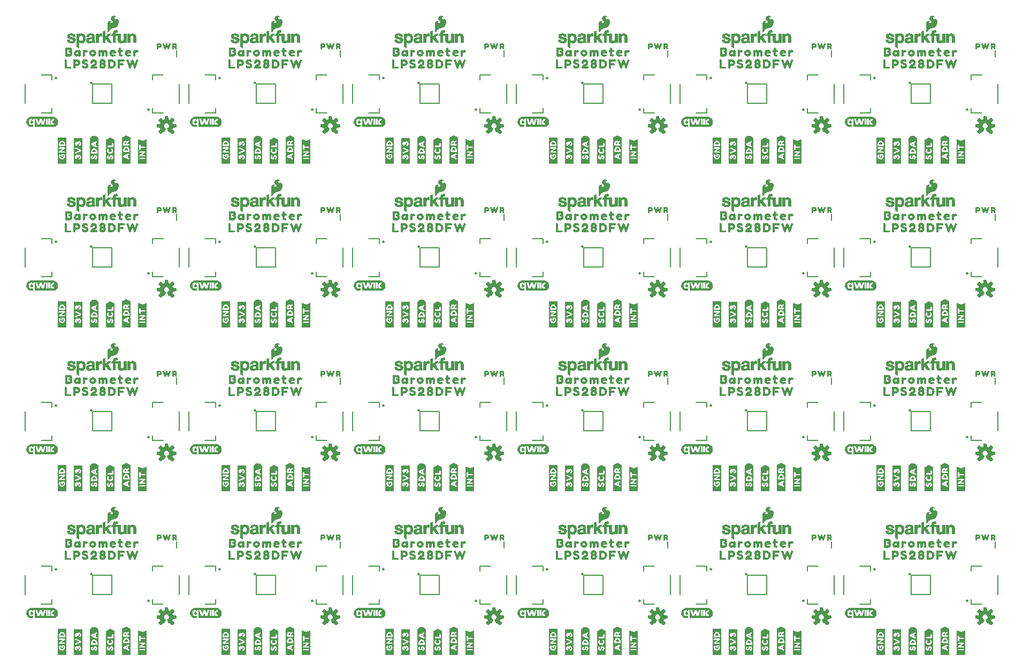
<source format=gto>
G04 EAGLE Gerber RS-274X export*
G75*
%MOMM*%
%FSLAX34Y34*%
%LPD*%
%INSilkscreen Top*%
%IPPOS*%
%AMOC8*
5,1,8,0,0,1.08239X$1,22.5*%
G01*
%ADD10C,0.203200*%
%ADD11C,0.127000*%
%ADD12C,0.200000*%

G36*
X280292Y851463D02*
X280292Y851463D01*
X307789Y851463D01*
X307791Y851464D01*
X307793Y851463D01*
X308320Y851496D01*
X308321Y851496D01*
X308323Y851496D01*
X309375Y851602D01*
X309377Y851604D01*
X309381Y851603D01*
X309897Y851710D01*
X309899Y851712D01*
X309902Y851711D01*
X310913Y852025D01*
X310914Y852027D01*
X310918Y852027D01*
X311403Y852232D01*
X311405Y852234D01*
X311409Y852234D01*
X312338Y852739D01*
X312340Y852742D01*
X312344Y852742D01*
X312778Y853040D01*
X312779Y853043D01*
X312782Y853044D01*
X313598Y853717D01*
X313599Y853720D01*
X313603Y853722D01*
X313968Y854101D01*
X313969Y854103D01*
X313971Y854105D01*
X314644Y854920D01*
X314645Y854924D01*
X314649Y854927D01*
X314930Y855372D01*
X314930Y855374D01*
X314932Y855376D01*
X315437Y856305D01*
X315436Y856309D01*
X315440Y856313D01*
X315626Y856806D01*
X315625Y856808D01*
X315627Y856810D01*
X315941Y857820D01*
X315940Y857824D01*
X315943Y857828D01*
X316028Y858348D01*
X316027Y858349D01*
X316029Y858352D01*
X316135Y859404D01*
X316133Y859407D01*
X316135Y859411D01*
X316127Y859937D01*
X316125Y859939D01*
X316126Y859943D01*
X316020Y860995D01*
X316018Y860997D01*
X316019Y861001D01*
X315917Y861517D01*
X315915Y861519D01*
X315915Y861523D01*
X315602Y862533D01*
X315599Y862535D01*
X315600Y862539D01*
X315398Y863025D01*
X315396Y863027D01*
X315396Y863031D01*
X314891Y863960D01*
X314889Y863962D01*
X314888Y863966D01*
X314593Y864402D01*
X314591Y864403D01*
X314590Y864407D01*
X313917Y865222D01*
X313914Y865223D01*
X313912Y865227D01*
X313535Y865595D01*
X313533Y865596D01*
X313532Y865599D01*
X312716Y866272D01*
X312712Y866272D01*
X312710Y866276D01*
X312266Y866560D01*
X312264Y866560D01*
X312263Y866563D01*
X311333Y867067D01*
X311329Y867067D01*
X311326Y867071D01*
X310834Y867260D01*
X310832Y867260D01*
X310830Y867261D01*
X309820Y867575D01*
X309817Y867574D01*
X309812Y867577D01*
X309294Y867667D01*
X309292Y867666D01*
X309289Y867667D01*
X308237Y867773D01*
X307996Y867798D01*
X307993Y867796D01*
X307990Y867798D01*
X274674Y867798D01*
X274145Y867793D01*
X274143Y867791D01*
X274140Y867792D01*
X272561Y867633D01*
X272557Y867630D01*
X272549Y867631D01*
X271034Y867161D01*
X271030Y867156D01*
X271022Y867156D01*
X269629Y866399D01*
X269626Y866394D01*
X269619Y866392D01*
X268401Y865376D01*
X268399Y865371D01*
X268392Y865367D01*
X267394Y864136D01*
X267394Y864131D01*
X267388Y864126D01*
X266883Y863197D01*
X266884Y863196D01*
X266882Y863195D01*
X266647Y862723D01*
X266648Y862718D01*
X266643Y862713D01*
X266330Y861703D01*
X266330Y861702D01*
X266329Y861701D01*
X266190Y861193D01*
X266191Y861188D01*
X266188Y861182D01*
X266035Y859604D01*
X266038Y859599D01*
X266035Y859591D01*
X266195Y858013D01*
X266198Y858009D01*
X266197Y858001D01*
X266663Y856485D01*
X266667Y856481D01*
X266668Y856473D01*
X267419Y855077D01*
X267424Y855074D01*
X267426Y855067D01*
X267489Y854991D01*
X267696Y854740D01*
X267697Y854740D01*
X267904Y854489D01*
X268112Y854238D01*
X268320Y853987D01*
X268437Y853845D01*
X268443Y853843D01*
X268446Y853836D01*
X269676Y852835D01*
X269681Y852835D01*
X269686Y852829D01*
X271086Y852085D01*
X271091Y852086D01*
X271097Y852080D01*
X272615Y851623D01*
X272620Y851625D01*
X272627Y851621D01*
X274205Y851463D01*
X274208Y851464D01*
X274211Y851463D01*
X276708Y851463D01*
X276727Y851475D01*
X276750Y851479D01*
X276756Y851494D01*
X276765Y851499D01*
X276763Y851510D01*
X276770Y851526D01*
X276769Y851675D01*
X276769Y856058D01*
X276762Y856069D01*
X276764Y856082D01*
X276745Y856095D01*
X276732Y856115D01*
X276719Y856113D01*
X276708Y856121D01*
X276674Y856107D01*
X276665Y856105D01*
X276663Y856102D01*
X276660Y856101D01*
X276438Y855862D01*
X276057Y855508D01*
X275624Y855224D01*
X275152Y855011D01*
X274650Y854885D01*
X274134Y854828D01*
X273613Y854849D01*
X273094Y854898D01*
X272592Y855035D01*
X272101Y855205D01*
X271648Y855459D01*
X271231Y855767D01*
X270844Y856113D01*
X270536Y856532D01*
X270259Y856972D01*
X270044Y857447D01*
X269884Y857942D01*
X269759Y858449D01*
X269660Y859491D01*
X269725Y860535D01*
X269840Y861044D01*
X269973Y861549D01*
X270189Y862022D01*
X270443Y862477D01*
X270749Y862897D01*
X271121Y863258D01*
X271524Y863583D01*
X271978Y863836D01*
X272462Y864024D01*
X272959Y864175D01*
X274000Y864255D01*
X274517Y864206D01*
X275023Y864091D01*
X275505Y863901D01*
X275947Y863632D01*
X276348Y863299D01*
X276663Y863004D01*
X276674Y863002D01*
X276680Y862993D01*
X276705Y862997D01*
X276730Y862992D01*
X276736Y863001D01*
X276747Y863003D01*
X276766Y863044D01*
X276769Y863048D01*
X276768Y863049D01*
X276769Y863050D01*
X276769Y864105D01*
X276773Y864158D01*
X279718Y864158D01*
X279718Y851518D01*
X279730Y851499D01*
X279734Y851476D01*
X279749Y851470D01*
X279754Y851461D01*
X279765Y851463D01*
X279781Y851456D01*
X280292Y851463D01*
G37*
G36*
X280292Y333303D02*
X280292Y333303D01*
X307789Y333303D01*
X307791Y333304D01*
X307793Y333303D01*
X308320Y333336D01*
X308321Y333336D01*
X308323Y333336D01*
X309375Y333442D01*
X309377Y333444D01*
X309381Y333443D01*
X309897Y333550D01*
X309899Y333552D01*
X309902Y333551D01*
X310913Y333865D01*
X310914Y333867D01*
X310918Y333867D01*
X311403Y334072D01*
X311405Y334074D01*
X311409Y334074D01*
X312338Y334579D01*
X312340Y334582D01*
X312344Y334582D01*
X312778Y334880D01*
X312779Y334883D01*
X312782Y334884D01*
X313598Y335557D01*
X313599Y335560D01*
X313603Y335562D01*
X313968Y335941D01*
X313969Y335943D01*
X313971Y335945D01*
X314644Y336760D01*
X314645Y336764D01*
X314649Y336767D01*
X314930Y337212D01*
X314930Y337214D01*
X314932Y337216D01*
X315437Y338145D01*
X315436Y338149D01*
X315440Y338153D01*
X315626Y338646D01*
X315625Y338648D01*
X315627Y338650D01*
X315941Y339660D01*
X315940Y339664D01*
X315943Y339668D01*
X316028Y340188D01*
X316027Y340189D01*
X316029Y340192D01*
X316135Y341244D01*
X316133Y341247D01*
X316135Y341251D01*
X316127Y341777D01*
X316125Y341779D01*
X316126Y341783D01*
X316020Y342835D01*
X316018Y342837D01*
X316019Y342841D01*
X315917Y343357D01*
X315915Y343359D01*
X315915Y343363D01*
X315602Y344373D01*
X315599Y344375D01*
X315600Y344379D01*
X315398Y344865D01*
X315396Y344867D01*
X315396Y344871D01*
X314891Y345800D01*
X314889Y345802D01*
X314888Y345806D01*
X314593Y346242D01*
X314591Y346243D01*
X314590Y346247D01*
X313917Y347062D01*
X313914Y347063D01*
X313912Y347067D01*
X313535Y347435D01*
X313533Y347436D01*
X313532Y347439D01*
X312716Y348112D01*
X312712Y348112D01*
X312710Y348116D01*
X312266Y348400D01*
X312264Y348400D01*
X312263Y348403D01*
X311333Y348907D01*
X311329Y348907D01*
X311326Y348911D01*
X310834Y349100D01*
X310832Y349100D01*
X310830Y349101D01*
X309820Y349415D01*
X309817Y349414D01*
X309812Y349417D01*
X309294Y349507D01*
X309292Y349506D01*
X309289Y349507D01*
X308237Y349613D01*
X307996Y349638D01*
X307993Y349636D01*
X307990Y349638D01*
X274674Y349638D01*
X274145Y349633D01*
X274143Y349631D01*
X274140Y349632D01*
X272561Y349473D01*
X272557Y349470D01*
X272549Y349471D01*
X271034Y349001D01*
X271030Y348996D01*
X271022Y348996D01*
X269629Y348239D01*
X269626Y348234D01*
X269619Y348232D01*
X268401Y347216D01*
X268399Y347211D01*
X268392Y347207D01*
X267394Y345976D01*
X267394Y345971D01*
X267388Y345966D01*
X266883Y345037D01*
X266884Y345036D01*
X266882Y345035D01*
X266647Y344563D01*
X266648Y344558D01*
X266643Y344553D01*
X266330Y343543D01*
X266330Y343542D01*
X266329Y343541D01*
X266190Y343033D01*
X266191Y343028D01*
X266188Y343022D01*
X266035Y341444D01*
X266038Y341439D01*
X266035Y341431D01*
X266195Y339853D01*
X266198Y339849D01*
X266197Y339841D01*
X266663Y338325D01*
X266667Y338321D01*
X266668Y338313D01*
X267419Y336917D01*
X267424Y336914D01*
X267426Y336907D01*
X267489Y336831D01*
X267696Y336580D01*
X267697Y336580D01*
X267904Y336329D01*
X268112Y336078D01*
X268320Y335827D01*
X268437Y335685D01*
X268443Y335683D01*
X268446Y335676D01*
X269676Y334675D01*
X269681Y334675D01*
X269686Y334669D01*
X271086Y333925D01*
X271091Y333926D01*
X271097Y333920D01*
X272615Y333463D01*
X272620Y333465D01*
X272627Y333461D01*
X274205Y333303D01*
X274208Y333304D01*
X274211Y333303D01*
X276708Y333303D01*
X276727Y333315D01*
X276750Y333319D01*
X276756Y333334D01*
X276765Y333339D01*
X276763Y333350D01*
X276770Y333366D01*
X276769Y333515D01*
X276769Y337898D01*
X276762Y337909D01*
X276764Y337922D01*
X276745Y337935D01*
X276732Y337955D01*
X276719Y337953D01*
X276708Y337961D01*
X276674Y337947D01*
X276665Y337945D01*
X276663Y337942D01*
X276660Y337941D01*
X276438Y337702D01*
X276057Y337348D01*
X275624Y337064D01*
X275152Y336851D01*
X274650Y336725D01*
X274134Y336668D01*
X273613Y336689D01*
X273094Y336738D01*
X272592Y336875D01*
X272101Y337045D01*
X271648Y337299D01*
X271231Y337607D01*
X270844Y337953D01*
X270536Y338372D01*
X270259Y338812D01*
X270044Y339287D01*
X269884Y339782D01*
X269759Y340289D01*
X269660Y341331D01*
X269725Y342375D01*
X269840Y342884D01*
X269973Y343389D01*
X270189Y343862D01*
X270443Y344317D01*
X270749Y344737D01*
X271121Y345098D01*
X271524Y345423D01*
X271978Y345676D01*
X272462Y345864D01*
X272959Y346015D01*
X274000Y346095D01*
X274517Y346046D01*
X275023Y345931D01*
X275505Y345741D01*
X275947Y345472D01*
X276348Y345139D01*
X276663Y344844D01*
X276674Y344842D01*
X276680Y344833D01*
X276705Y344837D01*
X276730Y344832D01*
X276736Y344841D01*
X276747Y344843D01*
X276766Y344884D01*
X276769Y344888D01*
X276768Y344889D01*
X276769Y344890D01*
X276769Y345945D01*
X276773Y345998D01*
X279718Y345998D01*
X279718Y333358D01*
X279730Y333339D01*
X279734Y333316D01*
X279749Y333310D01*
X279754Y333301D01*
X279765Y333303D01*
X279781Y333296D01*
X280292Y333303D01*
G37*
G36*
X798452Y333303D02*
X798452Y333303D01*
X825949Y333303D01*
X825951Y333304D01*
X825953Y333303D01*
X826480Y333336D01*
X826481Y333336D01*
X826483Y333336D01*
X827535Y333442D01*
X827537Y333444D01*
X827541Y333443D01*
X828057Y333550D01*
X828059Y333552D01*
X828062Y333551D01*
X829073Y333865D01*
X829074Y333867D01*
X829078Y333867D01*
X829563Y334072D01*
X829565Y334074D01*
X829569Y334074D01*
X830498Y334579D01*
X830500Y334582D01*
X830504Y334582D01*
X830938Y334880D01*
X830939Y334883D01*
X830942Y334884D01*
X831758Y335557D01*
X831759Y335560D01*
X831763Y335562D01*
X832128Y335941D01*
X832129Y335943D01*
X832131Y335945D01*
X832804Y336760D01*
X832805Y336764D01*
X832809Y336767D01*
X833090Y337212D01*
X833090Y337214D01*
X833092Y337216D01*
X833597Y338145D01*
X833596Y338149D01*
X833600Y338153D01*
X833786Y338646D01*
X833785Y338648D01*
X833787Y338650D01*
X834101Y339660D01*
X834100Y339664D01*
X834103Y339668D01*
X834188Y340188D01*
X834187Y340189D01*
X834189Y340192D01*
X834295Y341244D01*
X834293Y341247D01*
X834295Y341251D01*
X834287Y341777D01*
X834285Y341779D01*
X834286Y341783D01*
X834180Y342835D01*
X834178Y342837D01*
X834179Y342841D01*
X834077Y343357D01*
X834075Y343359D01*
X834075Y343363D01*
X833762Y344373D01*
X833759Y344375D01*
X833760Y344379D01*
X833558Y344865D01*
X833556Y344867D01*
X833556Y344871D01*
X833051Y345800D01*
X833049Y345802D01*
X833048Y345806D01*
X832753Y346242D01*
X832751Y346243D01*
X832750Y346247D01*
X832077Y347062D01*
X832074Y347063D01*
X832072Y347067D01*
X831695Y347435D01*
X831693Y347436D01*
X831692Y347439D01*
X830876Y348112D01*
X830872Y348112D01*
X830870Y348116D01*
X830426Y348400D01*
X830424Y348400D01*
X830423Y348403D01*
X829493Y348907D01*
X829489Y348907D01*
X829486Y348911D01*
X828994Y349100D01*
X828992Y349100D01*
X828990Y349101D01*
X827980Y349415D01*
X827977Y349414D01*
X827972Y349417D01*
X827454Y349507D01*
X827452Y349506D01*
X827449Y349507D01*
X826397Y349613D01*
X826156Y349638D01*
X826153Y349636D01*
X826150Y349638D01*
X792834Y349638D01*
X792305Y349633D01*
X792303Y349631D01*
X792300Y349632D01*
X790721Y349473D01*
X790717Y349470D01*
X790709Y349471D01*
X789194Y349001D01*
X789190Y348996D01*
X789182Y348996D01*
X787789Y348239D01*
X787786Y348234D01*
X787779Y348232D01*
X786561Y347216D01*
X786559Y347211D01*
X786552Y347207D01*
X785554Y345976D01*
X785554Y345971D01*
X785548Y345966D01*
X785043Y345037D01*
X785044Y345036D01*
X785042Y345035D01*
X784807Y344563D01*
X784808Y344558D01*
X784803Y344553D01*
X784490Y343543D01*
X784490Y343542D01*
X784489Y343541D01*
X784350Y343033D01*
X784351Y343028D01*
X784348Y343022D01*
X784195Y341444D01*
X784198Y341439D01*
X784195Y341431D01*
X784355Y339853D01*
X784358Y339849D01*
X784357Y339841D01*
X784823Y338325D01*
X784827Y338321D01*
X784828Y338313D01*
X785579Y336917D01*
X785584Y336914D01*
X785586Y336907D01*
X785649Y336831D01*
X785856Y336580D01*
X785857Y336580D01*
X786064Y336329D01*
X786272Y336078D01*
X786480Y335827D01*
X786597Y335685D01*
X786603Y335683D01*
X786606Y335676D01*
X787836Y334675D01*
X787841Y334675D01*
X787846Y334669D01*
X789246Y333925D01*
X789251Y333926D01*
X789257Y333920D01*
X790775Y333463D01*
X790780Y333465D01*
X790787Y333461D01*
X792365Y333303D01*
X792368Y333304D01*
X792371Y333303D01*
X794868Y333303D01*
X794887Y333315D01*
X794910Y333319D01*
X794916Y333334D01*
X794925Y333339D01*
X794923Y333350D01*
X794930Y333366D01*
X794929Y333515D01*
X794929Y337898D01*
X794922Y337909D01*
X794924Y337922D01*
X794905Y337935D01*
X794892Y337955D01*
X794879Y337953D01*
X794868Y337961D01*
X794834Y337947D01*
X794825Y337945D01*
X794823Y337942D01*
X794820Y337941D01*
X794598Y337702D01*
X794217Y337348D01*
X793784Y337064D01*
X793312Y336851D01*
X792810Y336725D01*
X792294Y336668D01*
X791773Y336689D01*
X791254Y336738D01*
X790752Y336875D01*
X790261Y337045D01*
X789808Y337299D01*
X789391Y337607D01*
X789004Y337953D01*
X788696Y338372D01*
X788419Y338812D01*
X788204Y339287D01*
X788044Y339782D01*
X787919Y340289D01*
X787820Y341331D01*
X787885Y342375D01*
X788000Y342884D01*
X788133Y343389D01*
X788349Y343862D01*
X788603Y344317D01*
X788909Y344737D01*
X789281Y345098D01*
X789684Y345423D01*
X790138Y345676D01*
X790622Y345864D01*
X791119Y346015D01*
X792160Y346095D01*
X792677Y346046D01*
X793183Y345931D01*
X793665Y345741D01*
X794107Y345472D01*
X794508Y345139D01*
X794823Y344844D01*
X794834Y344842D01*
X794840Y344833D01*
X794865Y344837D01*
X794890Y344832D01*
X794896Y344841D01*
X794907Y344843D01*
X794926Y344884D01*
X794929Y344888D01*
X794928Y344889D01*
X794929Y344890D01*
X794929Y345945D01*
X794933Y345998D01*
X797878Y345998D01*
X797878Y333358D01*
X797890Y333339D01*
X797894Y333316D01*
X797909Y333310D01*
X797914Y333301D01*
X797925Y333303D01*
X797941Y333296D01*
X798452Y333303D01*
G37*
G36*
X1057532Y592383D02*
X1057532Y592383D01*
X1085029Y592383D01*
X1085031Y592384D01*
X1085033Y592383D01*
X1085560Y592416D01*
X1085561Y592416D01*
X1085563Y592416D01*
X1086615Y592522D01*
X1086617Y592524D01*
X1086621Y592523D01*
X1087137Y592630D01*
X1087139Y592632D01*
X1087142Y592631D01*
X1088153Y592945D01*
X1088154Y592947D01*
X1088158Y592947D01*
X1088643Y593152D01*
X1088645Y593154D01*
X1088649Y593154D01*
X1089578Y593659D01*
X1089580Y593662D01*
X1089584Y593662D01*
X1090018Y593960D01*
X1090019Y593963D01*
X1090022Y593964D01*
X1090838Y594637D01*
X1090839Y594640D01*
X1090843Y594642D01*
X1091208Y595021D01*
X1091209Y595023D01*
X1091211Y595025D01*
X1091884Y595840D01*
X1091885Y595844D01*
X1091889Y595847D01*
X1092170Y596292D01*
X1092170Y596294D01*
X1092172Y596296D01*
X1092677Y597225D01*
X1092676Y597229D01*
X1092680Y597233D01*
X1092866Y597726D01*
X1092865Y597728D01*
X1092867Y597730D01*
X1093181Y598740D01*
X1093180Y598744D01*
X1093183Y598748D01*
X1093268Y599268D01*
X1093267Y599269D01*
X1093269Y599272D01*
X1093375Y600324D01*
X1093373Y600327D01*
X1093375Y600331D01*
X1093367Y600857D01*
X1093365Y600859D01*
X1093366Y600863D01*
X1093260Y601915D01*
X1093258Y601917D01*
X1093259Y601921D01*
X1093157Y602437D01*
X1093155Y602439D01*
X1093155Y602443D01*
X1092842Y603453D01*
X1092839Y603455D01*
X1092840Y603459D01*
X1092638Y603945D01*
X1092636Y603947D01*
X1092636Y603951D01*
X1092131Y604880D01*
X1092129Y604882D01*
X1092128Y604886D01*
X1091833Y605322D01*
X1091831Y605323D01*
X1091830Y605327D01*
X1091157Y606142D01*
X1091154Y606143D01*
X1091152Y606147D01*
X1090775Y606515D01*
X1090773Y606516D01*
X1090772Y606519D01*
X1089956Y607192D01*
X1089952Y607192D01*
X1089950Y607196D01*
X1089506Y607480D01*
X1089504Y607480D01*
X1089503Y607483D01*
X1088573Y607987D01*
X1088569Y607987D01*
X1088566Y607991D01*
X1088074Y608180D01*
X1088072Y608180D01*
X1088070Y608181D01*
X1087060Y608495D01*
X1087057Y608494D01*
X1087052Y608497D01*
X1086534Y608587D01*
X1086532Y608586D01*
X1086529Y608587D01*
X1085477Y608693D01*
X1085236Y608718D01*
X1085233Y608716D01*
X1085230Y608718D01*
X1051914Y608718D01*
X1051385Y608713D01*
X1051383Y608711D01*
X1051380Y608712D01*
X1049801Y608553D01*
X1049797Y608550D01*
X1049789Y608551D01*
X1048274Y608081D01*
X1048270Y608076D01*
X1048262Y608076D01*
X1046869Y607319D01*
X1046866Y607314D01*
X1046859Y607312D01*
X1045641Y606296D01*
X1045639Y606291D01*
X1045632Y606287D01*
X1044634Y605056D01*
X1044634Y605051D01*
X1044628Y605046D01*
X1044123Y604117D01*
X1044124Y604116D01*
X1044122Y604115D01*
X1043887Y603643D01*
X1043888Y603638D01*
X1043883Y603633D01*
X1043570Y602623D01*
X1043570Y602622D01*
X1043569Y602621D01*
X1043430Y602113D01*
X1043431Y602108D01*
X1043428Y602102D01*
X1043275Y600524D01*
X1043278Y600519D01*
X1043275Y600511D01*
X1043435Y598933D01*
X1043438Y598929D01*
X1043437Y598921D01*
X1043903Y597405D01*
X1043907Y597401D01*
X1043908Y597393D01*
X1044659Y595997D01*
X1044664Y595994D01*
X1044666Y595987D01*
X1044729Y595911D01*
X1044936Y595660D01*
X1044937Y595660D01*
X1045144Y595409D01*
X1045352Y595158D01*
X1045560Y594907D01*
X1045677Y594765D01*
X1045683Y594763D01*
X1045686Y594756D01*
X1046916Y593755D01*
X1046921Y593755D01*
X1046926Y593749D01*
X1048326Y593005D01*
X1048331Y593006D01*
X1048337Y593000D01*
X1049855Y592543D01*
X1049860Y592545D01*
X1049867Y592541D01*
X1051445Y592383D01*
X1051448Y592384D01*
X1051451Y592383D01*
X1053948Y592383D01*
X1053967Y592395D01*
X1053990Y592399D01*
X1053996Y592414D01*
X1054005Y592419D01*
X1054003Y592430D01*
X1054010Y592446D01*
X1054009Y592595D01*
X1054009Y596978D01*
X1054002Y596989D01*
X1054004Y597002D01*
X1053985Y597015D01*
X1053972Y597035D01*
X1053959Y597033D01*
X1053948Y597041D01*
X1053914Y597027D01*
X1053905Y597025D01*
X1053903Y597022D01*
X1053900Y597021D01*
X1053678Y596782D01*
X1053297Y596428D01*
X1052864Y596144D01*
X1052392Y595931D01*
X1051890Y595805D01*
X1051374Y595748D01*
X1050853Y595769D01*
X1050334Y595818D01*
X1049832Y595955D01*
X1049341Y596125D01*
X1048888Y596379D01*
X1048471Y596687D01*
X1048084Y597033D01*
X1047776Y597452D01*
X1047499Y597892D01*
X1047284Y598367D01*
X1047124Y598862D01*
X1046999Y599369D01*
X1046900Y600411D01*
X1046965Y601455D01*
X1047080Y601964D01*
X1047213Y602469D01*
X1047429Y602942D01*
X1047683Y603397D01*
X1047989Y603817D01*
X1048361Y604178D01*
X1048764Y604503D01*
X1049218Y604756D01*
X1049702Y604944D01*
X1050199Y605095D01*
X1051240Y605175D01*
X1051757Y605126D01*
X1052263Y605011D01*
X1052745Y604821D01*
X1053187Y604552D01*
X1053588Y604219D01*
X1053903Y603924D01*
X1053914Y603922D01*
X1053920Y603913D01*
X1053945Y603917D01*
X1053970Y603912D01*
X1053976Y603921D01*
X1053987Y603923D01*
X1054006Y603964D01*
X1054009Y603968D01*
X1054008Y603969D01*
X1054009Y603970D01*
X1054009Y605025D01*
X1054013Y605078D01*
X1056958Y605078D01*
X1056958Y592438D01*
X1056970Y592419D01*
X1056974Y592396D01*
X1056989Y592390D01*
X1056994Y592381D01*
X1057005Y592383D01*
X1057021Y592376D01*
X1057532Y592383D01*
G37*
G36*
X21212Y592383D02*
X21212Y592383D01*
X48709Y592383D01*
X48711Y592384D01*
X48713Y592383D01*
X49240Y592416D01*
X49241Y592416D01*
X49243Y592416D01*
X50295Y592522D01*
X50297Y592524D01*
X50301Y592523D01*
X50817Y592630D01*
X50819Y592632D01*
X50822Y592631D01*
X51833Y592945D01*
X51834Y592947D01*
X51838Y592947D01*
X52323Y593152D01*
X52325Y593154D01*
X52329Y593154D01*
X53258Y593659D01*
X53260Y593662D01*
X53264Y593662D01*
X53698Y593960D01*
X53699Y593963D01*
X53702Y593964D01*
X54518Y594637D01*
X54519Y594640D01*
X54523Y594642D01*
X54888Y595021D01*
X54889Y595023D01*
X54891Y595025D01*
X55564Y595840D01*
X55565Y595844D01*
X55569Y595847D01*
X55850Y596292D01*
X55850Y596294D01*
X55852Y596296D01*
X56357Y597225D01*
X56356Y597229D01*
X56360Y597233D01*
X56546Y597726D01*
X56545Y597728D01*
X56547Y597730D01*
X56861Y598740D01*
X56860Y598744D01*
X56863Y598748D01*
X56948Y599268D01*
X56947Y599269D01*
X56949Y599272D01*
X57055Y600324D01*
X57053Y600327D01*
X57055Y600331D01*
X57047Y600857D01*
X57045Y600859D01*
X57046Y600863D01*
X56940Y601915D01*
X56938Y601917D01*
X56939Y601921D01*
X56837Y602437D01*
X56835Y602439D01*
X56835Y602443D01*
X56522Y603453D01*
X56519Y603455D01*
X56520Y603459D01*
X56318Y603945D01*
X56316Y603947D01*
X56316Y603951D01*
X55811Y604880D01*
X55809Y604882D01*
X55808Y604886D01*
X55513Y605322D01*
X55511Y605323D01*
X55510Y605327D01*
X54837Y606142D01*
X54834Y606143D01*
X54832Y606147D01*
X54455Y606515D01*
X54453Y606516D01*
X54452Y606519D01*
X53636Y607192D01*
X53632Y607192D01*
X53630Y607196D01*
X53186Y607480D01*
X53184Y607480D01*
X53183Y607483D01*
X52253Y607987D01*
X52249Y607987D01*
X52246Y607991D01*
X51754Y608180D01*
X51752Y608180D01*
X51750Y608181D01*
X50740Y608495D01*
X50737Y608494D01*
X50732Y608497D01*
X50214Y608587D01*
X50212Y608586D01*
X50209Y608587D01*
X49157Y608693D01*
X48916Y608718D01*
X48913Y608716D01*
X48910Y608718D01*
X15594Y608718D01*
X15065Y608713D01*
X15063Y608711D01*
X15060Y608712D01*
X13481Y608553D01*
X13477Y608550D01*
X13469Y608551D01*
X11954Y608081D01*
X11950Y608076D01*
X11942Y608076D01*
X10549Y607319D01*
X10546Y607314D01*
X10539Y607312D01*
X9321Y606296D01*
X9319Y606291D01*
X9312Y606287D01*
X8314Y605056D01*
X8314Y605051D01*
X8308Y605046D01*
X7803Y604117D01*
X7804Y604116D01*
X7802Y604115D01*
X7567Y603643D01*
X7568Y603638D01*
X7563Y603633D01*
X7250Y602623D01*
X7250Y602622D01*
X7249Y602621D01*
X7110Y602113D01*
X7111Y602108D01*
X7108Y602102D01*
X6955Y600524D01*
X6958Y600519D01*
X6955Y600511D01*
X7115Y598933D01*
X7118Y598929D01*
X7117Y598921D01*
X7583Y597405D01*
X7587Y597401D01*
X7588Y597393D01*
X8339Y595997D01*
X8344Y595994D01*
X8346Y595987D01*
X8409Y595911D01*
X8616Y595660D01*
X8617Y595660D01*
X8824Y595409D01*
X9032Y595158D01*
X9240Y594907D01*
X9357Y594765D01*
X9363Y594763D01*
X9366Y594756D01*
X10596Y593755D01*
X10601Y593755D01*
X10606Y593749D01*
X12006Y593005D01*
X12011Y593006D01*
X12017Y593000D01*
X13535Y592543D01*
X13540Y592545D01*
X13547Y592541D01*
X15125Y592383D01*
X15128Y592384D01*
X15131Y592383D01*
X17628Y592383D01*
X17647Y592395D01*
X17670Y592399D01*
X17676Y592414D01*
X17685Y592419D01*
X17683Y592430D01*
X17690Y592446D01*
X17689Y592595D01*
X17689Y596978D01*
X17682Y596989D01*
X17684Y597002D01*
X17665Y597015D01*
X17652Y597035D01*
X17639Y597033D01*
X17628Y597041D01*
X17594Y597027D01*
X17585Y597025D01*
X17583Y597022D01*
X17580Y597021D01*
X17358Y596782D01*
X16977Y596428D01*
X16544Y596144D01*
X16072Y595931D01*
X15570Y595805D01*
X15054Y595748D01*
X14533Y595769D01*
X14014Y595818D01*
X13512Y595955D01*
X13021Y596125D01*
X12568Y596379D01*
X12151Y596687D01*
X11764Y597033D01*
X11456Y597452D01*
X11179Y597892D01*
X10964Y598367D01*
X10804Y598862D01*
X10679Y599369D01*
X10580Y600411D01*
X10645Y601455D01*
X10760Y601964D01*
X10893Y602469D01*
X11109Y602942D01*
X11363Y603397D01*
X11669Y603817D01*
X12041Y604178D01*
X12444Y604503D01*
X12898Y604756D01*
X13382Y604944D01*
X13879Y605095D01*
X14920Y605175D01*
X15437Y605126D01*
X15943Y605011D01*
X16425Y604821D01*
X16867Y604552D01*
X17268Y604219D01*
X17583Y603924D01*
X17594Y603922D01*
X17600Y603913D01*
X17625Y603917D01*
X17650Y603912D01*
X17656Y603921D01*
X17667Y603923D01*
X17686Y603964D01*
X17689Y603968D01*
X17688Y603969D01*
X17689Y603970D01*
X17689Y605025D01*
X17693Y605078D01*
X20638Y605078D01*
X20638Y592438D01*
X20650Y592419D01*
X20654Y592396D01*
X20669Y592390D01*
X20674Y592381D01*
X20685Y592383D01*
X20701Y592376D01*
X21212Y592383D01*
G37*
G36*
X280292Y592383D02*
X280292Y592383D01*
X307789Y592383D01*
X307791Y592384D01*
X307793Y592383D01*
X308320Y592416D01*
X308321Y592416D01*
X308323Y592416D01*
X309375Y592522D01*
X309377Y592524D01*
X309381Y592523D01*
X309897Y592630D01*
X309899Y592632D01*
X309902Y592631D01*
X310913Y592945D01*
X310914Y592947D01*
X310918Y592947D01*
X311403Y593152D01*
X311405Y593154D01*
X311409Y593154D01*
X312338Y593659D01*
X312340Y593662D01*
X312344Y593662D01*
X312778Y593960D01*
X312779Y593963D01*
X312782Y593964D01*
X313598Y594637D01*
X313599Y594640D01*
X313603Y594642D01*
X313968Y595021D01*
X313969Y595023D01*
X313971Y595025D01*
X314644Y595840D01*
X314645Y595844D01*
X314649Y595847D01*
X314930Y596292D01*
X314930Y596294D01*
X314932Y596296D01*
X315437Y597225D01*
X315436Y597229D01*
X315440Y597233D01*
X315626Y597726D01*
X315625Y597728D01*
X315627Y597730D01*
X315941Y598740D01*
X315940Y598744D01*
X315943Y598748D01*
X316028Y599268D01*
X316027Y599269D01*
X316029Y599272D01*
X316135Y600324D01*
X316133Y600327D01*
X316135Y600331D01*
X316127Y600857D01*
X316125Y600859D01*
X316126Y600863D01*
X316020Y601915D01*
X316018Y601917D01*
X316019Y601921D01*
X315917Y602437D01*
X315915Y602439D01*
X315915Y602443D01*
X315602Y603453D01*
X315599Y603455D01*
X315600Y603459D01*
X315398Y603945D01*
X315396Y603947D01*
X315396Y603951D01*
X314891Y604880D01*
X314889Y604882D01*
X314888Y604886D01*
X314593Y605322D01*
X314591Y605323D01*
X314590Y605327D01*
X313917Y606142D01*
X313914Y606143D01*
X313912Y606147D01*
X313535Y606515D01*
X313533Y606516D01*
X313532Y606519D01*
X312716Y607192D01*
X312712Y607192D01*
X312710Y607196D01*
X312266Y607480D01*
X312264Y607480D01*
X312263Y607483D01*
X311333Y607987D01*
X311329Y607987D01*
X311326Y607991D01*
X310834Y608180D01*
X310832Y608180D01*
X310830Y608181D01*
X309820Y608495D01*
X309817Y608494D01*
X309812Y608497D01*
X309294Y608587D01*
X309292Y608586D01*
X309289Y608587D01*
X308237Y608693D01*
X307996Y608718D01*
X307993Y608716D01*
X307990Y608718D01*
X274674Y608718D01*
X274145Y608713D01*
X274143Y608711D01*
X274140Y608712D01*
X272561Y608553D01*
X272557Y608550D01*
X272549Y608551D01*
X271034Y608081D01*
X271030Y608076D01*
X271022Y608076D01*
X269629Y607319D01*
X269626Y607314D01*
X269619Y607312D01*
X268401Y606296D01*
X268399Y606291D01*
X268392Y606287D01*
X267394Y605056D01*
X267394Y605051D01*
X267388Y605046D01*
X266883Y604117D01*
X266884Y604116D01*
X266882Y604115D01*
X266647Y603643D01*
X266648Y603638D01*
X266643Y603633D01*
X266330Y602623D01*
X266330Y602622D01*
X266329Y602621D01*
X266190Y602113D01*
X266191Y602108D01*
X266188Y602102D01*
X266035Y600524D01*
X266038Y600519D01*
X266035Y600511D01*
X266195Y598933D01*
X266198Y598929D01*
X266197Y598921D01*
X266663Y597405D01*
X266667Y597401D01*
X266668Y597393D01*
X267419Y595997D01*
X267424Y595994D01*
X267426Y595987D01*
X267489Y595911D01*
X267696Y595660D01*
X267697Y595660D01*
X267904Y595409D01*
X268112Y595158D01*
X268320Y594907D01*
X268437Y594765D01*
X268443Y594763D01*
X268446Y594756D01*
X269676Y593755D01*
X269681Y593755D01*
X269686Y593749D01*
X271086Y593005D01*
X271091Y593006D01*
X271097Y593000D01*
X272615Y592543D01*
X272620Y592545D01*
X272627Y592541D01*
X274205Y592383D01*
X274208Y592384D01*
X274211Y592383D01*
X276708Y592383D01*
X276727Y592395D01*
X276750Y592399D01*
X276756Y592414D01*
X276765Y592419D01*
X276763Y592430D01*
X276770Y592446D01*
X276769Y592595D01*
X276769Y596978D01*
X276762Y596989D01*
X276764Y597002D01*
X276745Y597015D01*
X276732Y597035D01*
X276719Y597033D01*
X276708Y597041D01*
X276674Y597027D01*
X276665Y597025D01*
X276663Y597022D01*
X276660Y597021D01*
X276438Y596782D01*
X276057Y596428D01*
X275624Y596144D01*
X275152Y595931D01*
X274650Y595805D01*
X274134Y595748D01*
X273613Y595769D01*
X273094Y595818D01*
X272592Y595955D01*
X272101Y596125D01*
X271648Y596379D01*
X271231Y596687D01*
X270844Y597033D01*
X270536Y597452D01*
X270259Y597892D01*
X270044Y598367D01*
X269884Y598862D01*
X269759Y599369D01*
X269660Y600411D01*
X269725Y601455D01*
X269840Y601964D01*
X269973Y602469D01*
X270189Y602942D01*
X270443Y603397D01*
X270749Y603817D01*
X271121Y604178D01*
X271524Y604503D01*
X271978Y604756D01*
X272462Y604944D01*
X272959Y605095D01*
X274000Y605175D01*
X274517Y605126D01*
X275023Y605011D01*
X275505Y604821D01*
X275947Y604552D01*
X276348Y604219D01*
X276663Y603924D01*
X276674Y603922D01*
X276680Y603913D01*
X276705Y603917D01*
X276730Y603912D01*
X276736Y603921D01*
X276747Y603923D01*
X276766Y603964D01*
X276769Y603968D01*
X276768Y603969D01*
X276769Y603970D01*
X276769Y605025D01*
X276773Y605078D01*
X279718Y605078D01*
X279718Y592438D01*
X279730Y592419D01*
X279734Y592396D01*
X279749Y592390D01*
X279754Y592381D01*
X279765Y592383D01*
X279781Y592376D01*
X280292Y592383D01*
G37*
G36*
X539372Y333303D02*
X539372Y333303D01*
X566869Y333303D01*
X566871Y333304D01*
X566873Y333303D01*
X567400Y333336D01*
X567401Y333336D01*
X567403Y333336D01*
X568455Y333442D01*
X568457Y333444D01*
X568461Y333443D01*
X568977Y333550D01*
X568979Y333552D01*
X568982Y333551D01*
X569993Y333865D01*
X569994Y333867D01*
X569998Y333867D01*
X570483Y334072D01*
X570485Y334074D01*
X570489Y334074D01*
X571418Y334579D01*
X571420Y334582D01*
X571424Y334582D01*
X571858Y334880D01*
X571859Y334883D01*
X571862Y334884D01*
X572678Y335557D01*
X572679Y335560D01*
X572683Y335562D01*
X573048Y335941D01*
X573049Y335943D01*
X573051Y335945D01*
X573724Y336760D01*
X573725Y336764D01*
X573729Y336767D01*
X574010Y337212D01*
X574010Y337214D01*
X574012Y337216D01*
X574517Y338145D01*
X574516Y338149D01*
X574520Y338153D01*
X574706Y338646D01*
X574705Y338648D01*
X574707Y338650D01*
X575021Y339660D01*
X575020Y339664D01*
X575023Y339668D01*
X575108Y340188D01*
X575107Y340189D01*
X575109Y340192D01*
X575215Y341244D01*
X575213Y341247D01*
X575215Y341251D01*
X575207Y341777D01*
X575205Y341779D01*
X575206Y341783D01*
X575100Y342835D01*
X575098Y342837D01*
X575099Y342841D01*
X574997Y343357D01*
X574995Y343359D01*
X574995Y343363D01*
X574682Y344373D01*
X574679Y344375D01*
X574680Y344379D01*
X574478Y344865D01*
X574476Y344867D01*
X574476Y344871D01*
X573971Y345800D01*
X573969Y345802D01*
X573968Y345806D01*
X573673Y346242D01*
X573671Y346243D01*
X573670Y346247D01*
X572997Y347062D01*
X572994Y347063D01*
X572992Y347067D01*
X572615Y347435D01*
X572613Y347436D01*
X572612Y347439D01*
X571796Y348112D01*
X571792Y348112D01*
X571790Y348116D01*
X571346Y348400D01*
X571344Y348400D01*
X571343Y348403D01*
X570413Y348907D01*
X570409Y348907D01*
X570406Y348911D01*
X569914Y349100D01*
X569912Y349100D01*
X569910Y349101D01*
X568900Y349415D01*
X568897Y349414D01*
X568892Y349417D01*
X568374Y349507D01*
X568372Y349506D01*
X568369Y349507D01*
X567317Y349613D01*
X567076Y349638D01*
X567073Y349636D01*
X567070Y349638D01*
X533754Y349638D01*
X533225Y349633D01*
X533223Y349631D01*
X533220Y349632D01*
X531641Y349473D01*
X531637Y349470D01*
X531629Y349471D01*
X530114Y349001D01*
X530110Y348996D01*
X530102Y348996D01*
X528709Y348239D01*
X528706Y348234D01*
X528699Y348232D01*
X527481Y347216D01*
X527479Y347211D01*
X527472Y347207D01*
X526474Y345976D01*
X526474Y345971D01*
X526468Y345966D01*
X525963Y345037D01*
X525964Y345036D01*
X525962Y345035D01*
X525727Y344563D01*
X525728Y344558D01*
X525723Y344553D01*
X525410Y343543D01*
X525410Y343542D01*
X525409Y343541D01*
X525270Y343033D01*
X525271Y343028D01*
X525268Y343022D01*
X525115Y341444D01*
X525118Y341439D01*
X525115Y341431D01*
X525275Y339853D01*
X525278Y339849D01*
X525277Y339841D01*
X525743Y338325D01*
X525747Y338321D01*
X525748Y338313D01*
X526499Y336917D01*
X526504Y336914D01*
X526506Y336907D01*
X526569Y336831D01*
X526776Y336580D01*
X526777Y336580D01*
X526984Y336329D01*
X527192Y336078D01*
X527400Y335827D01*
X527517Y335685D01*
X527523Y335683D01*
X527526Y335676D01*
X528756Y334675D01*
X528761Y334675D01*
X528766Y334669D01*
X530166Y333925D01*
X530171Y333926D01*
X530177Y333920D01*
X531695Y333463D01*
X531700Y333465D01*
X531707Y333461D01*
X533285Y333303D01*
X533288Y333304D01*
X533291Y333303D01*
X535788Y333303D01*
X535807Y333315D01*
X535830Y333319D01*
X535836Y333334D01*
X535845Y333339D01*
X535843Y333350D01*
X535850Y333366D01*
X535849Y333515D01*
X535849Y337898D01*
X535842Y337909D01*
X535844Y337922D01*
X535825Y337935D01*
X535812Y337955D01*
X535799Y337953D01*
X535788Y337961D01*
X535754Y337947D01*
X535745Y337945D01*
X535743Y337942D01*
X535740Y337941D01*
X535518Y337702D01*
X535137Y337348D01*
X534704Y337064D01*
X534232Y336851D01*
X533730Y336725D01*
X533214Y336668D01*
X532693Y336689D01*
X532174Y336738D01*
X531672Y336875D01*
X531181Y337045D01*
X530728Y337299D01*
X530311Y337607D01*
X529924Y337953D01*
X529616Y338372D01*
X529339Y338812D01*
X529124Y339287D01*
X528964Y339782D01*
X528839Y340289D01*
X528740Y341331D01*
X528805Y342375D01*
X528920Y342884D01*
X529053Y343389D01*
X529269Y343862D01*
X529523Y344317D01*
X529829Y344737D01*
X530201Y345098D01*
X530604Y345423D01*
X531058Y345676D01*
X531542Y345864D01*
X532039Y346015D01*
X533080Y346095D01*
X533597Y346046D01*
X534103Y345931D01*
X534585Y345741D01*
X535027Y345472D01*
X535428Y345139D01*
X535743Y344844D01*
X535754Y344842D01*
X535760Y344833D01*
X535785Y344837D01*
X535810Y344832D01*
X535816Y344841D01*
X535827Y344843D01*
X535846Y344884D01*
X535849Y344888D01*
X535848Y344889D01*
X535849Y344890D01*
X535849Y345945D01*
X535853Y345998D01*
X538798Y345998D01*
X538798Y333358D01*
X538810Y333339D01*
X538814Y333316D01*
X538829Y333310D01*
X538834Y333301D01*
X538845Y333303D01*
X538861Y333296D01*
X539372Y333303D01*
G37*
G36*
X21212Y851463D02*
X21212Y851463D01*
X48709Y851463D01*
X48711Y851464D01*
X48713Y851463D01*
X49240Y851496D01*
X49241Y851496D01*
X49243Y851496D01*
X50295Y851602D01*
X50297Y851604D01*
X50301Y851603D01*
X50817Y851710D01*
X50819Y851712D01*
X50822Y851711D01*
X51833Y852025D01*
X51834Y852027D01*
X51838Y852027D01*
X52323Y852232D01*
X52325Y852234D01*
X52329Y852234D01*
X53258Y852739D01*
X53260Y852742D01*
X53264Y852742D01*
X53698Y853040D01*
X53699Y853043D01*
X53702Y853044D01*
X54518Y853717D01*
X54519Y853720D01*
X54523Y853722D01*
X54888Y854101D01*
X54889Y854103D01*
X54891Y854105D01*
X55564Y854920D01*
X55565Y854924D01*
X55569Y854927D01*
X55850Y855372D01*
X55850Y855374D01*
X55852Y855376D01*
X56357Y856305D01*
X56356Y856309D01*
X56360Y856313D01*
X56546Y856806D01*
X56545Y856808D01*
X56547Y856810D01*
X56861Y857820D01*
X56860Y857824D01*
X56863Y857828D01*
X56948Y858348D01*
X56947Y858349D01*
X56949Y858352D01*
X57055Y859404D01*
X57053Y859407D01*
X57055Y859411D01*
X57047Y859937D01*
X57045Y859939D01*
X57046Y859943D01*
X56940Y860995D01*
X56938Y860997D01*
X56939Y861001D01*
X56837Y861517D01*
X56835Y861519D01*
X56835Y861523D01*
X56522Y862533D01*
X56519Y862535D01*
X56520Y862539D01*
X56318Y863025D01*
X56316Y863027D01*
X56316Y863031D01*
X55811Y863960D01*
X55809Y863962D01*
X55808Y863966D01*
X55513Y864402D01*
X55511Y864403D01*
X55510Y864407D01*
X54837Y865222D01*
X54834Y865223D01*
X54832Y865227D01*
X54455Y865595D01*
X54453Y865596D01*
X54452Y865599D01*
X53636Y866272D01*
X53632Y866272D01*
X53630Y866276D01*
X53186Y866560D01*
X53184Y866560D01*
X53183Y866563D01*
X52253Y867067D01*
X52249Y867067D01*
X52246Y867071D01*
X51754Y867260D01*
X51752Y867260D01*
X51750Y867261D01*
X50740Y867575D01*
X50737Y867574D01*
X50732Y867577D01*
X50214Y867667D01*
X50212Y867666D01*
X50209Y867667D01*
X49157Y867773D01*
X48916Y867798D01*
X48913Y867796D01*
X48910Y867798D01*
X15594Y867798D01*
X15065Y867793D01*
X15063Y867791D01*
X15060Y867792D01*
X13481Y867633D01*
X13477Y867630D01*
X13469Y867631D01*
X11954Y867161D01*
X11950Y867156D01*
X11942Y867156D01*
X10549Y866399D01*
X10546Y866394D01*
X10539Y866392D01*
X9321Y865376D01*
X9319Y865371D01*
X9312Y865367D01*
X8314Y864136D01*
X8314Y864131D01*
X8308Y864126D01*
X7803Y863197D01*
X7804Y863196D01*
X7802Y863195D01*
X7567Y862723D01*
X7568Y862718D01*
X7563Y862713D01*
X7250Y861703D01*
X7250Y861702D01*
X7249Y861701D01*
X7110Y861193D01*
X7111Y861188D01*
X7108Y861182D01*
X6955Y859604D01*
X6958Y859599D01*
X6955Y859591D01*
X7115Y858013D01*
X7118Y858009D01*
X7117Y858001D01*
X7583Y856485D01*
X7587Y856481D01*
X7588Y856473D01*
X8339Y855077D01*
X8344Y855074D01*
X8346Y855067D01*
X8409Y854991D01*
X8616Y854740D01*
X8617Y854740D01*
X8824Y854489D01*
X9032Y854238D01*
X9240Y853987D01*
X9357Y853845D01*
X9363Y853843D01*
X9366Y853836D01*
X10596Y852835D01*
X10601Y852835D01*
X10606Y852829D01*
X12006Y852085D01*
X12011Y852086D01*
X12017Y852080D01*
X13535Y851623D01*
X13540Y851625D01*
X13547Y851621D01*
X15125Y851463D01*
X15128Y851464D01*
X15131Y851463D01*
X17628Y851463D01*
X17647Y851475D01*
X17670Y851479D01*
X17676Y851494D01*
X17685Y851499D01*
X17683Y851510D01*
X17690Y851526D01*
X17689Y851675D01*
X17689Y856058D01*
X17682Y856069D01*
X17684Y856082D01*
X17665Y856095D01*
X17652Y856115D01*
X17639Y856113D01*
X17628Y856121D01*
X17594Y856107D01*
X17585Y856105D01*
X17583Y856102D01*
X17580Y856101D01*
X17358Y855862D01*
X16977Y855508D01*
X16544Y855224D01*
X16072Y855011D01*
X15570Y854885D01*
X15054Y854828D01*
X14533Y854849D01*
X14014Y854898D01*
X13512Y855035D01*
X13021Y855205D01*
X12568Y855459D01*
X12151Y855767D01*
X11764Y856113D01*
X11456Y856532D01*
X11179Y856972D01*
X10964Y857447D01*
X10804Y857942D01*
X10679Y858449D01*
X10580Y859491D01*
X10645Y860535D01*
X10760Y861044D01*
X10893Y861549D01*
X11109Y862022D01*
X11363Y862477D01*
X11669Y862897D01*
X12041Y863258D01*
X12444Y863583D01*
X12898Y863836D01*
X13382Y864024D01*
X13879Y864175D01*
X14920Y864255D01*
X15437Y864206D01*
X15943Y864091D01*
X16425Y863901D01*
X16867Y863632D01*
X17268Y863299D01*
X17583Y863004D01*
X17594Y863002D01*
X17600Y862993D01*
X17625Y862997D01*
X17650Y862992D01*
X17656Y863001D01*
X17667Y863003D01*
X17686Y863044D01*
X17689Y863048D01*
X17688Y863049D01*
X17689Y863050D01*
X17689Y864105D01*
X17693Y864158D01*
X20638Y864158D01*
X20638Y851518D01*
X20650Y851499D01*
X20654Y851476D01*
X20669Y851470D01*
X20674Y851461D01*
X20685Y851463D01*
X20701Y851456D01*
X21212Y851463D01*
G37*
G36*
X798452Y851463D02*
X798452Y851463D01*
X825949Y851463D01*
X825951Y851464D01*
X825953Y851463D01*
X826480Y851496D01*
X826481Y851496D01*
X826483Y851496D01*
X827535Y851602D01*
X827537Y851604D01*
X827541Y851603D01*
X828057Y851710D01*
X828059Y851712D01*
X828062Y851711D01*
X829073Y852025D01*
X829074Y852027D01*
X829078Y852027D01*
X829563Y852232D01*
X829565Y852234D01*
X829569Y852234D01*
X830498Y852739D01*
X830500Y852742D01*
X830504Y852742D01*
X830938Y853040D01*
X830939Y853043D01*
X830942Y853044D01*
X831758Y853717D01*
X831759Y853720D01*
X831763Y853722D01*
X832128Y854101D01*
X832129Y854103D01*
X832131Y854105D01*
X832804Y854920D01*
X832805Y854924D01*
X832809Y854927D01*
X833090Y855372D01*
X833090Y855374D01*
X833092Y855376D01*
X833597Y856305D01*
X833596Y856309D01*
X833600Y856313D01*
X833786Y856806D01*
X833785Y856808D01*
X833787Y856810D01*
X834101Y857820D01*
X834100Y857824D01*
X834103Y857828D01*
X834188Y858348D01*
X834187Y858349D01*
X834189Y858352D01*
X834295Y859404D01*
X834293Y859407D01*
X834295Y859411D01*
X834287Y859937D01*
X834285Y859939D01*
X834286Y859943D01*
X834180Y860995D01*
X834178Y860997D01*
X834179Y861001D01*
X834077Y861517D01*
X834075Y861519D01*
X834075Y861523D01*
X833762Y862533D01*
X833759Y862535D01*
X833760Y862539D01*
X833558Y863025D01*
X833556Y863027D01*
X833556Y863031D01*
X833051Y863960D01*
X833049Y863962D01*
X833048Y863966D01*
X832753Y864402D01*
X832751Y864403D01*
X832750Y864407D01*
X832077Y865222D01*
X832074Y865223D01*
X832072Y865227D01*
X831695Y865595D01*
X831693Y865596D01*
X831692Y865599D01*
X830876Y866272D01*
X830872Y866272D01*
X830870Y866276D01*
X830426Y866560D01*
X830424Y866560D01*
X830423Y866563D01*
X829493Y867067D01*
X829489Y867067D01*
X829486Y867071D01*
X828994Y867260D01*
X828992Y867260D01*
X828990Y867261D01*
X827980Y867575D01*
X827977Y867574D01*
X827972Y867577D01*
X827454Y867667D01*
X827452Y867666D01*
X827449Y867667D01*
X826397Y867773D01*
X826156Y867798D01*
X826153Y867796D01*
X826150Y867798D01*
X792834Y867798D01*
X792305Y867793D01*
X792303Y867791D01*
X792300Y867792D01*
X790721Y867633D01*
X790717Y867630D01*
X790709Y867631D01*
X789194Y867161D01*
X789190Y867156D01*
X789182Y867156D01*
X787789Y866399D01*
X787786Y866394D01*
X787779Y866392D01*
X786561Y865376D01*
X786559Y865371D01*
X786552Y865367D01*
X785554Y864136D01*
X785554Y864131D01*
X785548Y864126D01*
X785043Y863197D01*
X785044Y863196D01*
X785042Y863195D01*
X784807Y862723D01*
X784808Y862718D01*
X784803Y862713D01*
X784490Y861703D01*
X784490Y861702D01*
X784489Y861701D01*
X784350Y861193D01*
X784351Y861188D01*
X784348Y861182D01*
X784195Y859604D01*
X784198Y859599D01*
X784195Y859591D01*
X784355Y858013D01*
X784358Y858009D01*
X784357Y858001D01*
X784823Y856485D01*
X784827Y856481D01*
X784828Y856473D01*
X785579Y855077D01*
X785584Y855074D01*
X785586Y855067D01*
X785649Y854991D01*
X785856Y854740D01*
X785857Y854740D01*
X786064Y854489D01*
X786272Y854238D01*
X786480Y853987D01*
X786597Y853845D01*
X786603Y853843D01*
X786606Y853836D01*
X787836Y852835D01*
X787841Y852835D01*
X787846Y852829D01*
X789246Y852085D01*
X789251Y852086D01*
X789257Y852080D01*
X790775Y851623D01*
X790780Y851625D01*
X790787Y851621D01*
X792365Y851463D01*
X792368Y851464D01*
X792371Y851463D01*
X794868Y851463D01*
X794887Y851475D01*
X794910Y851479D01*
X794916Y851494D01*
X794925Y851499D01*
X794923Y851510D01*
X794930Y851526D01*
X794929Y851675D01*
X794929Y856058D01*
X794922Y856069D01*
X794924Y856082D01*
X794905Y856095D01*
X794892Y856115D01*
X794879Y856113D01*
X794868Y856121D01*
X794834Y856107D01*
X794825Y856105D01*
X794823Y856102D01*
X794820Y856101D01*
X794598Y855862D01*
X794217Y855508D01*
X793784Y855224D01*
X793312Y855011D01*
X792810Y854885D01*
X792294Y854828D01*
X791773Y854849D01*
X791254Y854898D01*
X790752Y855035D01*
X790261Y855205D01*
X789808Y855459D01*
X789391Y855767D01*
X789004Y856113D01*
X788696Y856532D01*
X788419Y856972D01*
X788204Y857447D01*
X788044Y857942D01*
X787919Y858449D01*
X787820Y859491D01*
X787885Y860535D01*
X788000Y861044D01*
X788133Y861549D01*
X788349Y862022D01*
X788603Y862477D01*
X788909Y862897D01*
X789281Y863258D01*
X789684Y863583D01*
X790138Y863836D01*
X790622Y864024D01*
X791119Y864175D01*
X792160Y864255D01*
X792677Y864206D01*
X793183Y864091D01*
X793665Y863901D01*
X794107Y863632D01*
X794508Y863299D01*
X794823Y863004D01*
X794834Y863002D01*
X794840Y862993D01*
X794865Y862997D01*
X794890Y862992D01*
X794896Y863001D01*
X794907Y863003D01*
X794926Y863044D01*
X794929Y863048D01*
X794928Y863049D01*
X794929Y863050D01*
X794929Y864105D01*
X794933Y864158D01*
X797878Y864158D01*
X797878Y851518D01*
X797890Y851499D01*
X797894Y851476D01*
X797909Y851470D01*
X797914Y851461D01*
X797925Y851463D01*
X797941Y851456D01*
X798452Y851463D01*
G37*
G36*
X539372Y851463D02*
X539372Y851463D01*
X566869Y851463D01*
X566871Y851464D01*
X566873Y851463D01*
X567400Y851496D01*
X567401Y851496D01*
X567403Y851496D01*
X568455Y851602D01*
X568457Y851604D01*
X568461Y851603D01*
X568977Y851710D01*
X568979Y851712D01*
X568982Y851711D01*
X569993Y852025D01*
X569994Y852027D01*
X569998Y852027D01*
X570483Y852232D01*
X570485Y852234D01*
X570489Y852234D01*
X571418Y852739D01*
X571420Y852742D01*
X571424Y852742D01*
X571858Y853040D01*
X571859Y853043D01*
X571862Y853044D01*
X572678Y853717D01*
X572679Y853720D01*
X572683Y853722D01*
X573048Y854101D01*
X573049Y854103D01*
X573051Y854105D01*
X573724Y854920D01*
X573725Y854924D01*
X573729Y854927D01*
X574010Y855372D01*
X574010Y855374D01*
X574012Y855376D01*
X574517Y856305D01*
X574516Y856309D01*
X574520Y856313D01*
X574706Y856806D01*
X574705Y856808D01*
X574707Y856810D01*
X575021Y857820D01*
X575020Y857824D01*
X575023Y857828D01*
X575108Y858348D01*
X575107Y858349D01*
X575109Y858352D01*
X575215Y859404D01*
X575213Y859407D01*
X575215Y859411D01*
X575207Y859937D01*
X575205Y859939D01*
X575206Y859943D01*
X575100Y860995D01*
X575098Y860997D01*
X575099Y861001D01*
X574997Y861517D01*
X574995Y861519D01*
X574995Y861523D01*
X574682Y862533D01*
X574679Y862535D01*
X574680Y862539D01*
X574478Y863025D01*
X574476Y863027D01*
X574476Y863031D01*
X573971Y863960D01*
X573969Y863962D01*
X573968Y863966D01*
X573673Y864402D01*
X573671Y864403D01*
X573670Y864407D01*
X572997Y865222D01*
X572994Y865223D01*
X572992Y865227D01*
X572615Y865595D01*
X572613Y865596D01*
X572612Y865599D01*
X571796Y866272D01*
X571792Y866272D01*
X571790Y866276D01*
X571346Y866560D01*
X571344Y866560D01*
X571343Y866563D01*
X570413Y867067D01*
X570409Y867067D01*
X570406Y867071D01*
X569914Y867260D01*
X569912Y867260D01*
X569910Y867261D01*
X568900Y867575D01*
X568897Y867574D01*
X568892Y867577D01*
X568374Y867667D01*
X568372Y867666D01*
X568369Y867667D01*
X567317Y867773D01*
X567076Y867798D01*
X567073Y867796D01*
X567070Y867798D01*
X533754Y867798D01*
X533225Y867793D01*
X533223Y867791D01*
X533220Y867792D01*
X531641Y867633D01*
X531637Y867630D01*
X531629Y867631D01*
X530114Y867161D01*
X530110Y867156D01*
X530102Y867156D01*
X528709Y866399D01*
X528706Y866394D01*
X528699Y866392D01*
X527481Y865376D01*
X527479Y865371D01*
X527472Y865367D01*
X526474Y864136D01*
X526474Y864131D01*
X526468Y864126D01*
X525963Y863197D01*
X525964Y863196D01*
X525962Y863195D01*
X525727Y862723D01*
X525728Y862718D01*
X525723Y862713D01*
X525410Y861703D01*
X525410Y861702D01*
X525409Y861701D01*
X525270Y861193D01*
X525271Y861188D01*
X525268Y861182D01*
X525115Y859604D01*
X525118Y859599D01*
X525115Y859591D01*
X525275Y858013D01*
X525278Y858009D01*
X525277Y858001D01*
X525743Y856485D01*
X525747Y856481D01*
X525748Y856473D01*
X526499Y855077D01*
X526504Y855074D01*
X526506Y855067D01*
X526569Y854991D01*
X526776Y854740D01*
X526777Y854740D01*
X526984Y854489D01*
X527192Y854238D01*
X527400Y853987D01*
X527517Y853845D01*
X527523Y853843D01*
X527526Y853836D01*
X528756Y852835D01*
X528761Y852835D01*
X528766Y852829D01*
X530166Y852085D01*
X530171Y852086D01*
X530177Y852080D01*
X531695Y851623D01*
X531700Y851625D01*
X531707Y851621D01*
X533285Y851463D01*
X533288Y851464D01*
X533291Y851463D01*
X535788Y851463D01*
X535807Y851475D01*
X535830Y851479D01*
X535836Y851494D01*
X535845Y851499D01*
X535843Y851510D01*
X535850Y851526D01*
X535849Y851675D01*
X535849Y856058D01*
X535842Y856069D01*
X535844Y856082D01*
X535825Y856095D01*
X535812Y856115D01*
X535799Y856113D01*
X535788Y856121D01*
X535754Y856107D01*
X535745Y856105D01*
X535743Y856102D01*
X535740Y856101D01*
X535518Y855862D01*
X535137Y855508D01*
X534704Y855224D01*
X534232Y855011D01*
X533730Y854885D01*
X533214Y854828D01*
X532693Y854849D01*
X532174Y854898D01*
X531672Y855035D01*
X531181Y855205D01*
X530728Y855459D01*
X530311Y855767D01*
X529924Y856113D01*
X529616Y856532D01*
X529339Y856972D01*
X529124Y857447D01*
X528964Y857942D01*
X528839Y858449D01*
X528740Y859491D01*
X528805Y860535D01*
X528920Y861044D01*
X529053Y861549D01*
X529269Y862022D01*
X529523Y862477D01*
X529829Y862897D01*
X530201Y863258D01*
X530604Y863583D01*
X531058Y863836D01*
X531542Y864024D01*
X532039Y864175D01*
X533080Y864255D01*
X533597Y864206D01*
X534103Y864091D01*
X534585Y863901D01*
X535027Y863632D01*
X535428Y863299D01*
X535743Y863004D01*
X535754Y863002D01*
X535760Y862993D01*
X535785Y862997D01*
X535810Y862992D01*
X535816Y863001D01*
X535827Y863003D01*
X535846Y863044D01*
X535849Y863048D01*
X535848Y863049D01*
X535849Y863050D01*
X535849Y864105D01*
X535853Y864158D01*
X538798Y864158D01*
X538798Y851518D01*
X538810Y851499D01*
X538814Y851476D01*
X538829Y851470D01*
X538834Y851461D01*
X538845Y851463D01*
X538861Y851456D01*
X539372Y851463D01*
G37*
G36*
X798452Y592383D02*
X798452Y592383D01*
X825949Y592383D01*
X825951Y592384D01*
X825953Y592383D01*
X826480Y592416D01*
X826481Y592416D01*
X826483Y592416D01*
X827535Y592522D01*
X827537Y592524D01*
X827541Y592523D01*
X828057Y592630D01*
X828059Y592632D01*
X828062Y592631D01*
X829073Y592945D01*
X829074Y592947D01*
X829078Y592947D01*
X829563Y593152D01*
X829565Y593154D01*
X829569Y593154D01*
X830498Y593659D01*
X830500Y593662D01*
X830504Y593662D01*
X830938Y593960D01*
X830939Y593963D01*
X830942Y593964D01*
X831758Y594637D01*
X831759Y594640D01*
X831763Y594642D01*
X832128Y595021D01*
X832129Y595023D01*
X832131Y595025D01*
X832804Y595840D01*
X832805Y595844D01*
X832809Y595847D01*
X833090Y596292D01*
X833090Y596294D01*
X833092Y596296D01*
X833597Y597225D01*
X833596Y597229D01*
X833600Y597233D01*
X833786Y597726D01*
X833785Y597728D01*
X833787Y597730D01*
X834101Y598740D01*
X834100Y598744D01*
X834103Y598748D01*
X834188Y599268D01*
X834187Y599269D01*
X834189Y599272D01*
X834295Y600324D01*
X834293Y600327D01*
X834295Y600331D01*
X834287Y600857D01*
X834285Y600859D01*
X834286Y600863D01*
X834180Y601915D01*
X834178Y601917D01*
X834179Y601921D01*
X834077Y602437D01*
X834075Y602439D01*
X834075Y602443D01*
X833762Y603453D01*
X833759Y603455D01*
X833760Y603459D01*
X833558Y603945D01*
X833556Y603947D01*
X833556Y603951D01*
X833051Y604880D01*
X833049Y604882D01*
X833048Y604886D01*
X832753Y605322D01*
X832751Y605323D01*
X832750Y605327D01*
X832077Y606142D01*
X832074Y606143D01*
X832072Y606147D01*
X831695Y606515D01*
X831693Y606516D01*
X831692Y606519D01*
X830876Y607192D01*
X830872Y607192D01*
X830870Y607196D01*
X830426Y607480D01*
X830424Y607480D01*
X830423Y607483D01*
X829493Y607987D01*
X829489Y607987D01*
X829486Y607991D01*
X828994Y608180D01*
X828992Y608180D01*
X828990Y608181D01*
X827980Y608495D01*
X827977Y608494D01*
X827972Y608497D01*
X827454Y608587D01*
X827452Y608586D01*
X827449Y608587D01*
X826397Y608693D01*
X826156Y608718D01*
X826153Y608716D01*
X826150Y608718D01*
X792834Y608718D01*
X792305Y608713D01*
X792303Y608711D01*
X792300Y608712D01*
X790721Y608553D01*
X790717Y608550D01*
X790709Y608551D01*
X789194Y608081D01*
X789190Y608076D01*
X789182Y608076D01*
X787789Y607319D01*
X787786Y607314D01*
X787779Y607312D01*
X786561Y606296D01*
X786559Y606291D01*
X786552Y606287D01*
X785554Y605056D01*
X785554Y605051D01*
X785548Y605046D01*
X785043Y604117D01*
X785044Y604116D01*
X785042Y604115D01*
X784807Y603643D01*
X784808Y603638D01*
X784803Y603633D01*
X784490Y602623D01*
X784490Y602622D01*
X784489Y602621D01*
X784350Y602113D01*
X784351Y602108D01*
X784348Y602102D01*
X784195Y600524D01*
X784198Y600519D01*
X784195Y600511D01*
X784355Y598933D01*
X784358Y598929D01*
X784357Y598921D01*
X784823Y597405D01*
X784827Y597401D01*
X784828Y597393D01*
X785579Y595997D01*
X785584Y595994D01*
X785586Y595987D01*
X785649Y595911D01*
X785856Y595660D01*
X785857Y595660D01*
X786064Y595409D01*
X786272Y595158D01*
X786480Y594907D01*
X786597Y594765D01*
X786603Y594763D01*
X786606Y594756D01*
X787836Y593755D01*
X787841Y593755D01*
X787846Y593749D01*
X789246Y593005D01*
X789251Y593006D01*
X789257Y593000D01*
X790775Y592543D01*
X790780Y592545D01*
X790787Y592541D01*
X792365Y592383D01*
X792368Y592384D01*
X792371Y592383D01*
X794868Y592383D01*
X794887Y592395D01*
X794910Y592399D01*
X794916Y592414D01*
X794925Y592419D01*
X794923Y592430D01*
X794930Y592446D01*
X794929Y592595D01*
X794929Y596978D01*
X794922Y596989D01*
X794924Y597002D01*
X794905Y597015D01*
X794892Y597035D01*
X794879Y597033D01*
X794868Y597041D01*
X794834Y597027D01*
X794825Y597025D01*
X794823Y597022D01*
X794820Y597021D01*
X794598Y596782D01*
X794217Y596428D01*
X793784Y596144D01*
X793312Y595931D01*
X792810Y595805D01*
X792294Y595748D01*
X791773Y595769D01*
X791254Y595818D01*
X790752Y595955D01*
X790261Y596125D01*
X789808Y596379D01*
X789391Y596687D01*
X789004Y597033D01*
X788696Y597452D01*
X788419Y597892D01*
X788204Y598367D01*
X788044Y598862D01*
X787919Y599369D01*
X787820Y600411D01*
X787885Y601455D01*
X788000Y601964D01*
X788133Y602469D01*
X788349Y602942D01*
X788603Y603397D01*
X788909Y603817D01*
X789281Y604178D01*
X789684Y604503D01*
X790138Y604756D01*
X790622Y604944D01*
X791119Y605095D01*
X792160Y605175D01*
X792677Y605126D01*
X793183Y605011D01*
X793665Y604821D01*
X794107Y604552D01*
X794508Y604219D01*
X794823Y603924D01*
X794834Y603922D01*
X794840Y603913D01*
X794865Y603917D01*
X794890Y603912D01*
X794896Y603921D01*
X794907Y603923D01*
X794926Y603964D01*
X794929Y603968D01*
X794928Y603969D01*
X794929Y603970D01*
X794929Y605025D01*
X794933Y605078D01*
X797878Y605078D01*
X797878Y592438D01*
X797890Y592419D01*
X797894Y592396D01*
X797909Y592390D01*
X797914Y592381D01*
X797925Y592383D01*
X797941Y592376D01*
X798452Y592383D01*
G37*
G36*
X539372Y592383D02*
X539372Y592383D01*
X566869Y592383D01*
X566871Y592384D01*
X566873Y592383D01*
X567400Y592416D01*
X567401Y592416D01*
X567403Y592416D01*
X568455Y592522D01*
X568457Y592524D01*
X568461Y592523D01*
X568977Y592630D01*
X568979Y592632D01*
X568982Y592631D01*
X569993Y592945D01*
X569994Y592947D01*
X569998Y592947D01*
X570483Y593152D01*
X570485Y593154D01*
X570489Y593154D01*
X571418Y593659D01*
X571420Y593662D01*
X571424Y593662D01*
X571858Y593960D01*
X571859Y593963D01*
X571862Y593964D01*
X572678Y594637D01*
X572679Y594640D01*
X572683Y594642D01*
X573048Y595021D01*
X573049Y595023D01*
X573051Y595025D01*
X573724Y595840D01*
X573725Y595844D01*
X573729Y595847D01*
X574010Y596292D01*
X574010Y596294D01*
X574012Y596296D01*
X574517Y597225D01*
X574516Y597229D01*
X574520Y597233D01*
X574706Y597726D01*
X574705Y597728D01*
X574707Y597730D01*
X575021Y598740D01*
X575020Y598744D01*
X575023Y598748D01*
X575108Y599268D01*
X575107Y599269D01*
X575109Y599272D01*
X575215Y600324D01*
X575213Y600327D01*
X575215Y600331D01*
X575207Y600857D01*
X575205Y600859D01*
X575206Y600863D01*
X575100Y601915D01*
X575098Y601917D01*
X575099Y601921D01*
X574997Y602437D01*
X574995Y602439D01*
X574995Y602443D01*
X574682Y603453D01*
X574679Y603455D01*
X574680Y603459D01*
X574478Y603945D01*
X574476Y603947D01*
X574476Y603951D01*
X573971Y604880D01*
X573969Y604882D01*
X573968Y604886D01*
X573673Y605322D01*
X573671Y605323D01*
X573670Y605327D01*
X572997Y606142D01*
X572994Y606143D01*
X572992Y606147D01*
X572615Y606515D01*
X572613Y606516D01*
X572612Y606519D01*
X571796Y607192D01*
X571792Y607192D01*
X571790Y607196D01*
X571346Y607480D01*
X571344Y607480D01*
X571343Y607483D01*
X570413Y607987D01*
X570409Y607987D01*
X570406Y607991D01*
X569914Y608180D01*
X569912Y608180D01*
X569910Y608181D01*
X568900Y608495D01*
X568897Y608494D01*
X568892Y608497D01*
X568374Y608587D01*
X568372Y608586D01*
X568369Y608587D01*
X567317Y608693D01*
X567076Y608718D01*
X567073Y608716D01*
X567070Y608718D01*
X533754Y608718D01*
X533225Y608713D01*
X533223Y608711D01*
X533220Y608712D01*
X531641Y608553D01*
X531637Y608550D01*
X531629Y608551D01*
X530114Y608081D01*
X530110Y608076D01*
X530102Y608076D01*
X528709Y607319D01*
X528706Y607314D01*
X528699Y607312D01*
X527481Y606296D01*
X527479Y606291D01*
X527472Y606287D01*
X526474Y605056D01*
X526474Y605051D01*
X526468Y605046D01*
X525963Y604117D01*
X525964Y604116D01*
X525962Y604115D01*
X525727Y603643D01*
X525728Y603638D01*
X525723Y603633D01*
X525410Y602623D01*
X525410Y602622D01*
X525409Y602621D01*
X525270Y602113D01*
X525271Y602108D01*
X525268Y602102D01*
X525115Y600524D01*
X525118Y600519D01*
X525115Y600511D01*
X525275Y598933D01*
X525278Y598929D01*
X525277Y598921D01*
X525743Y597405D01*
X525747Y597401D01*
X525748Y597393D01*
X526499Y595997D01*
X526504Y595994D01*
X526506Y595987D01*
X526569Y595911D01*
X526776Y595660D01*
X526777Y595660D01*
X526984Y595409D01*
X527192Y595158D01*
X527400Y594907D01*
X527517Y594765D01*
X527523Y594763D01*
X527526Y594756D01*
X528756Y593755D01*
X528761Y593755D01*
X528766Y593749D01*
X530166Y593005D01*
X530171Y593006D01*
X530177Y593000D01*
X531695Y592543D01*
X531700Y592545D01*
X531707Y592541D01*
X533285Y592383D01*
X533288Y592384D01*
X533291Y592383D01*
X535788Y592383D01*
X535807Y592395D01*
X535830Y592399D01*
X535836Y592414D01*
X535845Y592419D01*
X535843Y592430D01*
X535850Y592446D01*
X535849Y592595D01*
X535849Y596978D01*
X535842Y596989D01*
X535844Y597002D01*
X535825Y597015D01*
X535812Y597035D01*
X535799Y597033D01*
X535788Y597041D01*
X535754Y597027D01*
X535745Y597025D01*
X535743Y597022D01*
X535740Y597021D01*
X535518Y596782D01*
X535137Y596428D01*
X534704Y596144D01*
X534232Y595931D01*
X533730Y595805D01*
X533214Y595748D01*
X532693Y595769D01*
X532174Y595818D01*
X531672Y595955D01*
X531181Y596125D01*
X530728Y596379D01*
X530311Y596687D01*
X529924Y597033D01*
X529616Y597452D01*
X529339Y597892D01*
X529124Y598367D01*
X528964Y598862D01*
X528839Y599369D01*
X528740Y600411D01*
X528805Y601455D01*
X528920Y601964D01*
X529053Y602469D01*
X529269Y602942D01*
X529523Y603397D01*
X529829Y603817D01*
X530201Y604178D01*
X530604Y604503D01*
X531058Y604756D01*
X531542Y604944D01*
X532039Y605095D01*
X533080Y605175D01*
X533597Y605126D01*
X534103Y605011D01*
X534585Y604821D01*
X535027Y604552D01*
X535428Y604219D01*
X535743Y603924D01*
X535754Y603922D01*
X535760Y603913D01*
X535785Y603917D01*
X535810Y603912D01*
X535816Y603921D01*
X535827Y603923D01*
X535846Y603964D01*
X535849Y603968D01*
X535848Y603969D01*
X535849Y603970D01*
X535849Y605025D01*
X535853Y605078D01*
X538798Y605078D01*
X538798Y592438D01*
X538810Y592419D01*
X538814Y592396D01*
X538829Y592390D01*
X538834Y592381D01*
X538845Y592383D01*
X538861Y592376D01*
X539372Y592383D01*
G37*
G36*
X1057532Y851463D02*
X1057532Y851463D01*
X1085029Y851463D01*
X1085031Y851464D01*
X1085033Y851463D01*
X1085560Y851496D01*
X1085561Y851496D01*
X1085563Y851496D01*
X1086615Y851602D01*
X1086617Y851604D01*
X1086621Y851603D01*
X1087137Y851710D01*
X1087139Y851712D01*
X1087142Y851711D01*
X1088153Y852025D01*
X1088154Y852027D01*
X1088158Y852027D01*
X1088643Y852232D01*
X1088645Y852234D01*
X1088649Y852234D01*
X1089578Y852739D01*
X1089580Y852742D01*
X1089584Y852742D01*
X1090018Y853040D01*
X1090019Y853043D01*
X1090022Y853044D01*
X1090838Y853717D01*
X1090839Y853720D01*
X1090843Y853722D01*
X1091208Y854101D01*
X1091209Y854103D01*
X1091211Y854105D01*
X1091884Y854920D01*
X1091885Y854924D01*
X1091889Y854927D01*
X1092170Y855372D01*
X1092170Y855374D01*
X1092172Y855376D01*
X1092677Y856305D01*
X1092676Y856309D01*
X1092680Y856313D01*
X1092866Y856806D01*
X1092865Y856808D01*
X1092867Y856810D01*
X1093181Y857820D01*
X1093180Y857824D01*
X1093183Y857828D01*
X1093268Y858348D01*
X1093267Y858349D01*
X1093269Y858352D01*
X1093375Y859404D01*
X1093373Y859407D01*
X1093375Y859411D01*
X1093367Y859937D01*
X1093365Y859939D01*
X1093366Y859943D01*
X1093260Y860995D01*
X1093258Y860997D01*
X1093259Y861001D01*
X1093157Y861517D01*
X1093155Y861519D01*
X1093155Y861523D01*
X1092842Y862533D01*
X1092839Y862535D01*
X1092840Y862539D01*
X1092638Y863025D01*
X1092636Y863027D01*
X1092636Y863031D01*
X1092131Y863960D01*
X1092129Y863962D01*
X1092128Y863966D01*
X1091833Y864402D01*
X1091831Y864403D01*
X1091830Y864407D01*
X1091157Y865222D01*
X1091154Y865223D01*
X1091152Y865227D01*
X1090775Y865595D01*
X1090773Y865596D01*
X1090772Y865599D01*
X1089956Y866272D01*
X1089952Y866272D01*
X1089950Y866276D01*
X1089506Y866560D01*
X1089504Y866560D01*
X1089503Y866563D01*
X1088573Y867067D01*
X1088569Y867067D01*
X1088566Y867071D01*
X1088074Y867260D01*
X1088072Y867260D01*
X1088070Y867261D01*
X1087060Y867575D01*
X1087057Y867574D01*
X1087052Y867577D01*
X1086534Y867667D01*
X1086532Y867666D01*
X1086529Y867667D01*
X1085477Y867773D01*
X1085236Y867798D01*
X1085233Y867796D01*
X1085230Y867798D01*
X1051914Y867798D01*
X1051385Y867793D01*
X1051383Y867791D01*
X1051380Y867792D01*
X1049801Y867633D01*
X1049797Y867630D01*
X1049789Y867631D01*
X1048274Y867161D01*
X1048270Y867156D01*
X1048262Y867156D01*
X1046869Y866399D01*
X1046866Y866394D01*
X1046859Y866392D01*
X1045641Y865376D01*
X1045639Y865371D01*
X1045632Y865367D01*
X1044634Y864136D01*
X1044634Y864131D01*
X1044628Y864126D01*
X1044123Y863197D01*
X1044124Y863196D01*
X1044122Y863195D01*
X1043887Y862723D01*
X1043888Y862718D01*
X1043883Y862713D01*
X1043570Y861703D01*
X1043570Y861702D01*
X1043569Y861701D01*
X1043430Y861193D01*
X1043431Y861188D01*
X1043428Y861182D01*
X1043275Y859604D01*
X1043278Y859599D01*
X1043275Y859591D01*
X1043435Y858013D01*
X1043438Y858009D01*
X1043437Y858001D01*
X1043903Y856485D01*
X1043907Y856481D01*
X1043908Y856473D01*
X1044659Y855077D01*
X1044664Y855074D01*
X1044666Y855067D01*
X1044729Y854991D01*
X1044936Y854740D01*
X1044937Y854740D01*
X1045144Y854489D01*
X1045352Y854238D01*
X1045560Y853987D01*
X1045677Y853845D01*
X1045683Y853843D01*
X1045686Y853836D01*
X1046916Y852835D01*
X1046921Y852835D01*
X1046926Y852829D01*
X1048326Y852085D01*
X1048331Y852086D01*
X1048337Y852080D01*
X1049855Y851623D01*
X1049860Y851625D01*
X1049867Y851621D01*
X1051445Y851463D01*
X1051448Y851464D01*
X1051451Y851463D01*
X1053948Y851463D01*
X1053967Y851475D01*
X1053990Y851479D01*
X1053996Y851494D01*
X1054005Y851499D01*
X1054003Y851510D01*
X1054010Y851526D01*
X1054009Y851675D01*
X1054009Y856058D01*
X1054002Y856069D01*
X1054004Y856082D01*
X1053985Y856095D01*
X1053972Y856115D01*
X1053959Y856113D01*
X1053948Y856121D01*
X1053914Y856107D01*
X1053905Y856105D01*
X1053903Y856102D01*
X1053900Y856101D01*
X1053678Y855862D01*
X1053297Y855508D01*
X1052864Y855224D01*
X1052392Y855011D01*
X1051890Y854885D01*
X1051374Y854828D01*
X1050853Y854849D01*
X1050334Y854898D01*
X1049832Y855035D01*
X1049341Y855205D01*
X1048888Y855459D01*
X1048471Y855767D01*
X1048084Y856113D01*
X1047776Y856532D01*
X1047499Y856972D01*
X1047284Y857447D01*
X1047124Y857942D01*
X1046999Y858449D01*
X1046900Y859491D01*
X1046965Y860535D01*
X1047080Y861044D01*
X1047213Y861549D01*
X1047429Y862022D01*
X1047683Y862477D01*
X1047989Y862897D01*
X1048361Y863258D01*
X1048764Y863583D01*
X1049218Y863836D01*
X1049702Y864024D01*
X1050199Y864175D01*
X1051240Y864255D01*
X1051757Y864206D01*
X1052263Y864091D01*
X1052745Y863901D01*
X1053187Y863632D01*
X1053588Y863299D01*
X1053903Y863004D01*
X1053914Y863002D01*
X1053920Y862993D01*
X1053945Y862997D01*
X1053970Y862992D01*
X1053976Y863001D01*
X1053987Y863003D01*
X1054006Y863044D01*
X1054009Y863048D01*
X1054008Y863049D01*
X1054009Y863050D01*
X1054009Y864105D01*
X1054013Y864158D01*
X1056958Y864158D01*
X1056958Y851518D01*
X1056970Y851499D01*
X1056974Y851476D01*
X1056989Y851470D01*
X1056994Y851461D01*
X1057005Y851463D01*
X1057021Y851456D01*
X1057532Y851463D01*
G37*
G36*
X1057532Y333303D02*
X1057532Y333303D01*
X1085029Y333303D01*
X1085031Y333304D01*
X1085033Y333303D01*
X1085560Y333336D01*
X1085561Y333336D01*
X1085563Y333336D01*
X1086615Y333442D01*
X1086617Y333444D01*
X1086621Y333443D01*
X1087137Y333550D01*
X1087139Y333552D01*
X1087142Y333551D01*
X1088153Y333865D01*
X1088154Y333867D01*
X1088158Y333867D01*
X1088643Y334072D01*
X1088645Y334074D01*
X1088649Y334074D01*
X1089578Y334579D01*
X1089580Y334582D01*
X1089584Y334582D01*
X1090018Y334880D01*
X1090019Y334883D01*
X1090022Y334884D01*
X1090838Y335557D01*
X1090839Y335560D01*
X1090843Y335562D01*
X1091208Y335941D01*
X1091209Y335943D01*
X1091211Y335945D01*
X1091884Y336760D01*
X1091885Y336764D01*
X1091889Y336767D01*
X1092170Y337212D01*
X1092170Y337214D01*
X1092172Y337216D01*
X1092677Y338145D01*
X1092676Y338149D01*
X1092680Y338153D01*
X1092866Y338646D01*
X1092865Y338648D01*
X1092867Y338650D01*
X1093181Y339660D01*
X1093180Y339664D01*
X1093183Y339668D01*
X1093268Y340188D01*
X1093267Y340189D01*
X1093269Y340192D01*
X1093375Y341244D01*
X1093373Y341247D01*
X1093375Y341251D01*
X1093367Y341777D01*
X1093365Y341779D01*
X1093366Y341783D01*
X1093260Y342835D01*
X1093258Y342837D01*
X1093259Y342841D01*
X1093157Y343357D01*
X1093155Y343359D01*
X1093155Y343363D01*
X1092842Y344373D01*
X1092839Y344375D01*
X1092840Y344379D01*
X1092638Y344865D01*
X1092636Y344867D01*
X1092636Y344871D01*
X1092131Y345800D01*
X1092129Y345802D01*
X1092128Y345806D01*
X1091833Y346242D01*
X1091831Y346243D01*
X1091830Y346247D01*
X1091157Y347062D01*
X1091154Y347063D01*
X1091152Y347067D01*
X1090775Y347435D01*
X1090773Y347436D01*
X1090772Y347439D01*
X1089956Y348112D01*
X1089952Y348112D01*
X1089950Y348116D01*
X1089506Y348400D01*
X1089504Y348400D01*
X1089503Y348403D01*
X1088573Y348907D01*
X1088569Y348907D01*
X1088566Y348911D01*
X1088074Y349100D01*
X1088072Y349100D01*
X1088070Y349101D01*
X1087060Y349415D01*
X1087057Y349414D01*
X1087052Y349417D01*
X1086534Y349507D01*
X1086532Y349506D01*
X1086529Y349507D01*
X1085477Y349613D01*
X1085236Y349638D01*
X1085233Y349636D01*
X1085230Y349638D01*
X1051914Y349638D01*
X1051385Y349633D01*
X1051383Y349631D01*
X1051380Y349632D01*
X1049801Y349473D01*
X1049797Y349470D01*
X1049789Y349471D01*
X1048274Y349001D01*
X1048270Y348996D01*
X1048262Y348996D01*
X1046869Y348239D01*
X1046866Y348234D01*
X1046859Y348232D01*
X1045641Y347216D01*
X1045639Y347211D01*
X1045632Y347207D01*
X1044634Y345976D01*
X1044634Y345971D01*
X1044628Y345966D01*
X1044123Y345037D01*
X1044124Y345036D01*
X1044122Y345035D01*
X1043887Y344563D01*
X1043888Y344558D01*
X1043883Y344553D01*
X1043570Y343543D01*
X1043570Y343542D01*
X1043569Y343541D01*
X1043430Y343033D01*
X1043431Y343028D01*
X1043428Y343022D01*
X1043275Y341444D01*
X1043278Y341439D01*
X1043275Y341431D01*
X1043435Y339853D01*
X1043438Y339849D01*
X1043437Y339841D01*
X1043903Y338325D01*
X1043907Y338321D01*
X1043908Y338313D01*
X1044659Y336917D01*
X1044664Y336914D01*
X1044666Y336907D01*
X1044729Y336831D01*
X1044936Y336580D01*
X1044937Y336580D01*
X1045144Y336329D01*
X1045352Y336078D01*
X1045560Y335827D01*
X1045677Y335685D01*
X1045683Y335683D01*
X1045686Y335676D01*
X1046916Y334675D01*
X1046921Y334675D01*
X1046926Y334669D01*
X1048326Y333925D01*
X1048331Y333926D01*
X1048337Y333920D01*
X1049855Y333463D01*
X1049860Y333465D01*
X1049867Y333461D01*
X1051445Y333303D01*
X1051448Y333304D01*
X1051451Y333303D01*
X1053948Y333303D01*
X1053967Y333315D01*
X1053990Y333319D01*
X1053996Y333334D01*
X1054005Y333339D01*
X1054003Y333350D01*
X1054010Y333366D01*
X1054009Y333515D01*
X1054009Y337898D01*
X1054002Y337909D01*
X1054004Y337922D01*
X1053985Y337935D01*
X1053972Y337955D01*
X1053959Y337953D01*
X1053948Y337961D01*
X1053914Y337947D01*
X1053905Y337945D01*
X1053903Y337942D01*
X1053900Y337941D01*
X1053678Y337702D01*
X1053297Y337348D01*
X1052864Y337064D01*
X1052392Y336851D01*
X1051890Y336725D01*
X1051374Y336668D01*
X1050853Y336689D01*
X1050334Y336738D01*
X1049832Y336875D01*
X1049341Y337045D01*
X1048888Y337299D01*
X1048471Y337607D01*
X1048084Y337953D01*
X1047776Y338372D01*
X1047499Y338812D01*
X1047284Y339287D01*
X1047124Y339782D01*
X1046999Y340289D01*
X1046900Y341331D01*
X1046965Y342375D01*
X1047080Y342884D01*
X1047213Y343389D01*
X1047429Y343862D01*
X1047683Y344317D01*
X1047989Y344737D01*
X1048361Y345098D01*
X1048764Y345423D01*
X1049218Y345676D01*
X1049702Y345864D01*
X1050199Y346015D01*
X1051240Y346095D01*
X1051757Y346046D01*
X1052263Y345931D01*
X1052745Y345741D01*
X1053187Y345472D01*
X1053588Y345139D01*
X1053903Y344844D01*
X1053914Y344842D01*
X1053920Y344833D01*
X1053945Y344837D01*
X1053970Y344832D01*
X1053976Y344841D01*
X1053987Y344843D01*
X1054006Y344884D01*
X1054009Y344888D01*
X1054008Y344889D01*
X1054009Y344890D01*
X1054009Y345945D01*
X1054013Y345998D01*
X1056958Y345998D01*
X1056958Y333358D01*
X1056970Y333339D01*
X1056974Y333316D01*
X1056989Y333310D01*
X1056994Y333301D01*
X1057005Y333303D01*
X1057021Y333296D01*
X1057532Y333303D01*
G37*
G36*
X21212Y333303D02*
X21212Y333303D01*
X48709Y333303D01*
X48711Y333304D01*
X48713Y333303D01*
X49240Y333336D01*
X49241Y333336D01*
X49243Y333336D01*
X50295Y333442D01*
X50297Y333444D01*
X50301Y333443D01*
X50817Y333550D01*
X50819Y333552D01*
X50822Y333551D01*
X51833Y333865D01*
X51834Y333867D01*
X51838Y333867D01*
X52323Y334072D01*
X52325Y334074D01*
X52329Y334074D01*
X53258Y334579D01*
X53260Y334582D01*
X53264Y334582D01*
X53698Y334880D01*
X53699Y334883D01*
X53702Y334884D01*
X54518Y335557D01*
X54519Y335560D01*
X54523Y335562D01*
X54888Y335941D01*
X54889Y335943D01*
X54891Y335945D01*
X55564Y336760D01*
X55565Y336764D01*
X55569Y336767D01*
X55850Y337212D01*
X55850Y337214D01*
X55852Y337216D01*
X56357Y338145D01*
X56356Y338149D01*
X56360Y338153D01*
X56546Y338646D01*
X56545Y338648D01*
X56547Y338650D01*
X56861Y339660D01*
X56860Y339664D01*
X56863Y339668D01*
X56948Y340188D01*
X56947Y340189D01*
X56949Y340192D01*
X57055Y341244D01*
X57053Y341247D01*
X57055Y341251D01*
X57047Y341777D01*
X57045Y341779D01*
X57046Y341783D01*
X56940Y342835D01*
X56938Y342837D01*
X56939Y342841D01*
X56837Y343357D01*
X56835Y343359D01*
X56835Y343363D01*
X56522Y344373D01*
X56519Y344375D01*
X56520Y344379D01*
X56318Y344865D01*
X56316Y344867D01*
X56316Y344871D01*
X55811Y345800D01*
X55809Y345802D01*
X55808Y345806D01*
X55513Y346242D01*
X55511Y346243D01*
X55510Y346247D01*
X54837Y347062D01*
X54834Y347063D01*
X54832Y347067D01*
X54455Y347435D01*
X54453Y347436D01*
X54452Y347439D01*
X53636Y348112D01*
X53632Y348112D01*
X53630Y348116D01*
X53186Y348400D01*
X53184Y348400D01*
X53183Y348403D01*
X52253Y348907D01*
X52249Y348907D01*
X52246Y348911D01*
X51754Y349100D01*
X51752Y349100D01*
X51750Y349101D01*
X50740Y349415D01*
X50737Y349414D01*
X50732Y349417D01*
X50214Y349507D01*
X50212Y349506D01*
X50209Y349507D01*
X49157Y349613D01*
X48916Y349638D01*
X48913Y349636D01*
X48910Y349638D01*
X15594Y349638D01*
X15065Y349633D01*
X15063Y349631D01*
X15060Y349632D01*
X13481Y349473D01*
X13477Y349470D01*
X13469Y349471D01*
X11954Y349001D01*
X11950Y348996D01*
X11942Y348996D01*
X10549Y348239D01*
X10546Y348234D01*
X10539Y348232D01*
X9321Y347216D01*
X9319Y347211D01*
X9312Y347207D01*
X8314Y345976D01*
X8314Y345971D01*
X8308Y345966D01*
X7803Y345037D01*
X7804Y345036D01*
X7802Y345035D01*
X7567Y344563D01*
X7568Y344558D01*
X7563Y344553D01*
X7250Y343543D01*
X7250Y343542D01*
X7249Y343541D01*
X7110Y343033D01*
X7111Y343028D01*
X7108Y343022D01*
X6955Y341444D01*
X6958Y341439D01*
X6955Y341431D01*
X7115Y339853D01*
X7118Y339849D01*
X7117Y339841D01*
X7583Y338325D01*
X7587Y338321D01*
X7588Y338313D01*
X8339Y336917D01*
X8344Y336914D01*
X8346Y336907D01*
X8409Y336831D01*
X8616Y336580D01*
X8617Y336580D01*
X8824Y336329D01*
X9032Y336078D01*
X9240Y335827D01*
X9357Y335685D01*
X9363Y335683D01*
X9366Y335676D01*
X10596Y334675D01*
X10601Y334675D01*
X10606Y334669D01*
X12006Y333925D01*
X12011Y333926D01*
X12017Y333920D01*
X13535Y333463D01*
X13540Y333465D01*
X13547Y333461D01*
X15125Y333303D01*
X15128Y333304D01*
X15131Y333303D01*
X17628Y333303D01*
X17647Y333315D01*
X17670Y333319D01*
X17676Y333334D01*
X17685Y333339D01*
X17683Y333350D01*
X17690Y333366D01*
X17689Y333515D01*
X17689Y337898D01*
X17682Y337909D01*
X17684Y337922D01*
X17665Y337935D01*
X17652Y337955D01*
X17639Y337953D01*
X17628Y337961D01*
X17594Y337947D01*
X17585Y337945D01*
X17583Y337942D01*
X17580Y337941D01*
X17358Y337702D01*
X16977Y337348D01*
X16544Y337064D01*
X16072Y336851D01*
X15570Y336725D01*
X15054Y336668D01*
X14533Y336689D01*
X14014Y336738D01*
X13512Y336875D01*
X13021Y337045D01*
X12568Y337299D01*
X12151Y337607D01*
X11764Y337953D01*
X11456Y338372D01*
X11179Y338812D01*
X10964Y339287D01*
X10804Y339782D01*
X10679Y340289D01*
X10580Y341331D01*
X10645Y342375D01*
X10760Y342884D01*
X10893Y343389D01*
X11109Y343862D01*
X11363Y344317D01*
X11669Y344737D01*
X12041Y345098D01*
X12444Y345423D01*
X12898Y345676D01*
X13382Y345864D01*
X13879Y346015D01*
X14920Y346095D01*
X15437Y346046D01*
X15943Y345931D01*
X16425Y345741D01*
X16867Y345472D01*
X17268Y345139D01*
X17583Y344844D01*
X17594Y344842D01*
X17600Y344833D01*
X17625Y344837D01*
X17650Y344832D01*
X17656Y344841D01*
X17667Y344843D01*
X17686Y344884D01*
X17689Y344888D01*
X17688Y344889D01*
X17689Y344890D01*
X17689Y345945D01*
X17693Y345998D01*
X20638Y345998D01*
X20638Y333358D01*
X20650Y333339D01*
X20654Y333316D01*
X20669Y333310D01*
X20674Y333301D01*
X20685Y333303D01*
X20701Y333296D01*
X21212Y333303D01*
G37*
G36*
X1316612Y333303D02*
X1316612Y333303D01*
X1344109Y333303D01*
X1344111Y333304D01*
X1344113Y333303D01*
X1344640Y333336D01*
X1344641Y333336D01*
X1344643Y333336D01*
X1345695Y333442D01*
X1345697Y333444D01*
X1345701Y333443D01*
X1346217Y333550D01*
X1346219Y333552D01*
X1346222Y333551D01*
X1347233Y333865D01*
X1347234Y333867D01*
X1347238Y333867D01*
X1347723Y334072D01*
X1347725Y334074D01*
X1347729Y334074D01*
X1348658Y334579D01*
X1348660Y334582D01*
X1348664Y334582D01*
X1349098Y334880D01*
X1349099Y334883D01*
X1349102Y334884D01*
X1349918Y335557D01*
X1349919Y335560D01*
X1349923Y335562D01*
X1350288Y335941D01*
X1350289Y335943D01*
X1350291Y335945D01*
X1350964Y336760D01*
X1350965Y336764D01*
X1350969Y336767D01*
X1351250Y337212D01*
X1351250Y337214D01*
X1351252Y337216D01*
X1351757Y338145D01*
X1351756Y338149D01*
X1351760Y338153D01*
X1351946Y338646D01*
X1351945Y338648D01*
X1351947Y338650D01*
X1352261Y339660D01*
X1352260Y339664D01*
X1352263Y339668D01*
X1352348Y340188D01*
X1352347Y340189D01*
X1352349Y340192D01*
X1352455Y341244D01*
X1352453Y341247D01*
X1352455Y341251D01*
X1352447Y341777D01*
X1352445Y341779D01*
X1352446Y341783D01*
X1352340Y342835D01*
X1352338Y342837D01*
X1352339Y342841D01*
X1352237Y343357D01*
X1352235Y343359D01*
X1352235Y343363D01*
X1351922Y344373D01*
X1351919Y344375D01*
X1351920Y344379D01*
X1351718Y344865D01*
X1351716Y344867D01*
X1351716Y344871D01*
X1351211Y345800D01*
X1351209Y345802D01*
X1351208Y345806D01*
X1350913Y346242D01*
X1350911Y346243D01*
X1350910Y346247D01*
X1350237Y347062D01*
X1350234Y347063D01*
X1350232Y347067D01*
X1349855Y347435D01*
X1349853Y347436D01*
X1349852Y347439D01*
X1349036Y348112D01*
X1349032Y348112D01*
X1349030Y348116D01*
X1348586Y348400D01*
X1348584Y348400D01*
X1348583Y348403D01*
X1347653Y348907D01*
X1347649Y348907D01*
X1347646Y348911D01*
X1347154Y349100D01*
X1347152Y349100D01*
X1347150Y349101D01*
X1346140Y349415D01*
X1346137Y349414D01*
X1346132Y349417D01*
X1345614Y349507D01*
X1345612Y349506D01*
X1345609Y349507D01*
X1344557Y349613D01*
X1344316Y349638D01*
X1344313Y349636D01*
X1344310Y349638D01*
X1310994Y349638D01*
X1310465Y349633D01*
X1310463Y349631D01*
X1310460Y349632D01*
X1308881Y349473D01*
X1308877Y349470D01*
X1308869Y349471D01*
X1307354Y349001D01*
X1307350Y348996D01*
X1307342Y348996D01*
X1305949Y348239D01*
X1305946Y348234D01*
X1305939Y348232D01*
X1304721Y347216D01*
X1304719Y347211D01*
X1304712Y347207D01*
X1303714Y345976D01*
X1303714Y345971D01*
X1303708Y345966D01*
X1303203Y345037D01*
X1303204Y345036D01*
X1303202Y345035D01*
X1302967Y344563D01*
X1302968Y344558D01*
X1302963Y344553D01*
X1302650Y343543D01*
X1302650Y343542D01*
X1302649Y343541D01*
X1302510Y343033D01*
X1302511Y343028D01*
X1302508Y343022D01*
X1302355Y341444D01*
X1302358Y341439D01*
X1302355Y341431D01*
X1302515Y339853D01*
X1302518Y339849D01*
X1302517Y339841D01*
X1302983Y338325D01*
X1302987Y338321D01*
X1302988Y338313D01*
X1303739Y336917D01*
X1303744Y336914D01*
X1303746Y336907D01*
X1303809Y336831D01*
X1304016Y336580D01*
X1304017Y336580D01*
X1304224Y336329D01*
X1304432Y336078D01*
X1304640Y335827D01*
X1304757Y335685D01*
X1304763Y335683D01*
X1304766Y335676D01*
X1305996Y334675D01*
X1306001Y334675D01*
X1306006Y334669D01*
X1307406Y333925D01*
X1307411Y333926D01*
X1307417Y333920D01*
X1308935Y333463D01*
X1308940Y333465D01*
X1308947Y333461D01*
X1310525Y333303D01*
X1310528Y333304D01*
X1310531Y333303D01*
X1313028Y333303D01*
X1313047Y333315D01*
X1313070Y333319D01*
X1313076Y333334D01*
X1313085Y333339D01*
X1313083Y333350D01*
X1313090Y333366D01*
X1313089Y333515D01*
X1313089Y337898D01*
X1313082Y337909D01*
X1313084Y337922D01*
X1313065Y337935D01*
X1313052Y337955D01*
X1313039Y337953D01*
X1313028Y337961D01*
X1312994Y337947D01*
X1312985Y337945D01*
X1312983Y337942D01*
X1312980Y337941D01*
X1312758Y337702D01*
X1312377Y337348D01*
X1311944Y337064D01*
X1311472Y336851D01*
X1310970Y336725D01*
X1310454Y336668D01*
X1309933Y336689D01*
X1309414Y336738D01*
X1308912Y336875D01*
X1308421Y337045D01*
X1307968Y337299D01*
X1307551Y337607D01*
X1307164Y337953D01*
X1306856Y338372D01*
X1306579Y338812D01*
X1306364Y339287D01*
X1306204Y339782D01*
X1306079Y340289D01*
X1305980Y341331D01*
X1306045Y342375D01*
X1306160Y342884D01*
X1306293Y343389D01*
X1306509Y343862D01*
X1306763Y344317D01*
X1307069Y344737D01*
X1307441Y345098D01*
X1307844Y345423D01*
X1308298Y345676D01*
X1308782Y345864D01*
X1309279Y346015D01*
X1310320Y346095D01*
X1310837Y346046D01*
X1311343Y345931D01*
X1311825Y345741D01*
X1312267Y345472D01*
X1312668Y345139D01*
X1312983Y344844D01*
X1312994Y344842D01*
X1313000Y344833D01*
X1313025Y344837D01*
X1313050Y344832D01*
X1313056Y344841D01*
X1313067Y344843D01*
X1313086Y344884D01*
X1313089Y344888D01*
X1313088Y344889D01*
X1313089Y344890D01*
X1313089Y345945D01*
X1313093Y345998D01*
X1316038Y345998D01*
X1316038Y333358D01*
X1316050Y333339D01*
X1316054Y333316D01*
X1316069Y333310D01*
X1316074Y333301D01*
X1316085Y333303D01*
X1316101Y333296D01*
X1316612Y333303D01*
G37*
G36*
X1316612Y592383D02*
X1316612Y592383D01*
X1344109Y592383D01*
X1344111Y592384D01*
X1344113Y592383D01*
X1344640Y592416D01*
X1344641Y592416D01*
X1344643Y592416D01*
X1345695Y592522D01*
X1345697Y592524D01*
X1345701Y592523D01*
X1346217Y592630D01*
X1346219Y592632D01*
X1346222Y592631D01*
X1347233Y592945D01*
X1347234Y592947D01*
X1347238Y592947D01*
X1347723Y593152D01*
X1347725Y593154D01*
X1347729Y593154D01*
X1348658Y593659D01*
X1348660Y593662D01*
X1348664Y593662D01*
X1349098Y593960D01*
X1349099Y593963D01*
X1349102Y593964D01*
X1349918Y594637D01*
X1349919Y594640D01*
X1349923Y594642D01*
X1350288Y595021D01*
X1350289Y595023D01*
X1350291Y595025D01*
X1350964Y595840D01*
X1350965Y595844D01*
X1350969Y595847D01*
X1351250Y596292D01*
X1351250Y596294D01*
X1351252Y596296D01*
X1351757Y597225D01*
X1351756Y597229D01*
X1351760Y597233D01*
X1351946Y597726D01*
X1351945Y597728D01*
X1351947Y597730D01*
X1352261Y598740D01*
X1352260Y598744D01*
X1352263Y598748D01*
X1352348Y599268D01*
X1352347Y599269D01*
X1352349Y599272D01*
X1352455Y600324D01*
X1352453Y600327D01*
X1352455Y600331D01*
X1352447Y600857D01*
X1352445Y600859D01*
X1352446Y600863D01*
X1352340Y601915D01*
X1352338Y601917D01*
X1352339Y601921D01*
X1352237Y602437D01*
X1352235Y602439D01*
X1352235Y602443D01*
X1351922Y603453D01*
X1351919Y603455D01*
X1351920Y603459D01*
X1351718Y603945D01*
X1351716Y603947D01*
X1351716Y603951D01*
X1351211Y604880D01*
X1351209Y604882D01*
X1351208Y604886D01*
X1350913Y605322D01*
X1350911Y605323D01*
X1350910Y605327D01*
X1350237Y606142D01*
X1350234Y606143D01*
X1350232Y606147D01*
X1349855Y606515D01*
X1349853Y606516D01*
X1349852Y606519D01*
X1349036Y607192D01*
X1349032Y607192D01*
X1349030Y607196D01*
X1348586Y607480D01*
X1348584Y607480D01*
X1348583Y607483D01*
X1347653Y607987D01*
X1347649Y607987D01*
X1347646Y607991D01*
X1347154Y608180D01*
X1347152Y608180D01*
X1347150Y608181D01*
X1346140Y608495D01*
X1346137Y608494D01*
X1346132Y608497D01*
X1345614Y608587D01*
X1345612Y608586D01*
X1345609Y608587D01*
X1344557Y608693D01*
X1344316Y608718D01*
X1344313Y608716D01*
X1344310Y608718D01*
X1310994Y608718D01*
X1310465Y608713D01*
X1310463Y608711D01*
X1310460Y608712D01*
X1308881Y608553D01*
X1308877Y608550D01*
X1308869Y608551D01*
X1307354Y608081D01*
X1307350Y608076D01*
X1307342Y608076D01*
X1305949Y607319D01*
X1305946Y607314D01*
X1305939Y607312D01*
X1304721Y606296D01*
X1304719Y606291D01*
X1304712Y606287D01*
X1303714Y605056D01*
X1303714Y605051D01*
X1303708Y605046D01*
X1303203Y604117D01*
X1303204Y604116D01*
X1303202Y604115D01*
X1302967Y603643D01*
X1302968Y603638D01*
X1302963Y603633D01*
X1302650Y602623D01*
X1302650Y602622D01*
X1302649Y602621D01*
X1302510Y602113D01*
X1302511Y602108D01*
X1302508Y602102D01*
X1302355Y600524D01*
X1302358Y600519D01*
X1302355Y600511D01*
X1302515Y598933D01*
X1302518Y598929D01*
X1302517Y598921D01*
X1302983Y597405D01*
X1302987Y597401D01*
X1302988Y597393D01*
X1303739Y595997D01*
X1303744Y595994D01*
X1303746Y595987D01*
X1303809Y595911D01*
X1304016Y595660D01*
X1304017Y595660D01*
X1304224Y595409D01*
X1304432Y595158D01*
X1304640Y594907D01*
X1304757Y594765D01*
X1304763Y594763D01*
X1304766Y594756D01*
X1305996Y593755D01*
X1306001Y593755D01*
X1306006Y593749D01*
X1307406Y593005D01*
X1307411Y593006D01*
X1307417Y593000D01*
X1308935Y592543D01*
X1308940Y592545D01*
X1308947Y592541D01*
X1310525Y592383D01*
X1310528Y592384D01*
X1310531Y592383D01*
X1313028Y592383D01*
X1313047Y592395D01*
X1313070Y592399D01*
X1313076Y592414D01*
X1313085Y592419D01*
X1313083Y592430D01*
X1313090Y592446D01*
X1313089Y592595D01*
X1313089Y596978D01*
X1313082Y596989D01*
X1313084Y597002D01*
X1313065Y597015D01*
X1313052Y597035D01*
X1313039Y597033D01*
X1313028Y597041D01*
X1312994Y597027D01*
X1312985Y597025D01*
X1312983Y597022D01*
X1312980Y597021D01*
X1312758Y596782D01*
X1312377Y596428D01*
X1311944Y596144D01*
X1311472Y595931D01*
X1310970Y595805D01*
X1310454Y595748D01*
X1309933Y595769D01*
X1309414Y595818D01*
X1308912Y595955D01*
X1308421Y596125D01*
X1307968Y596379D01*
X1307551Y596687D01*
X1307164Y597033D01*
X1306856Y597452D01*
X1306579Y597892D01*
X1306364Y598367D01*
X1306204Y598862D01*
X1306079Y599369D01*
X1305980Y600411D01*
X1306045Y601455D01*
X1306160Y601964D01*
X1306293Y602469D01*
X1306509Y602942D01*
X1306763Y603397D01*
X1307069Y603817D01*
X1307441Y604178D01*
X1307844Y604503D01*
X1308298Y604756D01*
X1308782Y604944D01*
X1309279Y605095D01*
X1310320Y605175D01*
X1310837Y605126D01*
X1311343Y605011D01*
X1311825Y604821D01*
X1312267Y604552D01*
X1312668Y604219D01*
X1312983Y603924D01*
X1312994Y603922D01*
X1313000Y603913D01*
X1313025Y603917D01*
X1313050Y603912D01*
X1313056Y603921D01*
X1313067Y603923D01*
X1313086Y603964D01*
X1313089Y603968D01*
X1313088Y603969D01*
X1313089Y603970D01*
X1313089Y605025D01*
X1313093Y605078D01*
X1316038Y605078D01*
X1316038Y592438D01*
X1316050Y592419D01*
X1316054Y592396D01*
X1316069Y592390D01*
X1316074Y592381D01*
X1316085Y592383D01*
X1316101Y592376D01*
X1316612Y592383D01*
G37*
G36*
X21212Y74223D02*
X21212Y74223D01*
X48709Y74223D01*
X48711Y74224D01*
X48713Y74223D01*
X49240Y74256D01*
X49241Y74256D01*
X49243Y74256D01*
X50295Y74362D01*
X50297Y74364D01*
X50301Y74363D01*
X50817Y74470D01*
X50819Y74472D01*
X50822Y74471D01*
X51833Y74785D01*
X51834Y74787D01*
X51838Y74787D01*
X52323Y74992D01*
X52325Y74994D01*
X52329Y74994D01*
X53258Y75499D01*
X53260Y75502D01*
X53264Y75502D01*
X53698Y75800D01*
X53699Y75803D01*
X53702Y75804D01*
X54518Y76477D01*
X54519Y76480D01*
X54523Y76482D01*
X54888Y76861D01*
X54889Y76863D01*
X54891Y76865D01*
X55564Y77680D01*
X55565Y77684D01*
X55569Y77687D01*
X55850Y78132D01*
X55850Y78134D01*
X55852Y78136D01*
X56357Y79065D01*
X56356Y79069D01*
X56360Y79073D01*
X56546Y79566D01*
X56545Y79568D01*
X56547Y79570D01*
X56861Y80580D01*
X56860Y80584D01*
X56863Y80588D01*
X56948Y81108D01*
X56947Y81109D01*
X56949Y81112D01*
X57055Y82164D01*
X57053Y82167D01*
X57055Y82171D01*
X57047Y82697D01*
X57045Y82699D01*
X57046Y82703D01*
X56940Y83755D01*
X56938Y83757D01*
X56939Y83761D01*
X56837Y84277D01*
X56835Y84279D01*
X56835Y84283D01*
X56522Y85293D01*
X56519Y85295D01*
X56520Y85299D01*
X56318Y85785D01*
X56316Y85787D01*
X56316Y85791D01*
X55811Y86720D01*
X55809Y86722D01*
X55808Y86726D01*
X55513Y87162D01*
X55511Y87163D01*
X55510Y87167D01*
X54837Y87982D01*
X54834Y87983D01*
X54832Y87987D01*
X54455Y88355D01*
X54453Y88356D01*
X54452Y88359D01*
X53636Y89032D01*
X53632Y89032D01*
X53630Y89036D01*
X53186Y89320D01*
X53184Y89320D01*
X53183Y89323D01*
X52253Y89827D01*
X52249Y89827D01*
X52246Y89831D01*
X51754Y90020D01*
X51752Y90020D01*
X51750Y90021D01*
X50740Y90335D01*
X50737Y90334D01*
X50732Y90337D01*
X50214Y90427D01*
X50212Y90426D01*
X50209Y90427D01*
X49157Y90533D01*
X48916Y90558D01*
X48913Y90556D01*
X48910Y90558D01*
X15594Y90558D01*
X15065Y90553D01*
X15063Y90551D01*
X15060Y90552D01*
X13481Y90393D01*
X13477Y90390D01*
X13469Y90391D01*
X11954Y89921D01*
X11950Y89916D01*
X11942Y89916D01*
X10549Y89159D01*
X10546Y89154D01*
X10539Y89152D01*
X9321Y88136D01*
X9319Y88131D01*
X9312Y88127D01*
X8314Y86896D01*
X8314Y86891D01*
X8308Y86886D01*
X7803Y85957D01*
X7804Y85956D01*
X7802Y85955D01*
X7567Y85483D01*
X7568Y85478D01*
X7563Y85473D01*
X7250Y84463D01*
X7250Y84462D01*
X7249Y84461D01*
X7110Y83953D01*
X7111Y83948D01*
X7108Y83942D01*
X6955Y82364D01*
X6958Y82359D01*
X6955Y82351D01*
X7115Y80773D01*
X7118Y80769D01*
X7117Y80761D01*
X7583Y79245D01*
X7587Y79241D01*
X7588Y79233D01*
X8339Y77837D01*
X8344Y77834D01*
X8346Y77827D01*
X8409Y77751D01*
X8616Y77500D01*
X8617Y77500D01*
X8824Y77249D01*
X9032Y76998D01*
X9240Y76747D01*
X9357Y76605D01*
X9363Y76603D01*
X9366Y76596D01*
X10596Y75595D01*
X10601Y75595D01*
X10606Y75589D01*
X12006Y74845D01*
X12011Y74846D01*
X12017Y74840D01*
X13535Y74383D01*
X13540Y74385D01*
X13547Y74381D01*
X15125Y74223D01*
X15128Y74224D01*
X15131Y74223D01*
X17628Y74223D01*
X17647Y74235D01*
X17670Y74239D01*
X17676Y74254D01*
X17685Y74259D01*
X17683Y74270D01*
X17690Y74286D01*
X17689Y74435D01*
X17689Y78818D01*
X17682Y78829D01*
X17684Y78842D01*
X17665Y78855D01*
X17652Y78875D01*
X17639Y78873D01*
X17628Y78881D01*
X17594Y78867D01*
X17585Y78865D01*
X17583Y78862D01*
X17580Y78861D01*
X17358Y78622D01*
X16977Y78268D01*
X16544Y77984D01*
X16072Y77771D01*
X15570Y77645D01*
X15054Y77588D01*
X14533Y77609D01*
X14014Y77658D01*
X13512Y77795D01*
X13021Y77965D01*
X12568Y78219D01*
X12151Y78527D01*
X11764Y78873D01*
X11456Y79292D01*
X11179Y79732D01*
X10964Y80207D01*
X10804Y80702D01*
X10679Y81209D01*
X10580Y82251D01*
X10645Y83295D01*
X10760Y83804D01*
X10893Y84309D01*
X11109Y84782D01*
X11363Y85237D01*
X11669Y85657D01*
X12041Y86018D01*
X12444Y86343D01*
X12898Y86596D01*
X13382Y86784D01*
X13879Y86935D01*
X14920Y87015D01*
X15437Y86966D01*
X15943Y86851D01*
X16425Y86661D01*
X16867Y86392D01*
X17268Y86059D01*
X17583Y85764D01*
X17594Y85762D01*
X17600Y85753D01*
X17625Y85757D01*
X17650Y85752D01*
X17656Y85761D01*
X17667Y85763D01*
X17686Y85804D01*
X17689Y85808D01*
X17688Y85809D01*
X17689Y85810D01*
X17689Y86865D01*
X17693Y86918D01*
X20638Y86918D01*
X20638Y74278D01*
X20650Y74259D01*
X20654Y74236D01*
X20669Y74230D01*
X20674Y74221D01*
X20685Y74223D01*
X20701Y74216D01*
X21212Y74223D01*
G37*
G36*
X798452Y74223D02*
X798452Y74223D01*
X825949Y74223D01*
X825951Y74224D01*
X825953Y74223D01*
X826480Y74256D01*
X826481Y74256D01*
X826483Y74256D01*
X827535Y74362D01*
X827537Y74364D01*
X827541Y74363D01*
X828057Y74470D01*
X828059Y74472D01*
X828062Y74471D01*
X829073Y74785D01*
X829074Y74787D01*
X829078Y74787D01*
X829563Y74992D01*
X829565Y74994D01*
X829569Y74994D01*
X830498Y75499D01*
X830500Y75502D01*
X830504Y75502D01*
X830938Y75800D01*
X830939Y75803D01*
X830942Y75804D01*
X831758Y76477D01*
X831759Y76480D01*
X831763Y76482D01*
X832128Y76861D01*
X832129Y76863D01*
X832131Y76865D01*
X832804Y77680D01*
X832805Y77684D01*
X832809Y77687D01*
X833090Y78132D01*
X833090Y78134D01*
X833092Y78136D01*
X833597Y79065D01*
X833596Y79069D01*
X833600Y79073D01*
X833786Y79566D01*
X833785Y79568D01*
X833787Y79570D01*
X834101Y80580D01*
X834100Y80584D01*
X834103Y80588D01*
X834188Y81108D01*
X834187Y81109D01*
X834189Y81112D01*
X834295Y82164D01*
X834293Y82167D01*
X834295Y82171D01*
X834287Y82697D01*
X834285Y82699D01*
X834286Y82703D01*
X834180Y83755D01*
X834178Y83757D01*
X834179Y83761D01*
X834077Y84277D01*
X834075Y84279D01*
X834075Y84283D01*
X833762Y85293D01*
X833759Y85295D01*
X833760Y85299D01*
X833558Y85785D01*
X833556Y85787D01*
X833556Y85791D01*
X833051Y86720D01*
X833049Y86722D01*
X833048Y86726D01*
X832753Y87162D01*
X832751Y87163D01*
X832750Y87167D01*
X832077Y87982D01*
X832074Y87983D01*
X832072Y87987D01*
X831695Y88355D01*
X831693Y88356D01*
X831692Y88359D01*
X830876Y89032D01*
X830872Y89032D01*
X830870Y89036D01*
X830426Y89320D01*
X830424Y89320D01*
X830423Y89323D01*
X829493Y89827D01*
X829489Y89827D01*
X829486Y89831D01*
X828994Y90020D01*
X828992Y90020D01*
X828990Y90021D01*
X827980Y90335D01*
X827977Y90334D01*
X827972Y90337D01*
X827454Y90427D01*
X827452Y90426D01*
X827449Y90427D01*
X826397Y90533D01*
X826156Y90558D01*
X826153Y90556D01*
X826150Y90558D01*
X792834Y90558D01*
X792305Y90553D01*
X792303Y90551D01*
X792300Y90552D01*
X790721Y90393D01*
X790717Y90390D01*
X790709Y90391D01*
X789194Y89921D01*
X789190Y89916D01*
X789182Y89916D01*
X787789Y89159D01*
X787786Y89154D01*
X787779Y89152D01*
X786561Y88136D01*
X786559Y88131D01*
X786552Y88127D01*
X785554Y86896D01*
X785554Y86891D01*
X785548Y86886D01*
X785043Y85957D01*
X785044Y85956D01*
X785042Y85955D01*
X784807Y85483D01*
X784808Y85478D01*
X784803Y85473D01*
X784490Y84463D01*
X784490Y84462D01*
X784489Y84461D01*
X784350Y83953D01*
X784351Y83948D01*
X784348Y83942D01*
X784195Y82364D01*
X784198Y82359D01*
X784195Y82351D01*
X784355Y80773D01*
X784358Y80769D01*
X784357Y80761D01*
X784823Y79245D01*
X784827Y79241D01*
X784828Y79233D01*
X785579Y77837D01*
X785584Y77834D01*
X785586Y77827D01*
X785649Y77751D01*
X785856Y77500D01*
X785857Y77500D01*
X786064Y77249D01*
X786272Y76998D01*
X786480Y76747D01*
X786597Y76605D01*
X786603Y76603D01*
X786606Y76596D01*
X787836Y75595D01*
X787841Y75595D01*
X787846Y75589D01*
X789246Y74845D01*
X789251Y74846D01*
X789257Y74840D01*
X790775Y74383D01*
X790780Y74385D01*
X790787Y74381D01*
X792365Y74223D01*
X792368Y74224D01*
X792371Y74223D01*
X794868Y74223D01*
X794887Y74235D01*
X794910Y74239D01*
X794916Y74254D01*
X794925Y74259D01*
X794923Y74270D01*
X794930Y74286D01*
X794929Y74435D01*
X794929Y78818D01*
X794922Y78829D01*
X794924Y78842D01*
X794905Y78855D01*
X794892Y78875D01*
X794879Y78873D01*
X794868Y78881D01*
X794834Y78867D01*
X794825Y78865D01*
X794823Y78862D01*
X794820Y78861D01*
X794598Y78622D01*
X794217Y78268D01*
X793784Y77984D01*
X793312Y77771D01*
X792810Y77645D01*
X792294Y77588D01*
X791773Y77609D01*
X791254Y77658D01*
X790752Y77795D01*
X790261Y77965D01*
X789808Y78219D01*
X789391Y78527D01*
X789004Y78873D01*
X788696Y79292D01*
X788419Y79732D01*
X788204Y80207D01*
X788044Y80702D01*
X787919Y81209D01*
X787820Y82251D01*
X787885Y83295D01*
X788000Y83804D01*
X788133Y84309D01*
X788349Y84782D01*
X788603Y85237D01*
X788909Y85657D01*
X789281Y86018D01*
X789684Y86343D01*
X790138Y86596D01*
X790622Y86784D01*
X791119Y86935D01*
X792160Y87015D01*
X792677Y86966D01*
X793183Y86851D01*
X793665Y86661D01*
X794107Y86392D01*
X794508Y86059D01*
X794823Y85764D01*
X794834Y85762D01*
X794840Y85753D01*
X794865Y85757D01*
X794890Y85752D01*
X794896Y85761D01*
X794907Y85763D01*
X794926Y85804D01*
X794929Y85808D01*
X794928Y85809D01*
X794929Y85810D01*
X794929Y86865D01*
X794933Y86918D01*
X797878Y86918D01*
X797878Y74278D01*
X797890Y74259D01*
X797894Y74236D01*
X797909Y74230D01*
X797914Y74221D01*
X797925Y74223D01*
X797941Y74216D01*
X798452Y74223D01*
G37*
G36*
X280292Y74223D02*
X280292Y74223D01*
X307789Y74223D01*
X307791Y74224D01*
X307793Y74223D01*
X308320Y74256D01*
X308321Y74256D01*
X308323Y74256D01*
X309375Y74362D01*
X309377Y74364D01*
X309381Y74363D01*
X309897Y74470D01*
X309899Y74472D01*
X309902Y74471D01*
X310913Y74785D01*
X310914Y74787D01*
X310918Y74787D01*
X311403Y74992D01*
X311405Y74994D01*
X311409Y74994D01*
X312338Y75499D01*
X312340Y75502D01*
X312344Y75502D01*
X312778Y75800D01*
X312779Y75803D01*
X312782Y75804D01*
X313598Y76477D01*
X313599Y76480D01*
X313603Y76482D01*
X313968Y76861D01*
X313969Y76863D01*
X313971Y76865D01*
X314644Y77680D01*
X314645Y77684D01*
X314649Y77687D01*
X314930Y78132D01*
X314930Y78134D01*
X314932Y78136D01*
X315437Y79065D01*
X315436Y79069D01*
X315440Y79073D01*
X315626Y79566D01*
X315625Y79568D01*
X315627Y79570D01*
X315941Y80580D01*
X315940Y80584D01*
X315943Y80588D01*
X316028Y81108D01*
X316027Y81109D01*
X316029Y81112D01*
X316135Y82164D01*
X316133Y82167D01*
X316135Y82171D01*
X316127Y82697D01*
X316125Y82699D01*
X316126Y82703D01*
X316020Y83755D01*
X316018Y83757D01*
X316019Y83761D01*
X315917Y84277D01*
X315915Y84279D01*
X315915Y84283D01*
X315602Y85293D01*
X315599Y85295D01*
X315600Y85299D01*
X315398Y85785D01*
X315396Y85787D01*
X315396Y85791D01*
X314891Y86720D01*
X314889Y86722D01*
X314888Y86726D01*
X314593Y87162D01*
X314591Y87163D01*
X314590Y87167D01*
X313917Y87982D01*
X313914Y87983D01*
X313912Y87987D01*
X313535Y88355D01*
X313533Y88356D01*
X313532Y88359D01*
X312716Y89032D01*
X312712Y89032D01*
X312710Y89036D01*
X312266Y89320D01*
X312264Y89320D01*
X312263Y89323D01*
X311333Y89827D01*
X311329Y89827D01*
X311326Y89831D01*
X310834Y90020D01*
X310832Y90020D01*
X310830Y90021D01*
X309820Y90335D01*
X309817Y90334D01*
X309812Y90337D01*
X309294Y90427D01*
X309292Y90426D01*
X309289Y90427D01*
X308237Y90533D01*
X307996Y90558D01*
X307993Y90556D01*
X307990Y90558D01*
X274674Y90558D01*
X274145Y90553D01*
X274143Y90551D01*
X274140Y90552D01*
X272561Y90393D01*
X272557Y90390D01*
X272549Y90391D01*
X271034Y89921D01*
X271030Y89916D01*
X271022Y89916D01*
X269629Y89159D01*
X269626Y89154D01*
X269619Y89152D01*
X268401Y88136D01*
X268399Y88131D01*
X268392Y88127D01*
X267394Y86896D01*
X267394Y86891D01*
X267388Y86886D01*
X266883Y85957D01*
X266884Y85956D01*
X266882Y85955D01*
X266647Y85483D01*
X266648Y85478D01*
X266643Y85473D01*
X266330Y84463D01*
X266330Y84462D01*
X266329Y84461D01*
X266190Y83953D01*
X266191Y83948D01*
X266188Y83942D01*
X266035Y82364D01*
X266038Y82359D01*
X266035Y82351D01*
X266195Y80773D01*
X266198Y80769D01*
X266197Y80761D01*
X266663Y79245D01*
X266667Y79241D01*
X266668Y79233D01*
X267419Y77837D01*
X267424Y77834D01*
X267426Y77827D01*
X267489Y77751D01*
X267696Y77500D01*
X267697Y77500D01*
X267904Y77249D01*
X268112Y76998D01*
X268320Y76747D01*
X268437Y76605D01*
X268443Y76603D01*
X268446Y76596D01*
X269676Y75595D01*
X269681Y75595D01*
X269686Y75589D01*
X271086Y74845D01*
X271091Y74846D01*
X271097Y74840D01*
X272615Y74383D01*
X272620Y74385D01*
X272627Y74381D01*
X274205Y74223D01*
X274208Y74224D01*
X274211Y74223D01*
X276708Y74223D01*
X276727Y74235D01*
X276750Y74239D01*
X276756Y74254D01*
X276765Y74259D01*
X276763Y74270D01*
X276770Y74286D01*
X276769Y74435D01*
X276769Y78818D01*
X276762Y78829D01*
X276764Y78842D01*
X276745Y78855D01*
X276732Y78875D01*
X276719Y78873D01*
X276708Y78881D01*
X276674Y78867D01*
X276665Y78865D01*
X276663Y78862D01*
X276660Y78861D01*
X276438Y78622D01*
X276057Y78268D01*
X275624Y77984D01*
X275152Y77771D01*
X274650Y77645D01*
X274134Y77588D01*
X273613Y77609D01*
X273094Y77658D01*
X272592Y77795D01*
X272101Y77965D01*
X271648Y78219D01*
X271231Y78527D01*
X270844Y78873D01*
X270536Y79292D01*
X270259Y79732D01*
X270044Y80207D01*
X269884Y80702D01*
X269759Y81209D01*
X269660Y82251D01*
X269725Y83295D01*
X269840Y83804D01*
X269973Y84309D01*
X270189Y84782D01*
X270443Y85237D01*
X270749Y85657D01*
X271121Y86018D01*
X271524Y86343D01*
X271978Y86596D01*
X272462Y86784D01*
X272959Y86935D01*
X274000Y87015D01*
X274517Y86966D01*
X275023Y86851D01*
X275505Y86661D01*
X275947Y86392D01*
X276348Y86059D01*
X276663Y85764D01*
X276674Y85762D01*
X276680Y85753D01*
X276705Y85757D01*
X276730Y85752D01*
X276736Y85761D01*
X276747Y85763D01*
X276766Y85804D01*
X276769Y85808D01*
X276768Y85809D01*
X276769Y85810D01*
X276769Y86865D01*
X276773Y86918D01*
X279718Y86918D01*
X279718Y74278D01*
X279730Y74259D01*
X279734Y74236D01*
X279749Y74230D01*
X279754Y74221D01*
X279765Y74223D01*
X279781Y74216D01*
X280292Y74223D01*
G37*
G36*
X1316612Y74223D02*
X1316612Y74223D01*
X1344109Y74223D01*
X1344111Y74224D01*
X1344113Y74223D01*
X1344640Y74256D01*
X1344641Y74256D01*
X1344643Y74256D01*
X1345695Y74362D01*
X1345697Y74364D01*
X1345701Y74363D01*
X1346217Y74470D01*
X1346219Y74472D01*
X1346222Y74471D01*
X1347233Y74785D01*
X1347234Y74787D01*
X1347238Y74787D01*
X1347723Y74992D01*
X1347725Y74994D01*
X1347729Y74994D01*
X1348658Y75499D01*
X1348660Y75502D01*
X1348664Y75502D01*
X1349098Y75800D01*
X1349099Y75803D01*
X1349102Y75804D01*
X1349918Y76477D01*
X1349919Y76480D01*
X1349923Y76482D01*
X1350288Y76861D01*
X1350289Y76863D01*
X1350291Y76865D01*
X1350964Y77680D01*
X1350965Y77684D01*
X1350969Y77687D01*
X1351250Y78132D01*
X1351250Y78134D01*
X1351252Y78136D01*
X1351757Y79065D01*
X1351756Y79069D01*
X1351760Y79073D01*
X1351946Y79566D01*
X1351945Y79568D01*
X1351947Y79570D01*
X1352261Y80580D01*
X1352260Y80584D01*
X1352263Y80588D01*
X1352348Y81108D01*
X1352347Y81109D01*
X1352349Y81112D01*
X1352455Y82164D01*
X1352453Y82167D01*
X1352455Y82171D01*
X1352447Y82697D01*
X1352445Y82699D01*
X1352446Y82703D01*
X1352340Y83755D01*
X1352338Y83757D01*
X1352339Y83761D01*
X1352237Y84277D01*
X1352235Y84279D01*
X1352235Y84283D01*
X1351922Y85293D01*
X1351919Y85295D01*
X1351920Y85299D01*
X1351718Y85785D01*
X1351716Y85787D01*
X1351716Y85791D01*
X1351211Y86720D01*
X1351209Y86722D01*
X1351208Y86726D01*
X1350913Y87162D01*
X1350911Y87163D01*
X1350910Y87167D01*
X1350237Y87982D01*
X1350234Y87983D01*
X1350232Y87987D01*
X1349855Y88355D01*
X1349853Y88356D01*
X1349852Y88359D01*
X1349036Y89032D01*
X1349032Y89032D01*
X1349030Y89036D01*
X1348586Y89320D01*
X1348584Y89320D01*
X1348583Y89323D01*
X1347653Y89827D01*
X1347649Y89827D01*
X1347646Y89831D01*
X1347154Y90020D01*
X1347152Y90020D01*
X1347150Y90021D01*
X1346140Y90335D01*
X1346137Y90334D01*
X1346132Y90337D01*
X1345614Y90427D01*
X1345612Y90426D01*
X1345609Y90427D01*
X1344557Y90533D01*
X1344316Y90558D01*
X1344313Y90556D01*
X1344310Y90558D01*
X1310994Y90558D01*
X1310465Y90553D01*
X1310463Y90551D01*
X1310460Y90552D01*
X1308881Y90393D01*
X1308877Y90390D01*
X1308869Y90391D01*
X1307354Y89921D01*
X1307350Y89916D01*
X1307342Y89916D01*
X1305949Y89159D01*
X1305946Y89154D01*
X1305939Y89152D01*
X1304721Y88136D01*
X1304719Y88131D01*
X1304712Y88127D01*
X1303714Y86896D01*
X1303714Y86891D01*
X1303708Y86886D01*
X1303203Y85957D01*
X1303204Y85956D01*
X1303202Y85955D01*
X1302967Y85483D01*
X1302968Y85478D01*
X1302963Y85473D01*
X1302650Y84463D01*
X1302650Y84462D01*
X1302649Y84461D01*
X1302510Y83953D01*
X1302511Y83948D01*
X1302508Y83942D01*
X1302355Y82364D01*
X1302358Y82359D01*
X1302355Y82351D01*
X1302515Y80773D01*
X1302518Y80769D01*
X1302517Y80761D01*
X1302983Y79245D01*
X1302987Y79241D01*
X1302988Y79233D01*
X1303739Y77837D01*
X1303744Y77834D01*
X1303746Y77827D01*
X1303809Y77751D01*
X1304016Y77500D01*
X1304017Y77500D01*
X1304224Y77249D01*
X1304432Y76998D01*
X1304640Y76747D01*
X1304757Y76605D01*
X1304763Y76603D01*
X1304766Y76596D01*
X1305996Y75595D01*
X1306001Y75595D01*
X1306006Y75589D01*
X1307406Y74845D01*
X1307411Y74846D01*
X1307417Y74840D01*
X1308935Y74383D01*
X1308940Y74385D01*
X1308947Y74381D01*
X1310525Y74223D01*
X1310528Y74224D01*
X1310531Y74223D01*
X1313028Y74223D01*
X1313047Y74235D01*
X1313070Y74239D01*
X1313076Y74254D01*
X1313085Y74259D01*
X1313083Y74270D01*
X1313090Y74286D01*
X1313089Y74435D01*
X1313089Y78818D01*
X1313082Y78829D01*
X1313084Y78842D01*
X1313065Y78855D01*
X1313052Y78875D01*
X1313039Y78873D01*
X1313028Y78881D01*
X1312994Y78867D01*
X1312985Y78865D01*
X1312983Y78862D01*
X1312980Y78861D01*
X1312758Y78622D01*
X1312377Y78268D01*
X1311944Y77984D01*
X1311472Y77771D01*
X1310970Y77645D01*
X1310454Y77588D01*
X1309933Y77609D01*
X1309414Y77658D01*
X1308912Y77795D01*
X1308421Y77965D01*
X1307968Y78219D01*
X1307551Y78527D01*
X1307164Y78873D01*
X1306856Y79292D01*
X1306579Y79732D01*
X1306364Y80207D01*
X1306204Y80702D01*
X1306079Y81209D01*
X1305980Y82251D01*
X1306045Y83295D01*
X1306160Y83804D01*
X1306293Y84309D01*
X1306509Y84782D01*
X1306763Y85237D01*
X1307069Y85657D01*
X1307441Y86018D01*
X1307844Y86343D01*
X1308298Y86596D01*
X1308782Y86784D01*
X1309279Y86935D01*
X1310320Y87015D01*
X1310837Y86966D01*
X1311343Y86851D01*
X1311825Y86661D01*
X1312267Y86392D01*
X1312668Y86059D01*
X1312983Y85764D01*
X1312994Y85762D01*
X1313000Y85753D01*
X1313025Y85757D01*
X1313050Y85752D01*
X1313056Y85761D01*
X1313067Y85763D01*
X1313086Y85804D01*
X1313089Y85808D01*
X1313088Y85809D01*
X1313089Y85810D01*
X1313089Y86865D01*
X1313093Y86918D01*
X1316038Y86918D01*
X1316038Y74278D01*
X1316050Y74259D01*
X1316054Y74236D01*
X1316069Y74230D01*
X1316074Y74221D01*
X1316085Y74223D01*
X1316101Y74216D01*
X1316612Y74223D01*
G37*
G36*
X1057532Y74223D02*
X1057532Y74223D01*
X1085029Y74223D01*
X1085031Y74224D01*
X1085033Y74223D01*
X1085560Y74256D01*
X1085561Y74256D01*
X1085563Y74256D01*
X1086615Y74362D01*
X1086617Y74364D01*
X1086621Y74363D01*
X1087137Y74470D01*
X1087139Y74472D01*
X1087142Y74471D01*
X1088153Y74785D01*
X1088154Y74787D01*
X1088158Y74787D01*
X1088643Y74992D01*
X1088645Y74994D01*
X1088649Y74994D01*
X1089578Y75499D01*
X1089580Y75502D01*
X1089584Y75502D01*
X1090018Y75800D01*
X1090019Y75803D01*
X1090022Y75804D01*
X1090838Y76477D01*
X1090839Y76480D01*
X1090843Y76482D01*
X1091208Y76861D01*
X1091209Y76863D01*
X1091211Y76865D01*
X1091884Y77680D01*
X1091885Y77684D01*
X1091889Y77687D01*
X1092170Y78132D01*
X1092170Y78134D01*
X1092172Y78136D01*
X1092677Y79065D01*
X1092676Y79069D01*
X1092680Y79073D01*
X1092866Y79566D01*
X1092865Y79568D01*
X1092867Y79570D01*
X1093181Y80580D01*
X1093180Y80584D01*
X1093183Y80588D01*
X1093268Y81108D01*
X1093267Y81109D01*
X1093269Y81112D01*
X1093375Y82164D01*
X1093373Y82167D01*
X1093375Y82171D01*
X1093367Y82697D01*
X1093365Y82699D01*
X1093366Y82703D01*
X1093260Y83755D01*
X1093258Y83757D01*
X1093259Y83761D01*
X1093157Y84277D01*
X1093155Y84279D01*
X1093155Y84283D01*
X1092842Y85293D01*
X1092839Y85295D01*
X1092840Y85299D01*
X1092638Y85785D01*
X1092636Y85787D01*
X1092636Y85791D01*
X1092131Y86720D01*
X1092129Y86722D01*
X1092128Y86726D01*
X1091833Y87162D01*
X1091831Y87163D01*
X1091830Y87167D01*
X1091157Y87982D01*
X1091154Y87983D01*
X1091152Y87987D01*
X1090775Y88355D01*
X1090773Y88356D01*
X1090772Y88359D01*
X1089956Y89032D01*
X1089952Y89032D01*
X1089950Y89036D01*
X1089506Y89320D01*
X1089504Y89320D01*
X1089503Y89323D01*
X1088573Y89827D01*
X1088569Y89827D01*
X1088566Y89831D01*
X1088074Y90020D01*
X1088072Y90020D01*
X1088070Y90021D01*
X1087060Y90335D01*
X1087057Y90334D01*
X1087052Y90337D01*
X1086534Y90427D01*
X1086532Y90426D01*
X1086529Y90427D01*
X1085477Y90533D01*
X1085236Y90558D01*
X1085233Y90556D01*
X1085230Y90558D01*
X1051914Y90558D01*
X1051385Y90553D01*
X1051383Y90551D01*
X1051380Y90552D01*
X1049801Y90393D01*
X1049797Y90390D01*
X1049789Y90391D01*
X1048274Y89921D01*
X1048270Y89916D01*
X1048262Y89916D01*
X1046869Y89159D01*
X1046866Y89154D01*
X1046859Y89152D01*
X1045641Y88136D01*
X1045639Y88131D01*
X1045632Y88127D01*
X1044634Y86896D01*
X1044634Y86891D01*
X1044628Y86886D01*
X1044123Y85957D01*
X1044124Y85956D01*
X1044122Y85955D01*
X1043887Y85483D01*
X1043888Y85478D01*
X1043883Y85473D01*
X1043570Y84463D01*
X1043570Y84462D01*
X1043569Y84461D01*
X1043430Y83953D01*
X1043431Y83948D01*
X1043428Y83942D01*
X1043275Y82364D01*
X1043278Y82359D01*
X1043275Y82351D01*
X1043435Y80773D01*
X1043438Y80769D01*
X1043437Y80761D01*
X1043903Y79245D01*
X1043907Y79241D01*
X1043908Y79233D01*
X1044659Y77837D01*
X1044664Y77834D01*
X1044666Y77827D01*
X1044729Y77751D01*
X1044936Y77500D01*
X1044937Y77500D01*
X1045144Y77249D01*
X1045352Y76998D01*
X1045560Y76747D01*
X1045677Y76605D01*
X1045683Y76603D01*
X1045686Y76596D01*
X1046916Y75595D01*
X1046921Y75595D01*
X1046926Y75589D01*
X1048326Y74845D01*
X1048331Y74846D01*
X1048337Y74840D01*
X1049855Y74383D01*
X1049860Y74385D01*
X1049867Y74381D01*
X1051445Y74223D01*
X1051448Y74224D01*
X1051451Y74223D01*
X1053948Y74223D01*
X1053967Y74235D01*
X1053990Y74239D01*
X1053996Y74254D01*
X1054005Y74259D01*
X1054003Y74270D01*
X1054010Y74286D01*
X1054009Y74435D01*
X1054009Y78818D01*
X1054002Y78829D01*
X1054004Y78842D01*
X1053985Y78855D01*
X1053972Y78875D01*
X1053959Y78873D01*
X1053948Y78881D01*
X1053914Y78867D01*
X1053905Y78865D01*
X1053903Y78862D01*
X1053900Y78861D01*
X1053678Y78622D01*
X1053297Y78268D01*
X1052864Y77984D01*
X1052392Y77771D01*
X1051890Y77645D01*
X1051374Y77588D01*
X1050853Y77609D01*
X1050334Y77658D01*
X1049832Y77795D01*
X1049341Y77965D01*
X1048888Y78219D01*
X1048471Y78527D01*
X1048084Y78873D01*
X1047776Y79292D01*
X1047499Y79732D01*
X1047284Y80207D01*
X1047124Y80702D01*
X1046999Y81209D01*
X1046900Y82251D01*
X1046965Y83295D01*
X1047080Y83804D01*
X1047213Y84309D01*
X1047429Y84782D01*
X1047683Y85237D01*
X1047989Y85657D01*
X1048361Y86018D01*
X1048764Y86343D01*
X1049218Y86596D01*
X1049702Y86784D01*
X1050199Y86935D01*
X1051240Y87015D01*
X1051757Y86966D01*
X1052263Y86851D01*
X1052745Y86661D01*
X1053187Y86392D01*
X1053588Y86059D01*
X1053903Y85764D01*
X1053914Y85762D01*
X1053920Y85753D01*
X1053945Y85757D01*
X1053970Y85752D01*
X1053976Y85761D01*
X1053987Y85763D01*
X1054006Y85804D01*
X1054009Y85808D01*
X1054008Y85809D01*
X1054009Y85810D01*
X1054009Y86865D01*
X1054013Y86918D01*
X1056958Y86918D01*
X1056958Y74278D01*
X1056970Y74259D01*
X1056974Y74236D01*
X1056989Y74230D01*
X1056994Y74221D01*
X1057005Y74223D01*
X1057021Y74216D01*
X1057532Y74223D01*
G37*
G36*
X1316612Y851463D02*
X1316612Y851463D01*
X1344109Y851463D01*
X1344111Y851464D01*
X1344113Y851463D01*
X1344640Y851496D01*
X1344641Y851496D01*
X1344643Y851496D01*
X1345695Y851602D01*
X1345697Y851604D01*
X1345701Y851603D01*
X1346217Y851710D01*
X1346219Y851712D01*
X1346222Y851711D01*
X1347233Y852025D01*
X1347234Y852027D01*
X1347238Y852027D01*
X1347723Y852232D01*
X1347725Y852234D01*
X1347729Y852234D01*
X1348658Y852739D01*
X1348660Y852742D01*
X1348664Y852742D01*
X1349098Y853040D01*
X1349099Y853043D01*
X1349102Y853044D01*
X1349918Y853717D01*
X1349919Y853720D01*
X1349923Y853722D01*
X1350288Y854101D01*
X1350289Y854103D01*
X1350291Y854105D01*
X1350964Y854920D01*
X1350965Y854924D01*
X1350969Y854927D01*
X1351250Y855372D01*
X1351250Y855374D01*
X1351252Y855376D01*
X1351757Y856305D01*
X1351756Y856309D01*
X1351760Y856313D01*
X1351946Y856806D01*
X1351945Y856808D01*
X1351947Y856810D01*
X1352261Y857820D01*
X1352260Y857824D01*
X1352263Y857828D01*
X1352348Y858348D01*
X1352347Y858349D01*
X1352349Y858352D01*
X1352455Y859404D01*
X1352453Y859407D01*
X1352455Y859411D01*
X1352447Y859937D01*
X1352445Y859939D01*
X1352446Y859943D01*
X1352340Y860995D01*
X1352338Y860997D01*
X1352339Y861001D01*
X1352237Y861517D01*
X1352235Y861519D01*
X1352235Y861523D01*
X1351922Y862533D01*
X1351919Y862535D01*
X1351920Y862539D01*
X1351718Y863025D01*
X1351716Y863027D01*
X1351716Y863031D01*
X1351211Y863960D01*
X1351209Y863962D01*
X1351208Y863966D01*
X1350913Y864402D01*
X1350911Y864403D01*
X1350910Y864407D01*
X1350237Y865222D01*
X1350234Y865223D01*
X1350232Y865227D01*
X1349855Y865595D01*
X1349853Y865596D01*
X1349852Y865599D01*
X1349036Y866272D01*
X1349032Y866272D01*
X1349030Y866276D01*
X1348586Y866560D01*
X1348584Y866560D01*
X1348583Y866563D01*
X1347653Y867067D01*
X1347649Y867067D01*
X1347646Y867071D01*
X1347154Y867260D01*
X1347152Y867260D01*
X1347150Y867261D01*
X1346140Y867575D01*
X1346137Y867574D01*
X1346132Y867577D01*
X1345614Y867667D01*
X1345612Y867666D01*
X1345609Y867667D01*
X1344557Y867773D01*
X1344316Y867798D01*
X1344313Y867796D01*
X1344310Y867798D01*
X1310994Y867798D01*
X1310465Y867793D01*
X1310463Y867791D01*
X1310460Y867792D01*
X1308881Y867633D01*
X1308877Y867630D01*
X1308869Y867631D01*
X1307354Y867161D01*
X1307350Y867156D01*
X1307342Y867156D01*
X1305949Y866399D01*
X1305946Y866394D01*
X1305939Y866392D01*
X1304721Y865376D01*
X1304719Y865371D01*
X1304712Y865367D01*
X1303714Y864136D01*
X1303714Y864131D01*
X1303708Y864126D01*
X1303203Y863197D01*
X1303204Y863196D01*
X1303202Y863195D01*
X1302967Y862723D01*
X1302968Y862718D01*
X1302963Y862713D01*
X1302650Y861703D01*
X1302650Y861702D01*
X1302649Y861701D01*
X1302510Y861193D01*
X1302511Y861188D01*
X1302508Y861182D01*
X1302355Y859604D01*
X1302358Y859599D01*
X1302355Y859591D01*
X1302515Y858013D01*
X1302518Y858009D01*
X1302517Y858001D01*
X1302983Y856485D01*
X1302987Y856481D01*
X1302988Y856473D01*
X1303739Y855077D01*
X1303744Y855074D01*
X1303746Y855067D01*
X1303809Y854991D01*
X1304016Y854740D01*
X1304017Y854740D01*
X1304224Y854489D01*
X1304432Y854238D01*
X1304640Y853987D01*
X1304757Y853845D01*
X1304763Y853843D01*
X1304766Y853836D01*
X1305996Y852835D01*
X1306001Y852835D01*
X1306006Y852829D01*
X1307406Y852085D01*
X1307411Y852086D01*
X1307417Y852080D01*
X1308935Y851623D01*
X1308940Y851625D01*
X1308947Y851621D01*
X1310525Y851463D01*
X1310528Y851464D01*
X1310531Y851463D01*
X1313028Y851463D01*
X1313047Y851475D01*
X1313070Y851479D01*
X1313076Y851494D01*
X1313085Y851499D01*
X1313083Y851510D01*
X1313090Y851526D01*
X1313089Y851675D01*
X1313089Y856058D01*
X1313082Y856069D01*
X1313084Y856082D01*
X1313065Y856095D01*
X1313052Y856115D01*
X1313039Y856113D01*
X1313028Y856121D01*
X1312994Y856107D01*
X1312985Y856105D01*
X1312983Y856102D01*
X1312980Y856101D01*
X1312758Y855862D01*
X1312377Y855508D01*
X1311944Y855224D01*
X1311472Y855011D01*
X1310970Y854885D01*
X1310454Y854828D01*
X1309933Y854849D01*
X1309414Y854898D01*
X1308912Y855035D01*
X1308421Y855205D01*
X1307968Y855459D01*
X1307551Y855767D01*
X1307164Y856113D01*
X1306856Y856532D01*
X1306579Y856972D01*
X1306364Y857447D01*
X1306204Y857942D01*
X1306079Y858449D01*
X1305980Y859491D01*
X1306045Y860535D01*
X1306160Y861044D01*
X1306293Y861549D01*
X1306509Y862022D01*
X1306763Y862477D01*
X1307069Y862897D01*
X1307441Y863258D01*
X1307844Y863583D01*
X1308298Y863836D01*
X1308782Y864024D01*
X1309279Y864175D01*
X1310320Y864255D01*
X1310837Y864206D01*
X1311343Y864091D01*
X1311825Y863901D01*
X1312267Y863632D01*
X1312668Y863299D01*
X1312983Y863004D01*
X1312994Y863002D01*
X1313000Y862993D01*
X1313025Y862997D01*
X1313050Y862992D01*
X1313056Y863001D01*
X1313067Y863003D01*
X1313086Y863044D01*
X1313089Y863048D01*
X1313088Y863049D01*
X1313089Y863050D01*
X1313089Y864105D01*
X1313093Y864158D01*
X1316038Y864158D01*
X1316038Y851518D01*
X1316050Y851499D01*
X1316054Y851476D01*
X1316069Y851470D01*
X1316074Y851461D01*
X1316085Y851463D01*
X1316101Y851456D01*
X1316612Y851463D01*
G37*
G36*
X539372Y74223D02*
X539372Y74223D01*
X566869Y74223D01*
X566871Y74224D01*
X566873Y74223D01*
X567400Y74256D01*
X567401Y74256D01*
X567403Y74256D01*
X568455Y74362D01*
X568457Y74364D01*
X568461Y74363D01*
X568977Y74470D01*
X568979Y74472D01*
X568982Y74471D01*
X569993Y74785D01*
X569994Y74787D01*
X569998Y74787D01*
X570483Y74992D01*
X570485Y74994D01*
X570489Y74994D01*
X571418Y75499D01*
X571420Y75502D01*
X571424Y75502D01*
X571858Y75800D01*
X571859Y75803D01*
X571862Y75804D01*
X572678Y76477D01*
X572679Y76480D01*
X572683Y76482D01*
X573048Y76861D01*
X573049Y76863D01*
X573051Y76865D01*
X573724Y77680D01*
X573725Y77684D01*
X573729Y77687D01*
X574010Y78132D01*
X574010Y78134D01*
X574012Y78136D01*
X574517Y79065D01*
X574516Y79069D01*
X574520Y79073D01*
X574706Y79566D01*
X574705Y79568D01*
X574707Y79570D01*
X575021Y80580D01*
X575020Y80584D01*
X575023Y80588D01*
X575108Y81108D01*
X575107Y81109D01*
X575109Y81112D01*
X575215Y82164D01*
X575213Y82167D01*
X575215Y82171D01*
X575207Y82697D01*
X575205Y82699D01*
X575206Y82703D01*
X575100Y83755D01*
X575098Y83757D01*
X575099Y83761D01*
X574997Y84277D01*
X574995Y84279D01*
X574995Y84283D01*
X574682Y85293D01*
X574679Y85295D01*
X574680Y85299D01*
X574478Y85785D01*
X574476Y85787D01*
X574476Y85791D01*
X573971Y86720D01*
X573969Y86722D01*
X573968Y86726D01*
X573673Y87162D01*
X573671Y87163D01*
X573670Y87167D01*
X572997Y87982D01*
X572994Y87983D01*
X572992Y87987D01*
X572615Y88355D01*
X572613Y88356D01*
X572612Y88359D01*
X571796Y89032D01*
X571792Y89032D01*
X571790Y89036D01*
X571346Y89320D01*
X571344Y89320D01*
X571343Y89323D01*
X570413Y89827D01*
X570409Y89827D01*
X570406Y89831D01*
X569914Y90020D01*
X569912Y90020D01*
X569910Y90021D01*
X568900Y90335D01*
X568897Y90334D01*
X568892Y90337D01*
X568374Y90427D01*
X568372Y90426D01*
X568369Y90427D01*
X567317Y90533D01*
X567076Y90558D01*
X567073Y90556D01*
X567070Y90558D01*
X533754Y90558D01*
X533225Y90553D01*
X533223Y90551D01*
X533220Y90552D01*
X531641Y90393D01*
X531637Y90390D01*
X531629Y90391D01*
X530114Y89921D01*
X530110Y89916D01*
X530102Y89916D01*
X528709Y89159D01*
X528706Y89154D01*
X528699Y89152D01*
X527481Y88136D01*
X527479Y88131D01*
X527472Y88127D01*
X526474Y86896D01*
X526474Y86891D01*
X526468Y86886D01*
X525963Y85957D01*
X525964Y85956D01*
X525962Y85955D01*
X525727Y85483D01*
X525728Y85478D01*
X525723Y85473D01*
X525410Y84463D01*
X525410Y84462D01*
X525409Y84461D01*
X525270Y83953D01*
X525271Y83948D01*
X525268Y83942D01*
X525115Y82364D01*
X525118Y82359D01*
X525115Y82351D01*
X525275Y80773D01*
X525278Y80769D01*
X525277Y80761D01*
X525743Y79245D01*
X525747Y79241D01*
X525748Y79233D01*
X526499Y77837D01*
X526504Y77834D01*
X526506Y77827D01*
X526569Y77751D01*
X526776Y77500D01*
X526777Y77500D01*
X526984Y77249D01*
X527192Y76998D01*
X527400Y76747D01*
X527517Y76605D01*
X527523Y76603D01*
X527526Y76596D01*
X528756Y75595D01*
X528761Y75595D01*
X528766Y75589D01*
X530166Y74845D01*
X530171Y74846D01*
X530177Y74840D01*
X531695Y74383D01*
X531700Y74385D01*
X531707Y74381D01*
X533285Y74223D01*
X533288Y74224D01*
X533291Y74223D01*
X535788Y74223D01*
X535807Y74235D01*
X535830Y74239D01*
X535836Y74254D01*
X535845Y74259D01*
X535843Y74270D01*
X535850Y74286D01*
X535849Y74435D01*
X535849Y78818D01*
X535842Y78829D01*
X535844Y78842D01*
X535825Y78855D01*
X535812Y78875D01*
X535799Y78873D01*
X535788Y78881D01*
X535754Y78867D01*
X535745Y78865D01*
X535743Y78862D01*
X535740Y78861D01*
X535518Y78622D01*
X535137Y78268D01*
X534704Y77984D01*
X534232Y77771D01*
X533730Y77645D01*
X533214Y77588D01*
X532693Y77609D01*
X532174Y77658D01*
X531672Y77795D01*
X531181Y77965D01*
X530728Y78219D01*
X530311Y78527D01*
X529924Y78873D01*
X529616Y79292D01*
X529339Y79732D01*
X529124Y80207D01*
X528964Y80702D01*
X528839Y81209D01*
X528740Y82251D01*
X528805Y83295D01*
X528920Y83804D01*
X529053Y84309D01*
X529269Y84782D01*
X529523Y85237D01*
X529829Y85657D01*
X530201Y86018D01*
X530604Y86343D01*
X531058Y86596D01*
X531542Y86784D01*
X532039Y86935D01*
X533080Y87015D01*
X533597Y86966D01*
X534103Y86851D01*
X534585Y86661D01*
X535027Y86392D01*
X535428Y86059D01*
X535743Y85764D01*
X535754Y85762D01*
X535760Y85753D01*
X535785Y85757D01*
X535810Y85752D01*
X535816Y85761D01*
X535827Y85763D01*
X535846Y85804D01*
X535849Y85808D01*
X535848Y85809D01*
X535849Y85810D01*
X535849Y86865D01*
X535853Y86918D01*
X538798Y86918D01*
X538798Y74278D01*
X538810Y74259D01*
X538814Y74236D01*
X538829Y74230D01*
X538834Y74221D01*
X538845Y74223D01*
X538861Y74216D01*
X539372Y74223D01*
G37*
G36*
X948440Y793291D02*
X948440Y793291D01*
X948441Y793291D01*
X948442Y793292D01*
X948487Y793327D01*
X948477Y793340D01*
X948485Y793351D01*
X948493Y793325D01*
X948538Y793293D01*
X948540Y793291D01*
X949140Y793291D01*
X949187Y793327D01*
X949182Y793334D01*
X949189Y793340D01*
X949189Y834640D01*
X949170Y834665D01*
X949171Y834678D01*
X948671Y835078D01*
X948663Y835079D01*
X948663Y835084D01*
X942663Y838184D01*
X942641Y838180D01*
X942632Y838189D01*
X942032Y838089D01*
X942025Y838081D01*
X942018Y838084D01*
X935918Y835084D01*
X935913Y835074D01*
X935905Y835075D01*
X935505Y834675D01*
X935502Y834648D01*
X935491Y834640D01*
X935491Y793940D01*
X935494Y793935D01*
X935491Y793932D01*
X935591Y793332D01*
X935635Y793291D01*
X935638Y793294D01*
X935640Y793291D01*
X948440Y793291D01*
X948440Y793291D01*
G37*
G36*
X171200Y793291D02*
X171200Y793291D01*
X171201Y793291D01*
X171202Y793292D01*
X171247Y793327D01*
X171237Y793340D01*
X171245Y793351D01*
X171253Y793325D01*
X171298Y793293D01*
X171300Y793291D01*
X171900Y793291D01*
X171947Y793327D01*
X171942Y793334D01*
X171949Y793340D01*
X171949Y834640D01*
X171930Y834665D01*
X171931Y834678D01*
X171431Y835078D01*
X171423Y835079D01*
X171423Y835084D01*
X165423Y838184D01*
X165401Y838180D01*
X165392Y838189D01*
X164792Y838089D01*
X164785Y838081D01*
X164778Y838084D01*
X158678Y835084D01*
X158673Y835074D01*
X158665Y835075D01*
X158265Y834675D01*
X158262Y834648D01*
X158251Y834640D01*
X158251Y793940D01*
X158254Y793935D01*
X158251Y793932D01*
X158351Y793332D01*
X158395Y793291D01*
X158398Y793294D01*
X158400Y793291D01*
X171200Y793291D01*
X171200Y793291D01*
G37*
G36*
X171200Y16051D02*
X171200Y16051D01*
X171201Y16051D01*
X171202Y16052D01*
X171247Y16087D01*
X171237Y16100D01*
X171245Y16111D01*
X171253Y16085D01*
X171298Y16053D01*
X171300Y16051D01*
X171900Y16051D01*
X171947Y16087D01*
X171942Y16094D01*
X171949Y16100D01*
X171949Y57400D01*
X171930Y57425D01*
X171931Y57438D01*
X171431Y57838D01*
X171423Y57839D01*
X171423Y57844D01*
X165423Y60944D01*
X165401Y60940D01*
X165392Y60949D01*
X164792Y60849D01*
X164785Y60841D01*
X164778Y60844D01*
X158678Y57844D01*
X158673Y57834D01*
X158665Y57835D01*
X158265Y57435D01*
X158262Y57408D01*
X158251Y57400D01*
X158251Y16700D01*
X158254Y16695D01*
X158251Y16692D01*
X158351Y16092D01*
X158395Y16051D01*
X158398Y16054D01*
X158400Y16051D01*
X171200Y16051D01*
X171200Y16051D01*
G37*
G36*
X171200Y534211D02*
X171200Y534211D01*
X171201Y534211D01*
X171202Y534212D01*
X171247Y534247D01*
X171237Y534260D01*
X171245Y534271D01*
X171253Y534245D01*
X171298Y534213D01*
X171300Y534211D01*
X171900Y534211D01*
X171947Y534247D01*
X171942Y534254D01*
X171949Y534260D01*
X171949Y575560D01*
X171930Y575585D01*
X171931Y575598D01*
X171431Y575998D01*
X171423Y575999D01*
X171423Y576004D01*
X165423Y579104D01*
X165401Y579100D01*
X165392Y579109D01*
X164792Y579009D01*
X164785Y579001D01*
X164778Y579004D01*
X158678Y576004D01*
X158673Y575994D01*
X158665Y575995D01*
X158265Y575595D01*
X158262Y575568D01*
X158251Y575560D01*
X158251Y534860D01*
X158254Y534855D01*
X158251Y534852D01*
X158351Y534252D01*
X158395Y534211D01*
X158398Y534214D01*
X158400Y534211D01*
X171200Y534211D01*
X171200Y534211D01*
G37*
G36*
X689360Y534211D02*
X689360Y534211D01*
X689361Y534211D01*
X689362Y534212D01*
X689407Y534247D01*
X689397Y534260D01*
X689405Y534271D01*
X689413Y534245D01*
X689458Y534213D01*
X689460Y534211D01*
X690060Y534211D01*
X690107Y534247D01*
X690102Y534254D01*
X690109Y534260D01*
X690109Y575560D01*
X690090Y575585D01*
X690091Y575598D01*
X689591Y575998D01*
X689583Y575999D01*
X689583Y576004D01*
X683583Y579104D01*
X683561Y579100D01*
X683552Y579109D01*
X682952Y579009D01*
X682945Y579001D01*
X682938Y579004D01*
X676838Y576004D01*
X676833Y575994D01*
X676825Y575995D01*
X676425Y575595D01*
X676422Y575568D01*
X676411Y575560D01*
X676411Y534860D01*
X676414Y534855D01*
X676411Y534852D01*
X676511Y534252D01*
X676555Y534211D01*
X676558Y534214D01*
X676560Y534211D01*
X689360Y534211D01*
X689360Y534211D01*
G37*
G36*
X430280Y16051D02*
X430280Y16051D01*
X430281Y16051D01*
X430282Y16052D01*
X430327Y16087D01*
X430317Y16100D01*
X430325Y16111D01*
X430333Y16085D01*
X430378Y16053D01*
X430380Y16051D01*
X430980Y16051D01*
X431027Y16087D01*
X431022Y16094D01*
X431029Y16100D01*
X431029Y57400D01*
X431010Y57425D01*
X431011Y57438D01*
X430511Y57838D01*
X430503Y57839D01*
X430503Y57844D01*
X424503Y60944D01*
X424481Y60940D01*
X424472Y60949D01*
X423872Y60849D01*
X423865Y60841D01*
X423858Y60844D01*
X417758Y57844D01*
X417753Y57834D01*
X417745Y57835D01*
X417345Y57435D01*
X417342Y57408D01*
X417331Y57400D01*
X417331Y16700D01*
X417334Y16695D01*
X417331Y16692D01*
X417431Y16092D01*
X417475Y16051D01*
X417478Y16054D01*
X417480Y16051D01*
X430280Y16051D01*
X430280Y16051D01*
G37*
G36*
X1466600Y534211D02*
X1466600Y534211D01*
X1466601Y534211D01*
X1466602Y534212D01*
X1466647Y534247D01*
X1466637Y534260D01*
X1466645Y534271D01*
X1466653Y534245D01*
X1466698Y534213D01*
X1466700Y534211D01*
X1467300Y534211D01*
X1467347Y534247D01*
X1467342Y534254D01*
X1467349Y534260D01*
X1467349Y575560D01*
X1467330Y575585D01*
X1467331Y575598D01*
X1466831Y575998D01*
X1466823Y575999D01*
X1466823Y576004D01*
X1460823Y579104D01*
X1460801Y579100D01*
X1460792Y579109D01*
X1460192Y579009D01*
X1460185Y579001D01*
X1460178Y579004D01*
X1454078Y576004D01*
X1454073Y575994D01*
X1454065Y575995D01*
X1453665Y575595D01*
X1453662Y575568D01*
X1453651Y575560D01*
X1453651Y534860D01*
X1453654Y534855D01*
X1453651Y534852D01*
X1453751Y534252D01*
X1453795Y534211D01*
X1453798Y534214D01*
X1453800Y534211D01*
X1466600Y534211D01*
X1466600Y534211D01*
G37*
G36*
X1207520Y534211D02*
X1207520Y534211D01*
X1207521Y534211D01*
X1207522Y534212D01*
X1207567Y534247D01*
X1207557Y534260D01*
X1207565Y534271D01*
X1207573Y534245D01*
X1207618Y534213D01*
X1207620Y534211D01*
X1208220Y534211D01*
X1208267Y534247D01*
X1208262Y534254D01*
X1208269Y534260D01*
X1208269Y575560D01*
X1208250Y575585D01*
X1208251Y575598D01*
X1207751Y575998D01*
X1207743Y575999D01*
X1207743Y576004D01*
X1201743Y579104D01*
X1201721Y579100D01*
X1201712Y579109D01*
X1201112Y579009D01*
X1201105Y579001D01*
X1201098Y579004D01*
X1194998Y576004D01*
X1194993Y575994D01*
X1194985Y575995D01*
X1194585Y575595D01*
X1194582Y575568D01*
X1194571Y575560D01*
X1194571Y534860D01*
X1194574Y534855D01*
X1194571Y534852D01*
X1194671Y534252D01*
X1194715Y534211D01*
X1194718Y534214D01*
X1194720Y534211D01*
X1207520Y534211D01*
X1207520Y534211D01*
G37*
G36*
X948440Y16051D02*
X948440Y16051D01*
X948441Y16051D01*
X948442Y16052D01*
X948487Y16087D01*
X948477Y16100D01*
X948485Y16111D01*
X948493Y16085D01*
X948538Y16053D01*
X948540Y16051D01*
X949140Y16051D01*
X949187Y16087D01*
X949182Y16094D01*
X949189Y16100D01*
X949189Y57400D01*
X949170Y57425D01*
X949171Y57438D01*
X948671Y57838D01*
X948663Y57839D01*
X948663Y57844D01*
X942663Y60944D01*
X942641Y60940D01*
X942632Y60949D01*
X942032Y60849D01*
X942025Y60841D01*
X942018Y60844D01*
X935918Y57844D01*
X935913Y57834D01*
X935905Y57835D01*
X935505Y57435D01*
X935502Y57408D01*
X935491Y57400D01*
X935491Y16700D01*
X935494Y16695D01*
X935491Y16692D01*
X935591Y16092D01*
X935635Y16051D01*
X935638Y16054D01*
X935640Y16051D01*
X948440Y16051D01*
X948440Y16051D01*
G37*
G36*
X948440Y275131D02*
X948440Y275131D01*
X948441Y275131D01*
X948442Y275132D01*
X948487Y275167D01*
X948477Y275180D01*
X948485Y275191D01*
X948493Y275165D01*
X948538Y275133D01*
X948540Y275131D01*
X949140Y275131D01*
X949187Y275167D01*
X949182Y275174D01*
X949189Y275180D01*
X949189Y316480D01*
X949170Y316505D01*
X949171Y316518D01*
X948671Y316918D01*
X948663Y316919D01*
X948663Y316924D01*
X942663Y320024D01*
X942641Y320020D01*
X942632Y320029D01*
X942032Y319929D01*
X942025Y319921D01*
X942018Y319924D01*
X935918Y316924D01*
X935913Y316914D01*
X935905Y316915D01*
X935505Y316515D01*
X935502Y316488D01*
X935491Y316480D01*
X935491Y275780D01*
X935494Y275775D01*
X935491Y275772D01*
X935591Y275172D01*
X935635Y275131D01*
X935638Y275134D01*
X935640Y275131D01*
X948440Y275131D01*
X948440Y275131D01*
G37*
G36*
X430280Y275131D02*
X430280Y275131D01*
X430281Y275131D01*
X430282Y275132D01*
X430327Y275167D01*
X430317Y275180D01*
X430325Y275191D01*
X430333Y275165D01*
X430378Y275133D01*
X430380Y275131D01*
X430980Y275131D01*
X431027Y275167D01*
X431022Y275174D01*
X431029Y275180D01*
X431029Y316480D01*
X431010Y316505D01*
X431011Y316518D01*
X430511Y316918D01*
X430503Y316919D01*
X430503Y316924D01*
X424503Y320024D01*
X424481Y320020D01*
X424472Y320029D01*
X423872Y319929D01*
X423865Y319921D01*
X423858Y319924D01*
X417758Y316924D01*
X417753Y316914D01*
X417745Y316915D01*
X417345Y316515D01*
X417342Y316488D01*
X417331Y316480D01*
X417331Y275780D01*
X417334Y275775D01*
X417331Y275772D01*
X417431Y275172D01*
X417475Y275131D01*
X417478Y275134D01*
X417480Y275131D01*
X430280Y275131D01*
X430280Y275131D01*
G37*
G36*
X1207520Y793291D02*
X1207520Y793291D01*
X1207521Y793291D01*
X1207522Y793292D01*
X1207567Y793327D01*
X1207557Y793340D01*
X1207565Y793351D01*
X1207573Y793325D01*
X1207618Y793293D01*
X1207620Y793291D01*
X1208220Y793291D01*
X1208267Y793327D01*
X1208262Y793334D01*
X1208269Y793340D01*
X1208269Y834640D01*
X1208250Y834665D01*
X1208251Y834678D01*
X1207751Y835078D01*
X1207743Y835079D01*
X1207743Y835084D01*
X1201743Y838184D01*
X1201721Y838180D01*
X1201712Y838189D01*
X1201112Y838089D01*
X1201105Y838081D01*
X1201098Y838084D01*
X1194998Y835084D01*
X1194993Y835074D01*
X1194985Y835075D01*
X1194585Y834675D01*
X1194582Y834648D01*
X1194571Y834640D01*
X1194571Y793940D01*
X1194574Y793935D01*
X1194571Y793932D01*
X1194671Y793332D01*
X1194715Y793291D01*
X1194718Y793294D01*
X1194720Y793291D01*
X1207520Y793291D01*
X1207520Y793291D01*
G37*
G36*
X689360Y275131D02*
X689360Y275131D01*
X689361Y275131D01*
X689362Y275132D01*
X689407Y275167D01*
X689397Y275180D01*
X689405Y275191D01*
X689413Y275165D01*
X689458Y275133D01*
X689460Y275131D01*
X690060Y275131D01*
X690107Y275167D01*
X690102Y275174D01*
X690109Y275180D01*
X690109Y316480D01*
X690090Y316505D01*
X690091Y316518D01*
X689591Y316918D01*
X689583Y316919D01*
X689583Y316924D01*
X683583Y320024D01*
X683561Y320020D01*
X683552Y320029D01*
X682952Y319929D01*
X682945Y319921D01*
X682938Y319924D01*
X676838Y316924D01*
X676833Y316914D01*
X676825Y316915D01*
X676425Y316515D01*
X676422Y316488D01*
X676411Y316480D01*
X676411Y275780D01*
X676414Y275775D01*
X676411Y275772D01*
X676511Y275172D01*
X676555Y275131D01*
X676558Y275134D01*
X676560Y275131D01*
X689360Y275131D01*
X689360Y275131D01*
G37*
G36*
X1466600Y793291D02*
X1466600Y793291D01*
X1466601Y793291D01*
X1466602Y793292D01*
X1466647Y793327D01*
X1466637Y793340D01*
X1466645Y793351D01*
X1466653Y793325D01*
X1466698Y793293D01*
X1466700Y793291D01*
X1467300Y793291D01*
X1467347Y793327D01*
X1467342Y793334D01*
X1467349Y793340D01*
X1467349Y834640D01*
X1467330Y834665D01*
X1467331Y834678D01*
X1466831Y835078D01*
X1466823Y835079D01*
X1466823Y835084D01*
X1460823Y838184D01*
X1460801Y838180D01*
X1460792Y838189D01*
X1460192Y838089D01*
X1460185Y838081D01*
X1460178Y838084D01*
X1454078Y835084D01*
X1454073Y835074D01*
X1454065Y835075D01*
X1453665Y834675D01*
X1453662Y834648D01*
X1453651Y834640D01*
X1453651Y793940D01*
X1453654Y793935D01*
X1453651Y793932D01*
X1453751Y793332D01*
X1453795Y793291D01*
X1453798Y793294D01*
X1453800Y793291D01*
X1466600Y793291D01*
X1466600Y793291D01*
G37*
G36*
X1466600Y275131D02*
X1466600Y275131D01*
X1466601Y275131D01*
X1466602Y275132D01*
X1466647Y275167D01*
X1466637Y275180D01*
X1466645Y275191D01*
X1466653Y275165D01*
X1466698Y275133D01*
X1466700Y275131D01*
X1467300Y275131D01*
X1467347Y275167D01*
X1467342Y275174D01*
X1467349Y275180D01*
X1467349Y316480D01*
X1467330Y316505D01*
X1467331Y316518D01*
X1466831Y316918D01*
X1466823Y316919D01*
X1466823Y316924D01*
X1460823Y320024D01*
X1460801Y320020D01*
X1460792Y320029D01*
X1460192Y319929D01*
X1460185Y319921D01*
X1460178Y319924D01*
X1454078Y316924D01*
X1454073Y316914D01*
X1454065Y316915D01*
X1453665Y316515D01*
X1453662Y316488D01*
X1453651Y316480D01*
X1453651Y275780D01*
X1453654Y275775D01*
X1453651Y275772D01*
X1453751Y275172D01*
X1453795Y275131D01*
X1453798Y275134D01*
X1453800Y275131D01*
X1466600Y275131D01*
X1466600Y275131D01*
G37*
G36*
X1207520Y275131D02*
X1207520Y275131D01*
X1207521Y275131D01*
X1207522Y275132D01*
X1207567Y275167D01*
X1207557Y275180D01*
X1207565Y275191D01*
X1207573Y275165D01*
X1207618Y275133D01*
X1207620Y275131D01*
X1208220Y275131D01*
X1208267Y275167D01*
X1208262Y275174D01*
X1208269Y275180D01*
X1208269Y316480D01*
X1208250Y316505D01*
X1208251Y316518D01*
X1207751Y316918D01*
X1207743Y316919D01*
X1207743Y316924D01*
X1201743Y320024D01*
X1201721Y320020D01*
X1201712Y320029D01*
X1201112Y319929D01*
X1201105Y319921D01*
X1201098Y319924D01*
X1194998Y316924D01*
X1194993Y316914D01*
X1194985Y316915D01*
X1194585Y316515D01*
X1194582Y316488D01*
X1194571Y316480D01*
X1194571Y275780D01*
X1194574Y275775D01*
X1194571Y275772D01*
X1194671Y275172D01*
X1194715Y275131D01*
X1194718Y275134D01*
X1194720Y275131D01*
X1207520Y275131D01*
X1207520Y275131D01*
G37*
G36*
X948440Y534211D02*
X948440Y534211D01*
X948441Y534211D01*
X948442Y534212D01*
X948487Y534247D01*
X948477Y534260D01*
X948485Y534271D01*
X948493Y534245D01*
X948538Y534213D01*
X948540Y534211D01*
X949140Y534211D01*
X949187Y534247D01*
X949182Y534254D01*
X949189Y534260D01*
X949189Y575560D01*
X949170Y575585D01*
X949171Y575598D01*
X948671Y575998D01*
X948663Y575999D01*
X948663Y576004D01*
X942663Y579104D01*
X942641Y579100D01*
X942632Y579109D01*
X942032Y579009D01*
X942025Y579001D01*
X942018Y579004D01*
X935918Y576004D01*
X935913Y575994D01*
X935905Y575995D01*
X935505Y575595D01*
X935502Y575568D01*
X935491Y575560D01*
X935491Y534860D01*
X935494Y534855D01*
X935491Y534852D01*
X935591Y534252D01*
X935635Y534211D01*
X935638Y534214D01*
X935640Y534211D01*
X948440Y534211D01*
X948440Y534211D01*
G37*
G36*
X171200Y275131D02*
X171200Y275131D01*
X171201Y275131D01*
X171202Y275132D01*
X171247Y275167D01*
X171237Y275180D01*
X171245Y275191D01*
X171253Y275165D01*
X171298Y275133D01*
X171300Y275131D01*
X171900Y275131D01*
X171947Y275167D01*
X171942Y275174D01*
X171949Y275180D01*
X171949Y316480D01*
X171930Y316505D01*
X171931Y316518D01*
X171431Y316918D01*
X171423Y316919D01*
X171423Y316924D01*
X165423Y320024D01*
X165401Y320020D01*
X165392Y320029D01*
X164792Y319929D01*
X164785Y319921D01*
X164778Y319924D01*
X158678Y316924D01*
X158673Y316914D01*
X158665Y316915D01*
X158265Y316515D01*
X158262Y316488D01*
X158251Y316480D01*
X158251Y275780D01*
X158254Y275775D01*
X158251Y275772D01*
X158351Y275172D01*
X158395Y275131D01*
X158398Y275134D01*
X158400Y275131D01*
X171200Y275131D01*
X171200Y275131D01*
G37*
G36*
X430280Y534211D02*
X430280Y534211D01*
X430281Y534211D01*
X430282Y534212D01*
X430327Y534247D01*
X430317Y534260D01*
X430325Y534271D01*
X430333Y534245D01*
X430378Y534213D01*
X430380Y534211D01*
X430980Y534211D01*
X431027Y534247D01*
X431022Y534254D01*
X431029Y534260D01*
X431029Y575560D01*
X431010Y575585D01*
X431011Y575598D01*
X430511Y575998D01*
X430503Y575999D01*
X430503Y576004D01*
X424503Y579104D01*
X424481Y579100D01*
X424472Y579109D01*
X423872Y579009D01*
X423865Y579001D01*
X423858Y579004D01*
X417758Y576004D01*
X417753Y575994D01*
X417745Y575995D01*
X417345Y575595D01*
X417342Y575568D01*
X417331Y575560D01*
X417331Y534860D01*
X417334Y534855D01*
X417331Y534852D01*
X417431Y534252D01*
X417475Y534211D01*
X417478Y534214D01*
X417480Y534211D01*
X430280Y534211D01*
X430280Y534211D01*
G37*
G36*
X430280Y793291D02*
X430280Y793291D01*
X430281Y793291D01*
X430282Y793292D01*
X430327Y793327D01*
X430317Y793340D01*
X430325Y793351D01*
X430333Y793325D01*
X430378Y793293D01*
X430380Y793291D01*
X430980Y793291D01*
X431027Y793327D01*
X431022Y793334D01*
X431029Y793340D01*
X431029Y834640D01*
X431010Y834665D01*
X431011Y834678D01*
X430511Y835078D01*
X430503Y835079D01*
X430503Y835084D01*
X424503Y838184D01*
X424481Y838180D01*
X424472Y838189D01*
X423872Y838089D01*
X423865Y838081D01*
X423858Y838084D01*
X417758Y835084D01*
X417753Y835074D01*
X417745Y835075D01*
X417345Y834675D01*
X417342Y834648D01*
X417331Y834640D01*
X417331Y793940D01*
X417334Y793935D01*
X417331Y793932D01*
X417431Y793332D01*
X417475Y793291D01*
X417478Y793294D01*
X417480Y793291D01*
X430280Y793291D01*
X430280Y793291D01*
G37*
G36*
X1466600Y16051D02*
X1466600Y16051D01*
X1466601Y16051D01*
X1466602Y16052D01*
X1466647Y16087D01*
X1466637Y16100D01*
X1466645Y16111D01*
X1466653Y16085D01*
X1466698Y16053D01*
X1466700Y16051D01*
X1467300Y16051D01*
X1467347Y16087D01*
X1467342Y16094D01*
X1467349Y16100D01*
X1467349Y57400D01*
X1467330Y57425D01*
X1467331Y57438D01*
X1466831Y57838D01*
X1466823Y57839D01*
X1466823Y57844D01*
X1460823Y60944D01*
X1460801Y60940D01*
X1460792Y60949D01*
X1460192Y60849D01*
X1460185Y60841D01*
X1460178Y60844D01*
X1454078Y57844D01*
X1454073Y57834D01*
X1454065Y57835D01*
X1453665Y57435D01*
X1453662Y57408D01*
X1453651Y57400D01*
X1453651Y16700D01*
X1453654Y16695D01*
X1453651Y16692D01*
X1453751Y16092D01*
X1453795Y16051D01*
X1453798Y16054D01*
X1453800Y16051D01*
X1466600Y16051D01*
X1466600Y16051D01*
G37*
G36*
X689360Y793291D02*
X689360Y793291D01*
X689361Y793291D01*
X689362Y793292D01*
X689407Y793327D01*
X689397Y793340D01*
X689405Y793351D01*
X689413Y793325D01*
X689458Y793293D01*
X689460Y793291D01*
X690060Y793291D01*
X690107Y793327D01*
X690102Y793334D01*
X690109Y793340D01*
X690109Y834640D01*
X690090Y834665D01*
X690091Y834678D01*
X689591Y835078D01*
X689583Y835079D01*
X689583Y835084D01*
X683583Y838184D01*
X683561Y838180D01*
X683552Y838189D01*
X682952Y838089D01*
X682945Y838081D01*
X682938Y838084D01*
X676838Y835084D01*
X676833Y835074D01*
X676825Y835075D01*
X676425Y834675D01*
X676422Y834648D01*
X676411Y834640D01*
X676411Y793940D01*
X676414Y793935D01*
X676411Y793932D01*
X676511Y793332D01*
X676555Y793291D01*
X676558Y793294D01*
X676560Y793291D01*
X689360Y793291D01*
X689360Y793291D01*
G37*
G36*
X689360Y16051D02*
X689360Y16051D01*
X689361Y16051D01*
X689362Y16052D01*
X689407Y16087D01*
X689397Y16100D01*
X689405Y16111D01*
X689413Y16085D01*
X689458Y16053D01*
X689460Y16051D01*
X690060Y16051D01*
X690107Y16087D01*
X690102Y16094D01*
X690109Y16100D01*
X690109Y57400D01*
X690090Y57425D01*
X690091Y57438D01*
X689591Y57838D01*
X689583Y57839D01*
X689583Y57844D01*
X683583Y60944D01*
X683561Y60940D01*
X683552Y60949D01*
X682952Y60849D01*
X682945Y60841D01*
X682938Y60844D01*
X676838Y57844D01*
X676833Y57834D01*
X676825Y57835D01*
X676425Y57435D01*
X676422Y57408D01*
X676411Y57400D01*
X676411Y16700D01*
X676414Y16695D01*
X676411Y16692D01*
X676511Y16092D01*
X676555Y16051D01*
X676558Y16054D01*
X676560Y16051D01*
X689360Y16051D01*
X689360Y16051D01*
G37*
G36*
X1207520Y16051D02*
X1207520Y16051D01*
X1207521Y16051D01*
X1207522Y16052D01*
X1207567Y16087D01*
X1207557Y16100D01*
X1207565Y16111D01*
X1207573Y16085D01*
X1207618Y16053D01*
X1207620Y16051D01*
X1208220Y16051D01*
X1208267Y16087D01*
X1208262Y16094D01*
X1208269Y16100D01*
X1208269Y57400D01*
X1208250Y57425D01*
X1208251Y57438D01*
X1207751Y57838D01*
X1207743Y57839D01*
X1207743Y57844D01*
X1201743Y60944D01*
X1201721Y60940D01*
X1201712Y60949D01*
X1201112Y60849D01*
X1201105Y60841D01*
X1201098Y60844D01*
X1194998Y57844D01*
X1194993Y57834D01*
X1194985Y57835D01*
X1194585Y57435D01*
X1194582Y57408D01*
X1194571Y57400D01*
X1194571Y16700D01*
X1194574Y16695D01*
X1194571Y16692D01*
X1194671Y16092D01*
X1194715Y16051D01*
X1194718Y16054D01*
X1194720Y16051D01*
X1207520Y16051D01*
X1207520Y16051D01*
G37*
G36*
X120826Y793310D02*
X120826Y793310D01*
X120839Y793310D01*
X121139Y793710D01*
X121139Y793718D01*
X121143Y793721D01*
X121139Y793725D01*
X121139Y793732D01*
X121149Y793740D01*
X121149Y830940D01*
X121146Y830944D01*
X121149Y830947D01*
X121049Y831647D01*
X121048Y831648D01*
X121049Y831648D01*
X120949Y832248D01*
X120849Y832947D01*
X120841Y832955D01*
X120844Y832962D01*
X119944Y834762D01*
X119937Y834765D01*
X119938Y834771D01*
X119538Y835271D01*
X119534Y835272D01*
X119535Y835275D01*
X118535Y836275D01*
X118531Y836275D01*
X118531Y836278D01*
X118031Y836678D01*
X118023Y836679D01*
X118022Y836684D01*
X116822Y837284D01*
X116815Y837283D01*
X116814Y837287D01*
X116115Y837487D01*
X115516Y837687D01*
X115505Y837683D01*
X115500Y837689D01*
X113400Y837689D01*
X113395Y837686D01*
X113392Y837689D01*
X112792Y837589D01*
X112789Y837585D01*
X112786Y837587D01*
X112086Y837387D01*
X112082Y837382D01*
X112078Y837384D01*
X110278Y836484D01*
X110273Y836474D01*
X110265Y836475D01*
X109767Y835977D01*
X109269Y835578D01*
X109267Y835568D01*
X109259Y835567D01*
X108860Y834969D01*
X108462Y834471D01*
X108461Y834463D01*
X108456Y834462D01*
X107856Y833262D01*
X107857Y833255D01*
X107853Y833254D01*
X107653Y832554D01*
X107654Y832550D01*
X107651Y832548D01*
X107551Y831948D01*
X107552Y831947D01*
X107551Y831947D01*
X107451Y831247D01*
X107454Y831242D01*
X107451Y831240D01*
X107451Y793640D01*
X107470Y793614D01*
X107470Y793601D01*
X107870Y793301D01*
X107892Y793301D01*
X107900Y793291D01*
X120800Y793291D01*
X120826Y793310D01*
G37*
G36*
X1416226Y793310D02*
X1416226Y793310D01*
X1416239Y793310D01*
X1416539Y793710D01*
X1416539Y793718D01*
X1416543Y793721D01*
X1416539Y793725D01*
X1416539Y793732D01*
X1416549Y793740D01*
X1416549Y830940D01*
X1416546Y830944D01*
X1416549Y830947D01*
X1416449Y831647D01*
X1416448Y831648D01*
X1416449Y831648D01*
X1416349Y832248D01*
X1416249Y832947D01*
X1416241Y832955D01*
X1416244Y832962D01*
X1415344Y834762D01*
X1415337Y834765D01*
X1415338Y834771D01*
X1414938Y835271D01*
X1414934Y835272D01*
X1414935Y835275D01*
X1413935Y836275D01*
X1413931Y836275D01*
X1413931Y836278D01*
X1413431Y836678D01*
X1413423Y836679D01*
X1413422Y836684D01*
X1412222Y837284D01*
X1412215Y837283D01*
X1412214Y837287D01*
X1411515Y837487D01*
X1410916Y837687D01*
X1410905Y837683D01*
X1410900Y837689D01*
X1408800Y837689D01*
X1408795Y837686D01*
X1408792Y837689D01*
X1408192Y837589D01*
X1408189Y837585D01*
X1408186Y837587D01*
X1407486Y837387D01*
X1407482Y837382D01*
X1407478Y837384D01*
X1405678Y836484D01*
X1405673Y836474D01*
X1405665Y836475D01*
X1405167Y835977D01*
X1404669Y835578D01*
X1404667Y835568D01*
X1404659Y835567D01*
X1404260Y834969D01*
X1403862Y834471D01*
X1403861Y834463D01*
X1403856Y834462D01*
X1403256Y833262D01*
X1403257Y833255D01*
X1403253Y833254D01*
X1403053Y832554D01*
X1403054Y832550D01*
X1403051Y832548D01*
X1402951Y831948D01*
X1402952Y831947D01*
X1402951Y831947D01*
X1402851Y831247D01*
X1402854Y831242D01*
X1402851Y831240D01*
X1402851Y793640D01*
X1402870Y793614D01*
X1402870Y793601D01*
X1403270Y793301D01*
X1403292Y793301D01*
X1403300Y793291D01*
X1416200Y793291D01*
X1416226Y793310D01*
G37*
G36*
X379906Y275150D02*
X379906Y275150D01*
X379919Y275150D01*
X380219Y275550D01*
X380219Y275558D01*
X380223Y275561D01*
X380219Y275565D01*
X380219Y275572D01*
X380229Y275580D01*
X380229Y312780D01*
X380226Y312784D01*
X380229Y312787D01*
X380129Y313487D01*
X380128Y313488D01*
X380129Y313488D01*
X380029Y314088D01*
X379929Y314787D01*
X379921Y314795D01*
X379924Y314802D01*
X379024Y316602D01*
X379017Y316605D01*
X379018Y316611D01*
X378618Y317111D01*
X378614Y317112D01*
X378615Y317115D01*
X377615Y318115D01*
X377611Y318115D01*
X377611Y318118D01*
X377111Y318518D01*
X377103Y318519D01*
X377102Y318524D01*
X375902Y319124D01*
X375895Y319123D01*
X375894Y319127D01*
X375195Y319327D01*
X374596Y319527D01*
X374585Y319523D01*
X374580Y319529D01*
X372480Y319529D01*
X372475Y319526D01*
X372472Y319529D01*
X371872Y319429D01*
X371869Y319425D01*
X371866Y319427D01*
X371166Y319227D01*
X371162Y319222D01*
X371158Y319224D01*
X369358Y318324D01*
X369353Y318314D01*
X369345Y318315D01*
X368847Y317817D01*
X368349Y317418D01*
X368347Y317408D01*
X368339Y317407D01*
X367940Y316809D01*
X367542Y316311D01*
X367541Y316303D01*
X367536Y316302D01*
X366936Y315102D01*
X366937Y315095D01*
X366933Y315094D01*
X366733Y314394D01*
X366734Y314390D01*
X366731Y314388D01*
X366631Y313788D01*
X366632Y313787D01*
X366631Y313787D01*
X366531Y313087D01*
X366534Y313082D01*
X366531Y313080D01*
X366531Y275480D01*
X366550Y275454D01*
X366550Y275441D01*
X366950Y275141D01*
X366972Y275141D01*
X366980Y275131D01*
X379880Y275131D01*
X379906Y275150D01*
G37*
G36*
X120826Y275150D02*
X120826Y275150D01*
X120839Y275150D01*
X121139Y275550D01*
X121139Y275558D01*
X121143Y275561D01*
X121139Y275565D01*
X121139Y275572D01*
X121149Y275580D01*
X121149Y312780D01*
X121146Y312784D01*
X121149Y312787D01*
X121049Y313487D01*
X121048Y313488D01*
X121049Y313488D01*
X120949Y314088D01*
X120849Y314787D01*
X120841Y314795D01*
X120844Y314802D01*
X119944Y316602D01*
X119937Y316605D01*
X119938Y316611D01*
X119538Y317111D01*
X119534Y317112D01*
X119535Y317115D01*
X118535Y318115D01*
X118531Y318115D01*
X118531Y318118D01*
X118031Y318518D01*
X118023Y318519D01*
X118022Y318524D01*
X116822Y319124D01*
X116815Y319123D01*
X116814Y319127D01*
X116115Y319327D01*
X115516Y319527D01*
X115505Y319523D01*
X115500Y319529D01*
X113400Y319529D01*
X113395Y319526D01*
X113392Y319529D01*
X112792Y319429D01*
X112789Y319425D01*
X112786Y319427D01*
X112086Y319227D01*
X112082Y319222D01*
X112078Y319224D01*
X110278Y318324D01*
X110273Y318314D01*
X110265Y318315D01*
X109767Y317817D01*
X109269Y317418D01*
X109267Y317408D01*
X109259Y317407D01*
X108860Y316809D01*
X108462Y316311D01*
X108461Y316303D01*
X108456Y316302D01*
X107856Y315102D01*
X107857Y315095D01*
X107853Y315094D01*
X107653Y314394D01*
X107654Y314390D01*
X107651Y314388D01*
X107551Y313788D01*
X107552Y313787D01*
X107551Y313787D01*
X107451Y313087D01*
X107454Y313082D01*
X107451Y313080D01*
X107451Y275480D01*
X107470Y275454D01*
X107470Y275441D01*
X107870Y275141D01*
X107892Y275141D01*
X107900Y275131D01*
X120800Y275131D01*
X120826Y275150D01*
G37*
G36*
X1157146Y275150D02*
X1157146Y275150D01*
X1157159Y275150D01*
X1157459Y275550D01*
X1157459Y275558D01*
X1157463Y275561D01*
X1157459Y275565D01*
X1157459Y275572D01*
X1157469Y275580D01*
X1157469Y312780D01*
X1157466Y312784D01*
X1157469Y312787D01*
X1157369Y313487D01*
X1157368Y313488D01*
X1157369Y313488D01*
X1157269Y314088D01*
X1157169Y314787D01*
X1157161Y314795D01*
X1157164Y314802D01*
X1156264Y316602D01*
X1156257Y316605D01*
X1156258Y316611D01*
X1155858Y317111D01*
X1155854Y317112D01*
X1155855Y317115D01*
X1154855Y318115D01*
X1154851Y318115D01*
X1154851Y318118D01*
X1154351Y318518D01*
X1154343Y318519D01*
X1154342Y318524D01*
X1153142Y319124D01*
X1153135Y319123D01*
X1153134Y319127D01*
X1152435Y319327D01*
X1151836Y319527D01*
X1151825Y319523D01*
X1151820Y319529D01*
X1149720Y319529D01*
X1149715Y319526D01*
X1149712Y319529D01*
X1149112Y319429D01*
X1149109Y319425D01*
X1149106Y319427D01*
X1148406Y319227D01*
X1148402Y319222D01*
X1148398Y319224D01*
X1146598Y318324D01*
X1146593Y318314D01*
X1146585Y318315D01*
X1146087Y317817D01*
X1145589Y317418D01*
X1145587Y317408D01*
X1145579Y317407D01*
X1145180Y316809D01*
X1144782Y316311D01*
X1144781Y316303D01*
X1144776Y316302D01*
X1144176Y315102D01*
X1144177Y315095D01*
X1144173Y315094D01*
X1143973Y314394D01*
X1143974Y314390D01*
X1143971Y314388D01*
X1143871Y313788D01*
X1143872Y313787D01*
X1143871Y313787D01*
X1143771Y313087D01*
X1143774Y313082D01*
X1143771Y313080D01*
X1143771Y275480D01*
X1143790Y275454D01*
X1143790Y275441D01*
X1144190Y275141D01*
X1144212Y275141D01*
X1144220Y275131D01*
X1157120Y275131D01*
X1157146Y275150D01*
G37*
G36*
X638986Y275150D02*
X638986Y275150D01*
X638999Y275150D01*
X639299Y275550D01*
X639299Y275558D01*
X639303Y275561D01*
X639299Y275565D01*
X639299Y275572D01*
X639309Y275580D01*
X639309Y312780D01*
X639306Y312784D01*
X639309Y312787D01*
X639209Y313487D01*
X639208Y313488D01*
X639209Y313488D01*
X639109Y314088D01*
X639009Y314787D01*
X639001Y314795D01*
X639004Y314802D01*
X638104Y316602D01*
X638097Y316605D01*
X638098Y316611D01*
X637698Y317111D01*
X637694Y317112D01*
X637695Y317115D01*
X636695Y318115D01*
X636691Y318115D01*
X636691Y318118D01*
X636191Y318518D01*
X636183Y318519D01*
X636182Y318524D01*
X634982Y319124D01*
X634975Y319123D01*
X634974Y319127D01*
X634275Y319327D01*
X633676Y319527D01*
X633665Y319523D01*
X633660Y319529D01*
X631560Y319529D01*
X631555Y319526D01*
X631552Y319529D01*
X630952Y319429D01*
X630949Y319425D01*
X630946Y319427D01*
X630246Y319227D01*
X630242Y319222D01*
X630238Y319224D01*
X628438Y318324D01*
X628433Y318314D01*
X628425Y318315D01*
X627927Y317817D01*
X627429Y317418D01*
X627427Y317408D01*
X627419Y317407D01*
X627020Y316809D01*
X626622Y316311D01*
X626621Y316303D01*
X626616Y316302D01*
X626016Y315102D01*
X626017Y315095D01*
X626013Y315094D01*
X625813Y314394D01*
X625814Y314390D01*
X625811Y314388D01*
X625711Y313788D01*
X625712Y313787D01*
X625711Y313787D01*
X625611Y313087D01*
X625614Y313082D01*
X625611Y313080D01*
X625611Y275480D01*
X625630Y275454D01*
X625630Y275441D01*
X626030Y275141D01*
X626052Y275141D01*
X626060Y275131D01*
X638960Y275131D01*
X638986Y275150D01*
G37*
G36*
X1416226Y275150D02*
X1416226Y275150D01*
X1416239Y275150D01*
X1416539Y275550D01*
X1416539Y275558D01*
X1416543Y275561D01*
X1416539Y275565D01*
X1416539Y275572D01*
X1416549Y275580D01*
X1416549Y312780D01*
X1416546Y312784D01*
X1416549Y312787D01*
X1416449Y313487D01*
X1416448Y313488D01*
X1416449Y313488D01*
X1416349Y314088D01*
X1416249Y314787D01*
X1416241Y314795D01*
X1416244Y314802D01*
X1415344Y316602D01*
X1415337Y316605D01*
X1415338Y316611D01*
X1414938Y317111D01*
X1414934Y317112D01*
X1414935Y317115D01*
X1413935Y318115D01*
X1413931Y318115D01*
X1413931Y318118D01*
X1413431Y318518D01*
X1413423Y318519D01*
X1413422Y318524D01*
X1412222Y319124D01*
X1412215Y319123D01*
X1412214Y319127D01*
X1411515Y319327D01*
X1410916Y319527D01*
X1410905Y319523D01*
X1410900Y319529D01*
X1408800Y319529D01*
X1408795Y319526D01*
X1408792Y319529D01*
X1408192Y319429D01*
X1408189Y319425D01*
X1408186Y319427D01*
X1407486Y319227D01*
X1407482Y319222D01*
X1407478Y319224D01*
X1405678Y318324D01*
X1405673Y318314D01*
X1405665Y318315D01*
X1405167Y317817D01*
X1404669Y317418D01*
X1404667Y317408D01*
X1404659Y317407D01*
X1404260Y316809D01*
X1403862Y316311D01*
X1403861Y316303D01*
X1403856Y316302D01*
X1403256Y315102D01*
X1403257Y315095D01*
X1403253Y315094D01*
X1403053Y314394D01*
X1403054Y314390D01*
X1403051Y314388D01*
X1402951Y313788D01*
X1402952Y313787D01*
X1402951Y313787D01*
X1402851Y313087D01*
X1402854Y313082D01*
X1402851Y313080D01*
X1402851Y275480D01*
X1402870Y275454D01*
X1402870Y275441D01*
X1403270Y275141D01*
X1403292Y275141D01*
X1403300Y275131D01*
X1416200Y275131D01*
X1416226Y275150D01*
G37*
G36*
X898066Y275150D02*
X898066Y275150D01*
X898079Y275150D01*
X898379Y275550D01*
X898379Y275558D01*
X898383Y275561D01*
X898379Y275565D01*
X898379Y275572D01*
X898389Y275580D01*
X898389Y312780D01*
X898386Y312784D01*
X898389Y312787D01*
X898289Y313487D01*
X898288Y313488D01*
X898289Y313488D01*
X898189Y314088D01*
X898089Y314787D01*
X898081Y314795D01*
X898084Y314802D01*
X897184Y316602D01*
X897177Y316605D01*
X897178Y316611D01*
X896778Y317111D01*
X896774Y317112D01*
X896775Y317115D01*
X895775Y318115D01*
X895771Y318115D01*
X895771Y318118D01*
X895271Y318518D01*
X895263Y318519D01*
X895262Y318524D01*
X894062Y319124D01*
X894055Y319123D01*
X894054Y319127D01*
X893355Y319327D01*
X892756Y319527D01*
X892745Y319523D01*
X892740Y319529D01*
X890640Y319529D01*
X890635Y319526D01*
X890632Y319529D01*
X890032Y319429D01*
X890029Y319425D01*
X890026Y319427D01*
X889326Y319227D01*
X889322Y319222D01*
X889318Y319224D01*
X887518Y318324D01*
X887513Y318314D01*
X887505Y318315D01*
X887007Y317817D01*
X886509Y317418D01*
X886507Y317408D01*
X886499Y317407D01*
X886100Y316809D01*
X885702Y316311D01*
X885701Y316303D01*
X885696Y316302D01*
X885096Y315102D01*
X885097Y315095D01*
X885093Y315094D01*
X884893Y314394D01*
X884894Y314390D01*
X884891Y314388D01*
X884791Y313788D01*
X884792Y313787D01*
X884791Y313787D01*
X884691Y313087D01*
X884694Y313082D01*
X884691Y313080D01*
X884691Y275480D01*
X884710Y275454D01*
X884710Y275441D01*
X885110Y275141D01*
X885132Y275141D01*
X885140Y275131D01*
X898040Y275131D01*
X898066Y275150D01*
G37*
G36*
X120826Y534230D02*
X120826Y534230D01*
X120839Y534230D01*
X121139Y534630D01*
X121139Y534638D01*
X121143Y534641D01*
X121139Y534645D01*
X121139Y534652D01*
X121149Y534660D01*
X121149Y571860D01*
X121146Y571864D01*
X121149Y571867D01*
X121049Y572567D01*
X121048Y572568D01*
X121049Y572568D01*
X120949Y573168D01*
X120849Y573867D01*
X120841Y573875D01*
X120844Y573882D01*
X119944Y575682D01*
X119937Y575685D01*
X119938Y575691D01*
X119538Y576191D01*
X119534Y576192D01*
X119535Y576195D01*
X118535Y577195D01*
X118531Y577195D01*
X118531Y577198D01*
X118031Y577598D01*
X118023Y577599D01*
X118022Y577604D01*
X116822Y578204D01*
X116815Y578203D01*
X116814Y578207D01*
X116115Y578407D01*
X115516Y578607D01*
X115505Y578603D01*
X115500Y578609D01*
X113400Y578609D01*
X113395Y578606D01*
X113392Y578609D01*
X112792Y578509D01*
X112789Y578505D01*
X112786Y578507D01*
X112086Y578307D01*
X112082Y578302D01*
X112078Y578304D01*
X110278Y577404D01*
X110273Y577394D01*
X110265Y577395D01*
X109767Y576897D01*
X109269Y576498D01*
X109267Y576488D01*
X109259Y576487D01*
X108860Y575889D01*
X108462Y575391D01*
X108461Y575383D01*
X108456Y575382D01*
X107856Y574182D01*
X107857Y574175D01*
X107853Y574174D01*
X107653Y573474D01*
X107654Y573470D01*
X107651Y573468D01*
X107551Y572868D01*
X107552Y572867D01*
X107551Y572867D01*
X107451Y572167D01*
X107454Y572162D01*
X107451Y572160D01*
X107451Y534560D01*
X107470Y534534D01*
X107470Y534521D01*
X107870Y534221D01*
X107892Y534221D01*
X107900Y534211D01*
X120800Y534211D01*
X120826Y534230D01*
G37*
G36*
X379906Y534230D02*
X379906Y534230D01*
X379919Y534230D01*
X380219Y534630D01*
X380219Y534638D01*
X380223Y534641D01*
X380219Y534645D01*
X380219Y534652D01*
X380229Y534660D01*
X380229Y571860D01*
X380226Y571864D01*
X380229Y571867D01*
X380129Y572567D01*
X380128Y572568D01*
X380129Y572568D01*
X380029Y573168D01*
X379929Y573867D01*
X379921Y573875D01*
X379924Y573882D01*
X379024Y575682D01*
X379017Y575685D01*
X379018Y575691D01*
X378618Y576191D01*
X378614Y576192D01*
X378615Y576195D01*
X377615Y577195D01*
X377611Y577195D01*
X377611Y577198D01*
X377111Y577598D01*
X377103Y577599D01*
X377102Y577604D01*
X375902Y578204D01*
X375895Y578203D01*
X375894Y578207D01*
X375195Y578407D01*
X374596Y578607D01*
X374585Y578603D01*
X374580Y578609D01*
X372480Y578609D01*
X372475Y578606D01*
X372472Y578609D01*
X371872Y578509D01*
X371869Y578505D01*
X371866Y578507D01*
X371166Y578307D01*
X371162Y578302D01*
X371158Y578304D01*
X369358Y577404D01*
X369353Y577394D01*
X369345Y577395D01*
X368847Y576897D01*
X368349Y576498D01*
X368347Y576488D01*
X368339Y576487D01*
X367940Y575889D01*
X367542Y575391D01*
X367541Y575383D01*
X367536Y575382D01*
X366936Y574182D01*
X366937Y574175D01*
X366933Y574174D01*
X366733Y573474D01*
X366734Y573470D01*
X366731Y573468D01*
X366631Y572868D01*
X366632Y572867D01*
X366631Y572867D01*
X366531Y572167D01*
X366534Y572162D01*
X366531Y572160D01*
X366531Y534560D01*
X366550Y534534D01*
X366550Y534521D01*
X366950Y534221D01*
X366972Y534221D01*
X366980Y534211D01*
X379880Y534211D01*
X379906Y534230D01*
G37*
G36*
X1157146Y16070D02*
X1157146Y16070D01*
X1157159Y16070D01*
X1157459Y16470D01*
X1157459Y16478D01*
X1157463Y16481D01*
X1157459Y16485D01*
X1157459Y16492D01*
X1157469Y16500D01*
X1157469Y53700D01*
X1157466Y53704D01*
X1157469Y53707D01*
X1157369Y54407D01*
X1157368Y54408D01*
X1157369Y54408D01*
X1157269Y55008D01*
X1157169Y55707D01*
X1157161Y55715D01*
X1157164Y55722D01*
X1156264Y57522D01*
X1156257Y57525D01*
X1156258Y57531D01*
X1155858Y58031D01*
X1155854Y58032D01*
X1155855Y58035D01*
X1154855Y59035D01*
X1154851Y59035D01*
X1154851Y59038D01*
X1154351Y59438D01*
X1154343Y59439D01*
X1154342Y59444D01*
X1153142Y60044D01*
X1153135Y60043D01*
X1153134Y60047D01*
X1152435Y60247D01*
X1151836Y60447D01*
X1151825Y60443D01*
X1151820Y60449D01*
X1149720Y60449D01*
X1149715Y60446D01*
X1149712Y60449D01*
X1149112Y60349D01*
X1149109Y60345D01*
X1149106Y60347D01*
X1148406Y60147D01*
X1148402Y60142D01*
X1148398Y60144D01*
X1146598Y59244D01*
X1146593Y59234D01*
X1146585Y59235D01*
X1146087Y58737D01*
X1145589Y58338D01*
X1145587Y58328D01*
X1145579Y58327D01*
X1145180Y57729D01*
X1144782Y57231D01*
X1144781Y57223D01*
X1144776Y57222D01*
X1144176Y56022D01*
X1144177Y56015D01*
X1144173Y56014D01*
X1143973Y55314D01*
X1143974Y55310D01*
X1143971Y55308D01*
X1143871Y54708D01*
X1143872Y54707D01*
X1143871Y54707D01*
X1143771Y54007D01*
X1143774Y54002D01*
X1143771Y54000D01*
X1143771Y16400D01*
X1143790Y16374D01*
X1143790Y16361D01*
X1144190Y16061D01*
X1144212Y16061D01*
X1144220Y16051D01*
X1157120Y16051D01*
X1157146Y16070D01*
G37*
G36*
X638986Y16070D02*
X638986Y16070D01*
X638999Y16070D01*
X639299Y16470D01*
X639299Y16478D01*
X639303Y16481D01*
X639299Y16485D01*
X639299Y16492D01*
X639309Y16500D01*
X639309Y53700D01*
X639306Y53704D01*
X639309Y53707D01*
X639209Y54407D01*
X639208Y54408D01*
X639209Y54408D01*
X639109Y55008D01*
X639009Y55707D01*
X639001Y55715D01*
X639004Y55722D01*
X638104Y57522D01*
X638097Y57525D01*
X638098Y57531D01*
X637698Y58031D01*
X637694Y58032D01*
X637695Y58035D01*
X636695Y59035D01*
X636691Y59035D01*
X636691Y59038D01*
X636191Y59438D01*
X636183Y59439D01*
X636182Y59444D01*
X634982Y60044D01*
X634975Y60043D01*
X634974Y60047D01*
X634275Y60247D01*
X633676Y60447D01*
X633665Y60443D01*
X633660Y60449D01*
X631560Y60449D01*
X631555Y60446D01*
X631552Y60449D01*
X630952Y60349D01*
X630949Y60345D01*
X630946Y60347D01*
X630246Y60147D01*
X630242Y60142D01*
X630238Y60144D01*
X628438Y59244D01*
X628433Y59234D01*
X628425Y59235D01*
X627927Y58737D01*
X627429Y58338D01*
X627427Y58328D01*
X627419Y58327D01*
X627020Y57729D01*
X626622Y57231D01*
X626621Y57223D01*
X626616Y57222D01*
X626016Y56022D01*
X626017Y56015D01*
X626013Y56014D01*
X625813Y55314D01*
X625814Y55310D01*
X625811Y55308D01*
X625711Y54708D01*
X625712Y54707D01*
X625711Y54707D01*
X625611Y54007D01*
X625614Y54002D01*
X625611Y54000D01*
X625611Y16400D01*
X625630Y16374D01*
X625630Y16361D01*
X626030Y16061D01*
X626052Y16061D01*
X626060Y16051D01*
X638960Y16051D01*
X638986Y16070D01*
G37*
G36*
X379906Y16070D02*
X379906Y16070D01*
X379919Y16070D01*
X380219Y16470D01*
X380219Y16478D01*
X380223Y16481D01*
X380219Y16485D01*
X380219Y16492D01*
X380229Y16500D01*
X380229Y53700D01*
X380226Y53704D01*
X380229Y53707D01*
X380129Y54407D01*
X380128Y54408D01*
X380129Y54408D01*
X380029Y55008D01*
X379929Y55707D01*
X379921Y55715D01*
X379924Y55722D01*
X379024Y57522D01*
X379017Y57525D01*
X379018Y57531D01*
X378618Y58031D01*
X378614Y58032D01*
X378615Y58035D01*
X377615Y59035D01*
X377611Y59035D01*
X377611Y59038D01*
X377111Y59438D01*
X377103Y59439D01*
X377102Y59444D01*
X375902Y60044D01*
X375895Y60043D01*
X375894Y60047D01*
X375195Y60247D01*
X374596Y60447D01*
X374585Y60443D01*
X374580Y60449D01*
X372480Y60449D01*
X372475Y60446D01*
X372472Y60449D01*
X371872Y60349D01*
X371869Y60345D01*
X371866Y60347D01*
X371166Y60147D01*
X371162Y60142D01*
X371158Y60144D01*
X369358Y59244D01*
X369353Y59234D01*
X369345Y59235D01*
X368847Y58737D01*
X368349Y58338D01*
X368347Y58328D01*
X368339Y58327D01*
X367940Y57729D01*
X367542Y57231D01*
X367541Y57223D01*
X367536Y57222D01*
X366936Y56022D01*
X366937Y56015D01*
X366933Y56014D01*
X366733Y55314D01*
X366734Y55310D01*
X366731Y55308D01*
X366631Y54708D01*
X366632Y54707D01*
X366631Y54707D01*
X366531Y54007D01*
X366534Y54002D01*
X366531Y54000D01*
X366531Y16400D01*
X366550Y16374D01*
X366550Y16361D01*
X366950Y16061D01*
X366972Y16061D01*
X366980Y16051D01*
X379880Y16051D01*
X379906Y16070D01*
G37*
G36*
X1416226Y16070D02*
X1416226Y16070D01*
X1416239Y16070D01*
X1416539Y16470D01*
X1416539Y16478D01*
X1416543Y16481D01*
X1416539Y16485D01*
X1416539Y16492D01*
X1416549Y16500D01*
X1416549Y53700D01*
X1416546Y53704D01*
X1416549Y53707D01*
X1416449Y54407D01*
X1416448Y54408D01*
X1416449Y54408D01*
X1416349Y55008D01*
X1416249Y55707D01*
X1416241Y55715D01*
X1416244Y55722D01*
X1415344Y57522D01*
X1415337Y57525D01*
X1415338Y57531D01*
X1414938Y58031D01*
X1414934Y58032D01*
X1414935Y58035D01*
X1413935Y59035D01*
X1413931Y59035D01*
X1413931Y59038D01*
X1413431Y59438D01*
X1413423Y59439D01*
X1413422Y59444D01*
X1412222Y60044D01*
X1412215Y60043D01*
X1412214Y60047D01*
X1411515Y60247D01*
X1410916Y60447D01*
X1410905Y60443D01*
X1410900Y60449D01*
X1408800Y60449D01*
X1408795Y60446D01*
X1408792Y60449D01*
X1408192Y60349D01*
X1408189Y60345D01*
X1408186Y60347D01*
X1407486Y60147D01*
X1407482Y60142D01*
X1407478Y60144D01*
X1405678Y59244D01*
X1405673Y59234D01*
X1405665Y59235D01*
X1405167Y58737D01*
X1404669Y58338D01*
X1404667Y58328D01*
X1404659Y58327D01*
X1404260Y57729D01*
X1403862Y57231D01*
X1403861Y57223D01*
X1403856Y57222D01*
X1403256Y56022D01*
X1403257Y56015D01*
X1403253Y56014D01*
X1403053Y55314D01*
X1403054Y55310D01*
X1403051Y55308D01*
X1402951Y54708D01*
X1402952Y54707D01*
X1402951Y54707D01*
X1402851Y54007D01*
X1402854Y54002D01*
X1402851Y54000D01*
X1402851Y16400D01*
X1402870Y16374D01*
X1402870Y16361D01*
X1403270Y16061D01*
X1403292Y16061D01*
X1403300Y16051D01*
X1416200Y16051D01*
X1416226Y16070D01*
G37*
G36*
X120826Y16070D02*
X120826Y16070D01*
X120839Y16070D01*
X121139Y16470D01*
X121139Y16478D01*
X121143Y16481D01*
X121139Y16485D01*
X121139Y16492D01*
X121149Y16500D01*
X121149Y53700D01*
X121146Y53704D01*
X121149Y53707D01*
X121049Y54407D01*
X121048Y54408D01*
X121049Y54408D01*
X120949Y55008D01*
X120849Y55707D01*
X120841Y55715D01*
X120844Y55722D01*
X119944Y57522D01*
X119937Y57525D01*
X119938Y57531D01*
X119538Y58031D01*
X119534Y58032D01*
X119535Y58035D01*
X118535Y59035D01*
X118531Y59035D01*
X118531Y59038D01*
X118031Y59438D01*
X118023Y59439D01*
X118022Y59444D01*
X116822Y60044D01*
X116815Y60043D01*
X116814Y60047D01*
X116115Y60247D01*
X115516Y60447D01*
X115505Y60443D01*
X115500Y60449D01*
X113400Y60449D01*
X113395Y60446D01*
X113392Y60449D01*
X112792Y60349D01*
X112789Y60345D01*
X112786Y60347D01*
X112086Y60147D01*
X112082Y60142D01*
X112078Y60144D01*
X110278Y59244D01*
X110273Y59234D01*
X110265Y59235D01*
X109767Y58737D01*
X109269Y58338D01*
X109267Y58328D01*
X109259Y58327D01*
X108860Y57729D01*
X108462Y57231D01*
X108461Y57223D01*
X108456Y57222D01*
X107856Y56022D01*
X107857Y56015D01*
X107853Y56014D01*
X107653Y55314D01*
X107654Y55310D01*
X107651Y55308D01*
X107551Y54708D01*
X107552Y54707D01*
X107551Y54707D01*
X107451Y54007D01*
X107454Y54002D01*
X107451Y54000D01*
X107451Y16400D01*
X107470Y16374D01*
X107470Y16361D01*
X107870Y16061D01*
X107892Y16061D01*
X107900Y16051D01*
X120800Y16051D01*
X120826Y16070D01*
G37*
G36*
X898066Y16070D02*
X898066Y16070D01*
X898079Y16070D01*
X898379Y16470D01*
X898379Y16478D01*
X898383Y16481D01*
X898379Y16485D01*
X898379Y16492D01*
X898389Y16500D01*
X898389Y53700D01*
X898386Y53704D01*
X898389Y53707D01*
X898289Y54407D01*
X898288Y54408D01*
X898289Y54408D01*
X898189Y55008D01*
X898089Y55707D01*
X898081Y55715D01*
X898084Y55722D01*
X897184Y57522D01*
X897177Y57525D01*
X897178Y57531D01*
X896778Y58031D01*
X896774Y58032D01*
X896775Y58035D01*
X895775Y59035D01*
X895771Y59035D01*
X895771Y59038D01*
X895271Y59438D01*
X895263Y59439D01*
X895262Y59444D01*
X894062Y60044D01*
X894055Y60043D01*
X894054Y60047D01*
X893355Y60247D01*
X892756Y60447D01*
X892745Y60443D01*
X892740Y60449D01*
X890640Y60449D01*
X890635Y60446D01*
X890632Y60449D01*
X890032Y60349D01*
X890029Y60345D01*
X890026Y60347D01*
X889326Y60147D01*
X889322Y60142D01*
X889318Y60144D01*
X887518Y59244D01*
X887513Y59234D01*
X887505Y59235D01*
X887007Y58737D01*
X886509Y58338D01*
X886507Y58328D01*
X886499Y58327D01*
X886100Y57729D01*
X885702Y57231D01*
X885701Y57223D01*
X885696Y57222D01*
X885096Y56022D01*
X885097Y56015D01*
X885093Y56014D01*
X884893Y55314D01*
X884894Y55310D01*
X884891Y55308D01*
X884791Y54708D01*
X884792Y54707D01*
X884791Y54707D01*
X884691Y54007D01*
X884694Y54002D01*
X884691Y54000D01*
X884691Y16400D01*
X884710Y16374D01*
X884710Y16361D01*
X885110Y16061D01*
X885132Y16061D01*
X885140Y16051D01*
X898040Y16051D01*
X898066Y16070D01*
G37*
G36*
X1157146Y534230D02*
X1157146Y534230D01*
X1157159Y534230D01*
X1157459Y534630D01*
X1157459Y534638D01*
X1157463Y534641D01*
X1157459Y534645D01*
X1157459Y534652D01*
X1157469Y534660D01*
X1157469Y571860D01*
X1157466Y571864D01*
X1157469Y571867D01*
X1157369Y572567D01*
X1157368Y572568D01*
X1157369Y572568D01*
X1157269Y573168D01*
X1157169Y573867D01*
X1157161Y573875D01*
X1157164Y573882D01*
X1156264Y575682D01*
X1156257Y575685D01*
X1156258Y575691D01*
X1155858Y576191D01*
X1155854Y576192D01*
X1155855Y576195D01*
X1154855Y577195D01*
X1154851Y577195D01*
X1154851Y577198D01*
X1154351Y577598D01*
X1154343Y577599D01*
X1154342Y577604D01*
X1153142Y578204D01*
X1153135Y578203D01*
X1153134Y578207D01*
X1152435Y578407D01*
X1151836Y578607D01*
X1151825Y578603D01*
X1151820Y578609D01*
X1149720Y578609D01*
X1149715Y578606D01*
X1149712Y578609D01*
X1149112Y578509D01*
X1149109Y578505D01*
X1149106Y578507D01*
X1148406Y578307D01*
X1148402Y578302D01*
X1148398Y578304D01*
X1146598Y577404D01*
X1146593Y577394D01*
X1146585Y577395D01*
X1146087Y576897D01*
X1145589Y576498D01*
X1145587Y576488D01*
X1145579Y576487D01*
X1145180Y575889D01*
X1144782Y575391D01*
X1144781Y575383D01*
X1144776Y575382D01*
X1144176Y574182D01*
X1144177Y574175D01*
X1144173Y574174D01*
X1143973Y573474D01*
X1143974Y573470D01*
X1143971Y573468D01*
X1143871Y572868D01*
X1143872Y572867D01*
X1143871Y572867D01*
X1143771Y572167D01*
X1143774Y572162D01*
X1143771Y572160D01*
X1143771Y534560D01*
X1143790Y534534D01*
X1143790Y534521D01*
X1144190Y534221D01*
X1144212Y534221D01*
X1144220Y534211D01*
X1157120Y534211D01*
X1157146Y534230D01*
G37*
G36*
X898066Y534230D02*
X898066Y534230D01*
X898079Y534230D01*
X898379Y534630D01*
X898379Y534638D01*
X898383Y534641D01*
X898379Y534645D01*
X898379Y534652D01*
X898389Y534660D01*
X898389Y571860D01*
X898386Y571864D01*
X898389Y571867D01*
X898289Y572567D01*
X898288Y572568D01*
X898289Y572568D01*
X898189Y573168D01*
X898089Y573867D01*
X898081Y573875D01*
X898084Y573882D01*
X897184Y575682D01*
X897177Y575685D01*
X897178Y575691D01*
X896778Y576191D01*
X896774Y576192D01*
X896775Y576195D01*
X895775Y577195D01*
X895771Y577195D01*
X895771Y577198D01*
X895271Y577598D01*
X895263Y577599D01*
X895262Y577604D01*
X894062Y578204D01*
X894055Y578203D01*
X894054Y578207D01*
X893355Y578407D01*
X892756Y578607D01*
X892745Y578603D01*
X892740Y578609D01*
X890640Y578609D01*
X890635Y578606D01*
X890632Y578609D01*
X890032Y578509D01*
X890029Y578505D01*
X890026Y578507D01*
X889326Y578307D01*
X889322Y578302D01*
X889318Y578304D01*
X887518Y577404D01*
X887513Y577394D01*
X887505Y577395D01*
X887007Y576897D01*
X886509Y576498D01*
X886507Y576488D01*
X886499Y576487D01*
X886100Y575889D01*
X885702Y575391D01*
X885701Y575383D01*
X885696Y575382D01*
X885096Y574182D01*
X885097Y574175D01*
X885093Y574174D01*
X884893Y573474D01*
X884894Y573470D01*
X884891Y573468D01*
X884791Y572868D01*
X884792Y572867D01*
X884791Y572867D01*
X884691Y572167D01*
X884694Y572162D01*
X884691Y572160D01*
X884691Y534560D01*
X884710Y534534D01*
X884710Y534521D01*
X885110Y534221D01*
X885132Y534221D01*
X885140Y534211D01*
X898040Y534211D01*
X898066Y534230D01*
G37*
G36*
X638986Y534230D02*
X638986Y534230D01*
X638999Y534230D01*
X639299Y534630D01*
X639299Y534638D01*
X639303Y534641D01*
X639299Y534645D01*
X639299Y534652D01*
X639309Y534660D01*
X639309Y571860D01*
X639306Y571864D01*
X639309Y571867D01*
X639209Y572567D01*
X639208Y572568D01*
X639209Y572568D01*
X639109Y573168D01*
X639009Y573867D01*
X639001Y573875D01*
X639004Y573882D01*
X638104Y575682D01*
X638097Y575685D01*
X638098Y575691D01*
X637698Y576191D01*
X637694Y576192D01*
X637695Y576195D01*
X636695Y577195D01*
X636691Y577195D01*
X636691Y577198D01*
X636191Y577598D01*
X636183Y577599D01*
X636182Y577604D01*
X634982Y578204D01*
X634975Y578203D01*
X634974Y578207D01*
X634275Y578407D01*
X633676Y578607D01*
X633665Y578603D01*
X633660Y578609D01*
X631560Y578609D01*
X631555Y578606D01*
X631552Y578609D01*
X630952Y578509D01*
X630949Y578505D01*
X630946Y578507D01*
X630246Y578307D01*
X630242Y578302D01*
X630238Y578304D01*
X628438Y577404D01*
X628433Y577394D01*
X628425Y577395D01*
X627927Y576897D01*
X627429Y576498D01*
X627427Y576488D01*
X627419Y576487D01*
X627020Y575889D01*
X626622Y575391D01*
X626621Y575383D01*
X626616Y575382D01*
X626016Y574182D01*
X626017Y574175D01*
X626013Y574174D01*
X625813Y573474D01*
X625814Y573470D01*
X625811Y573468D01*
X625711Y572868D01*
X625712Y572867D01*
X625711Y572867D01*
X625611Y572167D01*
X625614Y572162D01*
X625611Y572160D01*
X625611Y534560D01*
X625630Y534534D01*
X625630Y534521D01*
X626030Y534221D01*
X626052Y534221D01*
X626060Y534211D01*
X638960Y534211D01*
X638986Y534230D01*
G37*
G36*
X1416226Y534230D02*
X1416226Y534230D01*
X1416239Y534230D01*
X1416539Y534630D01*
X1416539Y534638D01*
X1416543Y534641D01*
X1416539Y534645D01*
X1416539Y534652D01*
X1416549Y534660D01*
X1416549Y571860D01*
X1416546Y571864D01*
X1416549Y571867D01*
X1416449Y572567D01*
X1416448Y572568D01*
X1416449Y572568D01*
X1416349Y573168D01*
X1416249Y573867D01*
X1416241Y573875D01*
X1416244Y573882D01*
X1415344Y575682D01*
X1415337Y575685D01*
X1415338Y575691D01*
X1414938Y576191D01*
X1414934Y576192D01*
X1414935Y576195D01*
X1413935Y577195D01*
X1413931Y577195D01*
X1413931Y577198D01*
X1413431Y577598D01*
X1413423Y577599D01*
X1413422Y577604D01*
X1412222Y578204D01*
X1412215Y578203D01*
X1412214Y578207D01*
X1411515Y578407D01*
X1410916Y578607D01*
X1410905Y578603D01*
X1410900Y578609D01*
X1408800Y578609D01*
X1408795Y578606D01*
X1408792Y578609D01*
X1408192Y578509D01*
X1408189Y578505D01*
X1408186Y578507D01*
X1407486Y578307D01*
X1407482Y578302D01*
X1407478Y578304D01*
X1405678Y577404D01*
X1405673Y577394D01*
X1405665Y577395D01*
X1405167Y576897D01*
X1404669Y576498D01*
X1404667Y576488D01*
X1404659Y576487D01*
X1404260Y575889D01*
X1403862Y575391D01*
X1403861Y575383D01*
X1403856Y575382D01*
X1403256Y574182D01*
X1403257Y574175D01*
X1403253Y574174D01*
X1403053Y573474D01*
X1403054Y573470D01*
X1403051Y573468D01*
X1402951Y572868D01*
X1402952Y572867D01*
X1402951Y572867D01*
X1402851Y572167D01*
X1402854Y572162D01*
X1402851Y572160D01*
X1402851Y534560D01*
X1402870Y534534D01*
X1402870Y534521D01*
X1403270Y534221D01*
X1403292Y534221D01*
X1403300Y534211D01*
X1416200Y534211D01*
X1416226Y534230D01*
G37*
G36*
X898066Y793310D02*
X898066Y793310D01*
X898079Y793310D01*
X898379Y793710D01*
X898379Y793718D01*
X898383Y793721D01*
X898379Y793725D01*
X898379Y793732D01*
X898389Y793740D01*
X898389Y830940D01*
X898386Y830944D01*
X898389Y830947D01*
X898289Y831647D01*
X898288Y831648D01*
X898289Y831648D01*
X898189Y832248D01*
X898089Y832947D01*
X898081Y832955D01*
X898084Y832962D01*
X897184Y834762D01*
X897177Y834765D01*
X897178Y834771D01*
X896778Y835271D01*
X896774Y835272D01*
X896775Y835275D01*
X895775Y836275D01*
X895771Y836275D01*
X895771Y836278D01*
X895271Y836678D01*
X895263Y836679D01*
X895262Y836684D01*
X894062Y837284D01*
X894055Y837283D01*
X894054Y837287D01*
X893355Y837487D01*
X892756Y837687D01*
X892745Y837683D01*
X892740Y837689D01*
X890640Y837689D01*
X890635Y837686D01*
X890632Y837689D01*
X890032Y837589D01*
X890029Y837585D01*
X890026Y837587D01*
X889326Y837387D01*
X889322Y837382D01*
X889318Y837384D01*
X887518Y836484D01*
X887513Y836474D01*
X887505Y836475D01*
X887007Y835977D01*
X886509Y835578D01*
X886507Y835568D01*
X886499Y835567D01*
X886100Y834969D01*
X885702Y834471D01*
X885701Y834463D01*
X885696Y834462D01*
X885096Y833262D01*
X885097Y833255D01*
X885093Y833254D01*
X884893Y832554D01*
X884894Y832550D01*
X884891Y832548D01*
X884791Y831948D01*
X884792Y831947D01*
X884791Y831947D01*
X884691Y831247D01*
X884694Y831242D01*
X884691Y831240D01*
X884691Y793640D01*
X884710Y793614D01*
X884710Y793601D01*
X885110Y793301D01*
X885132Y793301D01*
X885140Y793291D01*
X898040Y793291D01*
X898066Y793310D01*
G37*
G36*
X638986Y793310D02*
X638986Y793310D01*
X638999Y793310D01*
X639299Y793710D01*
X639299Y793718D01*
X639303Y793721D01*
X639299Y793725D01*
X639299Y793732D01*
X639309Y793740D01*
X639309Y830940D01*
X639306Y830944D01*
X639309Y830947D01*
X639209Y831647D01*
X639208Y831648D01*
X639209Y831648D01*
X639109Y832248D01*
X639009Y832947D01*
X639001Y832955D01*
X639004Y832962D01*
X638104Y834762D01*
X638097Y834765D01*
X638098Y834771D01*
X637698Y835271D01*
X637694Y835272D01*
X637695Y835275D01*
X636695Y836275D01*
X636691Y836275D01*
X636691Y836278D01*
X636191Y836678D01*
X636183Y836679D01*
X636182Y836684D01*
X634982Y837284D01*
X634975Y837283D01*
X634974Y837287D01*
X634275Y837487D01*
X633676Y837687D01*
X633665Y837683D01*
X633660Y837689D01*
X631560Y837689D01*
X631555Y837686D01*
X631552Y837689D01*
X630952Y837589D01*
X630949Y837585D01*
X630946Y837587D01*
X630246Y837387D01*
X630242Y837382D01*
X630238Y837384D01*
X628438Y836484D01*
X628433Y836474D01*
X628425Y836475D01*
X627927Y835977D01*
X627429Y835578D01*
X627427Y835568D01*
X627419Y835567D01*
X627020Y834969D01*
X626622Y834471D01*
X626621Y834463D01*
X626616Y834462D01*
X626016Y833262D01*
X626017Y833255D01*
X626013Y833254D01*
X625813Y832554D01*
X625814Y832550D01*
X625811Y832548D01*
X625711Y831948D01*
X625712Y831947D01*
X625711Y831947D01*
X625611Y831247D01*
X625614Y831242D01*
X625611Y831240D01*
X625611Y793640D01*
X625630Y793614D01*
X625630Y793601D01*
X626030Y793301D01*
X626052Y793301D01*
X626060Y793291D01*
X638960Y793291D01*
X638986Y793310D01*
G37*
G36*
X379906Y793310D02*
X379906Y793310D01*
X379919Y793310D01*
X380219Y793710D01*
X380219Y793718D01*
X380223Y793721D01*
X380219Y793725D01*
X380219Y793732D01*
X380229Y793740D01*
X380229Y830940D01*
X380226Y830944D01*
X380229Y830947D01*
X380129Y831647D01*
X380128Y831648D01*
X380129Y831648D01*
X380029Y832248D01*
X379929Y832947D01*
X379921Y832955D01*
X379924Y832962D01*
X379024Y834762D01*
X379017Y834765D01*
X379018Y834771D01*
X378618Y835271D01*
X378614Y835272D01*
X378615Y835275D01*
X377615Y836275D01*
X377611Y836275D01*
X377611Y836278D01*
X377111Y836678D01*
X377103Y836679D01*
X377102Y836684D01*
X375902Y837284D01*
X375895Y837283D01*
X375894Y837287D01*
X375195Y837487D01*
X374596Y837687D01*
X374585Y837683D01*
X374580Y837689D01*
X372480Y837689D01*
X372475Y837686D01*
X372472Y837689D01*
X371872Y837589D01*
X371869Y837585D01*
X371866Y837587D01*
X371166Y837387D01*
X371162Y837382D01*
X371158Y837384D01*
X369358Y836484D01*
X369353Y836474D01*
X369345Y836475D01*
X368847Y835977D01*
X368349Y835578D01*
X368347Y835568D01*
X368339Y835567D01*
X367940Y834969D01*
X367542Y834471D01*
X367541Y834463D01*
X367536Y834462D01*
X366936Y833262D01*
X366937Y833255D01*
X366933Y833254D01*
X366733Y832554D01*
X366734Y832550D01*
X366731Y832548D01*
X366631Y831948D01*
X366632Y831947D01*
X366631Y831947D01*
X366531Y831247D01*
X366534Y831242D01*
X366531Y831240D01*
X366531Y793640D01*
X366550Y793614D01*
X366550Y793601D01*
X366950Y793301D01*
X366972Y793301D01*
X366980Y793291D01*
X379880Y793291D01*
X379906Y793310D01*
G37*
G36*
X1157146Y793310D02*
X1157146Y793310D01*
X1157159Y793310D01*
X1157459Y793710D01*
X1157459Y793718D01*
X1157463Y793721D01*
X1157459Y793725D01*
X1157459Y793732D01*
X1157469Y793740D01*
X1157469Y830940D01*
X1157466Y830944D01*
X1157469Y830947D01*
X1157369Y831647D01*
X1157368Y831648D01*
X1157369Y831648D01*
X1157269Y832248D01*
X1157169Y832947D01*
X1157161Y832955D01*
X1157164Y832962D01*
X1156264Y834762D01*
X1156257Y834765D01*
X1156258Y834771D01*
X1155858Y835271D01*
X1155854Y835272D01*
X1155855Y835275D01*
X1154855Y836275D01*
X1154851Y836275D01*
X1154851Y836278D01*
X1154351Y836678D01*
X1154343Y836679D01*
X1154342Y836684D01*
X1153142Y837284D01*
X1153135Y837283D01*
X1153134Y837287D01*
X1152435Y837487D01*
X1151836Y837687D01*
X1151825Y837683D01*
X1151820Y837689D01*
X1149720Y837689D01*
X1149715Y837686D01*
X1149712Y837689D01*
X1149112Y837589D01*
X1149109Y837585D01*
X1149106Y837587D01*
X1148406Y837387D01*
X1148402Y837382D01*
X1148398Y837384D01*
X1146598Y836484D01*
X1146593Y836474D01*
X1146585Y836475D01*
X1146087Y835977D01*
X1145589Y835578D01*
X1145587Y835568D01*
X1145579Y835567D01*
X1145180Y834969D01*
X1144782Y834471D01*
X1144781Y834463D01*
X1144776Y834462D01*
X1144176Y833262D01*
X1144177Y833255D01*
X1144173Y833254D01*
X1143973Y832554D01*
X1143974Y832550D01*
X1143971Y832548D01*
X1143871Y831948D01*
X1143872Y831947D01*
X1143871Y831947D01*
X1143771Y831247D01*
X1143774Y831242D01*
X1143771Y831240D01*
X1143771Y793640D01*
X1143790Y793614D01*
X1143790Y793601D01*
X1144190Y793301D01*
X1144212Y793301D01*
X1144220Y793291D01*
X1157120Y793291D01*
X1157146Y793310D01*
G37*
G36*
X70247Y275167D02*
X70247Y275167D01*
X70245Y275170D01*
X70249Y275172D01*
X70349Y275772D01*
X70346Y275777D01*
X70349Y275780D01*
X70349Y316380D01*
X70313Y316427D01*
X70306Y316422D01*
X70300Y316429D01*
X56800Y316429D01*
X56753Y316393D01*
X56755Y316390D01*
X56751Y316388D01*
X56651Y315788D01*
X56654Y315783D01*
X56651Y315780D01*
X56651Y275180D01*
X56687Y275133D01*
X56694Y275138D01*
X56700Y275131D01*
X70200Y275131D01*
X70247Y275167D01*
G37*
G36*
X1365647Y275167D02*
X1365647Y275167D01*
X1365645Y275170D01*
X1365649Y275172D01*
X1365749Y275772D01*
X1365746Y275777D01*
X1365749Y275780D01*
X1365749Y316380D01*
X1365713Y316427D01*
X1365706Y316422D01*
X1365700Y316429D01*
X1352200Y316429D01*
X1352153Y316393D01*
X1352155Y316390D01*
X1352151Y316388D01*
X1352051Y315788D01*
X1352054Y315783D01*
X1352051Y315780D01*
X1352051Y275180D01*
X1352087Y275133D01*
X1352094Y275138D01*
X1352100Y275131D01*
X1365600Y275131D01*
X1365647Y275167D01*
G37*
G36*
X588407Y534247D02*
X588407Y534247D01*
X588405Y534250D01*
X588409Y534252D01*
X588509Y534852D01*
X588506Y534857D01*
X588509Y534860D01*
X588509Y575460D01*
X588473Y575507D01*
X588466Y575502D01*
X588460Y575509D01*
X574960Y575509D01*
X574913Y575473D01*
X574915Y575470D01*
X574911Y575468D01*
X574811Y574868D01*
X574814Y574863D01*
X574811Y574860D01*
X574811Y534260D01*
X574847Y534213D01*
X574854Y534218D01*
X574860Y534211D01*
X588360Y534211D01*
X588407Y534247D01*
G37*
G36*
X847487Y534247D02*
X847487Y534247D01*
X847485Y534250D01*
X847489Y534252D01*
X847589Y534852D01*
X847586Y534857D01*
X847589Y534860D01*
X847589Y575460D01*
X847553Y575507D01*
X847546Y575502D01*
X847540Y575509D01*
X834040Y575509D01*
X833993Y575473D01*
X833995Y575470D01*
X833991Y575468D01*
X833891Y574868D01*
X833894Y574863D01*
X833891Y574860D01*
X833891Y534260D01*
X833927Y534213D01*
X833934Y534218D01*
X833940Y534211D01*
X847440Y534211D01*
X847487Y534247D01*
G37*
G36*
X70247Y793327D02*
X70247Y793327D01*
X70245Y793330D01*
X70249Y793332D01*
X70349Y793932D01*
X70346Y793937D01*
X70349Y793940D01*
X70349Y834540D01*
X70313Y834587D01*
X70306Y834582D01*
X70300Y834589D01*
X56800Y834589D01*
X56753Y834553D01*
X56755Y834550D01*
X56751Y834548D01*
X56651Y833948D01*
X56654Y833943D01*
X56651Y833940D01*
X56651Y793340D01*
X56687Y793293D01*
X56694Y793298D01*
X56700Y793291D01*
X70200Y793291D01*
X70247Y793327D01*
G37*
G36*
X1106567Y16087D02*
X1106567Y16087D01*
X1106565Y16090D01*
X1106569Y16092D01*
X1106669Y16692D01*
X1106666Y16697D01*
X1106669Y16700D01*
X1106669Y57300D01*
X1106633Y57347D01*
X1106626Y57342D01*
X1106620Y57349D01*
X1093120Y57349D01*
X1093073Y57313D01*
X1093075Y57310D01*
X1093071Y57308D01*
X1092971Y56708D01*
X1092974Y56703D01*
X1092971Y56700D01*
X1092971Y16100D01*
X1093007Y16053D01*
X1093014Y16058D01*
X1093020Y16051D01*
X1106520Y16051D01*
X1106567Y16087D01*
G37*
G36*
X1365647Y16087D02*
X1365647Y16087D01*
X1365645Y16090D01*
X1365649Y16092D01*
X1365749Y16692D01*
X1365746Y16697D01*
X1365749Y16700D01*
X1365749Y57300D01*
X1365713Y57347D01*
X1365706Y57342D01*
X1365700Y57349D01*
X1352200Y57349D01*
X1352153Y57313D01*
X1352155Y57310D01*
X1352151Y57308D01*
X1352051Y56708D01*
X1352054Y56703D01*
X1352051Y56700D01*
X1352051Y16100D01*
X1352087Y16053D01*
X1352094Y16058D01*
X1352100Y16051D01*
X1365600Y16051D01*
X1365647Y16087D01*
G37*
G36*
X847487Y16087D02*
X847487Y16087D01*
X847485Y16090D01*
X847489Y16092D01*
X847589Y16692D01*
X847586Y16697D01*
X847589Y16700D01*
X847589Y57300D01*
X847553Y57347D01*
X847546Y57342D01*
X847540Y57349D01*
X834040Y57349D01*
X833993Y57313D01*
X833995Y57310D01*
X833991Y57308D01*
X833891Y56708D01*
X833894Y56703D01*
X833891Y56700D01*
X833891Y16100D01*
X833927Y16053D01*
X833934Y16058D01*
X833940Y16051D01*
X847440Y16051D01*
X847487Y16087D01*
G37*
G36*
X1106567Y793327D02*
X1106567Y793327D01*
X1106565Y793330D01*
X1106569Y793332D01*
X1106669Y793932D01*
X1106666Y793937D01*
X1106669Y793940D01*
X1106669Y834540D01*
X1106633Y834587D01*
X1106626Y834582D01*
X1106620Y834589D01*
X1093120Y834589D01*
X1093073Y834553D01*
X1093075Y834550D01*
X1093071Y834548D01*
X1092971Y833948D01*
X1092974Y833943D01*
X1092971Y833940D01*
X1092971Y793340D01*
X1093007Y793293D01*
X1093014Y793298D01*
X1093020Y793291D01*
X1106520Y793291D01*
X1106567Y793327D01*
G37*
G36*
X847487Y793327D02*
X847487Y793327D01*
X847485Y793330D01*
X847489Y793332D01*
X847589Y793932D01*
X847586Y793937D01*
X847589Y793940D01*
X847589Y834540D01*
X847553Y834587D01*
X847546Y834582D01*
X847540Y834589D01*
X834040Y834589D01*
X833993Y834553D01*
X833995Y834550D01*
X833991Y834548D01*
X833891Y833948D01*
X833894Y833943D01*
X833891Y833940D01*
X833891Y793340D01*
X833927Y793293D01*
X833934Y793298D01*
X833940Y793291D01*
X847440Y793291D01*
X847487Y793327D01*
G37*
G36*
X1365647Y793327D02*
X1365647Y793327D01*
X1365645Y793330D01*
X1365649Y793332D01*
X1365749Y793932D01*
X1365746Y793937D01*
X1365749Y793940D01*
X1365749Y834540D01*
X1365713Y834587D01*
X1365706Y834582D01*
X1365700Y834589D01*
X1352200Y834589D01*
X1352153Y834553D01*
X1352155Y834550D01*
X1352151Y834548D01*
X1352051Y833948D01*
X1352054Y833943D01*
X1352051Y833940D01*
X1352051Y793340D01*
X1352087Y793293D01*
X1352094Y793298D01*
X1352100Y793291D01*
X1365600Y793291D01*
X1365647Y793327D01*
G37*
G36*
X588407Y793327D02*
X588407Y793327D01*
X588405Y793330D01*
X588409Y793332D01*
X588509Y793932D01*
X588506Y793937D01*
X588509Y793940D01*
X588509Y834540D01*
X588473Y834587D01*
X588466Y834582D01*
X588460Y834589D01*
X574960Y834589D01*
X574913Y834553D01*
X574915Y834550D01*
X574911Y834548D01*
X574811Y833948D01*
X574814Y833943D01*
X574811Y833940D01*
X574811Y793340D01*
X574847Y793293D01*
X574854Y793298D01*
X574860Y793291D01*
X588360Y793291D01*
X588407Y793327D01*
G37*
G36*
X329327Y793327D02*
X329327Y793327D01*
X329325Y793330D01*
X329329Y793332D01*
X329429Y793932D01*
X329426Y793937D01*
X329429Y793940D01*
X329429Y834540D01*
X329393Y834587D01*
X329386Y834582D01*
X329380Y834589D01*
X315880Y834589D01*
X315833Y834553D01*
X315835Y834550D01*
X315831Y834548D01*
X315731Y833948D01*
X315734Y833943D01*
X315731Y833940D01*
X315731Y793340D01*
X315767Y793293D01*
X315774Y793298D01*
X315780Y793291D01*
X329280Y793291D01*
X329327Y793327D01*
G37*
G36*
X847487Y275167D02*
X847487Y275167D01*
X847485Y275170D01*
X847489Y275172D01*
X847589Y275772D01*
X847586Y275777D01*
X847589Y275780D01*
X847589Y316380D01*
X847553Y316427D01*
X847546Y316422D01*
X847540Y316429D01*
X834040Y316429D01*
X833993Y316393D01*
X833995Y316390D01*
X833991Y316388D01*
X833891Y315788D01*
X833894Y315783D01*
X833891Y315780D01*
X833891Y275180D01*
X833927Y275133D01*
X833934Y275138D01*
X833940Y275131D01*
X847440Y275131D01*
X847487Y275167D01*
G37*
G36*
X588407Y16087D02*
X588407Y16087D01*
X588405Y16090D01*
X588409Y16092D01*
X588509Y16692D01*
X588506Y16697D01*
X588509Y16700D01*
X588509Y57300D01*
X588473Y57347D01*
X588466Y57342D01*
X588460Y57349D01*
X574960Y57349D01*
X574913Y57313D01*
X574915Y57310D01*
X574911Y57308D01*
X574811Y56708D01*
X574814Y56703D01*
X574811Y56700D01*
X574811Y16100D01*
X574847Y16053D01*
X574854Y16058D01*
X574860Y16051D01*
X588360Y16051D01*
X588407Y16087D01*
G37*
G36*
X588407Y275167D02*
X588407Y275167D01*
X588405Y275170D01*
X588409Y275172D01*
X588509Y275772D01*
X588506Y275777D01*
X588509Y275780D01*
X588509Y316380D01*
X588473Y316427D01*
X588466Y316422D01*
X588460Y316429D01*
X574960Y316429D01*
X574913Y316393D01*
X574915Y316390D01*
X574911Y316388D01*
X574811Y315788D01*
X574814Y315783D01*
X574811Y315780D01*
X574811Y275180D01*
X574847Y275133D01*
X574854Y275138D01*
X574860Y275131D01*
X588360Y275131D01*
X588407Y275167D01*
G37*
G36*
X70247Y534247D02*
X70247Y534247D01*
X70245Y534250D01*
X70249Y534252D01*
X70349Y534852D01*
X70346Y534857D01*
X70349Y534860D01*
X70349Y575460D01*
X70313Y575507D01*
X70306Y575502D01*
X70300Y575509D01*
X56800Y575509D01*
X56753Y575473D01*
X56755Y575470D01*
X56751Y575468D01*
X56651Y574868D01*
X56654Y574863D01*
X56651Y574860D01*
X56651Y534260D01*
X56687Y534213D01*
X56694Y534218D01*
X56700Y534211D01*
X70200Y534211D01*
X70247Y534247D01*
G37*
G36*
X1106567Y275167D02*
X1106567Y275167D01*
X1106565Y275170D01*
X1106569Y275172D01*
X1106669Y275772D01*
X1106666Y275777D01*
X1106669Y275780D01*
X1106669Y316380D01*
X1106633Y316427D01*
X1106626Y316422D01*
X1106620Y316429D01*
X1093120Y316429D01*
X1093073Y316393D01*
X1093075Y316390D01*
X1093071Y316388D01*
X1092971Y315788D01*
X1092974Y315783D01*
X1092971Y315780D01*
X1092971Y275180D01*
X1093007Y275133D01*
X1093014Y275138D01*
X1093020Y275131D01*
X1106520Y275131D01*
X1106567Y275167D01*
G37*
G36*
X1106567Y534247D02*
X1106567Y534247D01*
X1106565Y534250D01*
X1106569Y534252D01*
X1106669Y534852D01*
X1106666Y534857D01*
X1106669Y534860D01*
X1106669Y575460D01*
X1106633Y575507D01*
X1106626Y575502D01*
X1106620Y575509D01*
X1093120Y575509D01*
X1093073Y575473D01*
X1093075Y575470D01*
X1093071Y575468D01*
X1092971Y574868D01*
X1092974Y574863D01*
X1092971Y574860D01*
X1092971Y534260D01*
X1093007Y534213D01*
X1093014Y534218D01*
X1093020Y534211D01*
X1106520Y534211D01*
X1106567Y534247D01*
G37*
G36*
X329327Y534247D02*
X329327Y534247D01*
X329325Y534250D01*
X329329Y534252D01*
X329429Y534852D01*
X329426Y534857D01*
X329429Y534860D01*
X329429Y575460D01*
X329393Y575507D01*
X329386Y575502D01*
X329380Y575509D01*
X315880Y575509D01*
X315833Y575473D01*
X315835Y575470D01*
X315831Y575468D01*
X315731Y574868D01*
X315734Y574863D01*
X315731Y574860D01*
X315731Y534260D01*
X315767Y534213D01*
X315774Y534218D01*
X315780Y534211D01*
X329280Y534211D01*
X329327Y534247D01*
G37*
G36*
X1365647Y534247D02*
X1365647Y534247D01*
X1365645Y534250D01*
X1365649Y534252D01*
X1365749Y534852D01*
X1365746Y534857D01*
X1365749Y534860D01*
X1365749Y575460D01*
X1365713Y575507D01*
X1365706Y575502D01*
X1365700Y575509D01*
X1352200Y575509D01*
X1352153Y575473D01*
X1352155Y575470D01*
X1352151Y575468D01*
X1352051Y574868D01*
X1352054Y574863D01*
X1352051Y574860D01*
X1352051Y534260D01*
X1352087Y534213D01*
X1352094Y534218D01*
X1352100Y534211D01*
X1365600Y534211D01*
X1365647Y534247D01*
G37*
G36*
X329327Y275167D02*
X329327Y275167D01*
X329325Y275170D01*
X329329Y275172D01*
X329429Y275772D01*
X329426Y275777D01*
X329429Y275780D01*
X329429Y316380D01*
X329393Y316427D01*
X329386Y316422D01*
X329380Y316429D01*
X315880Y316429D01*
X315833Y316393D01*
X315835Y316390D01*
X315831Y316388D01*
X315731Y315788D01*
X315734Y315783D01*
X315731Y315780D01*
X315731Y275180D01*
X315767Y275133D01*
X315774Y275138D01*
X315780Y275131D01*
X329280Y275131D01*
X329327Y275167D01*
G37*
G36*
X70247Y16087D02*
X70247Y16087D01*
X70245Y16090D01*
X70249Y16092D01*
X70349Y16692D01*
X70346Y16697D01*
X70349Y16700D01*
X70349Y57300D01*
X70313Y57347D01*
X70306Y57342D01*
X70300Y57349D01*
X56800Y57349D01*
X56753Y57313D01*
X56755Y57310D01*
X56751Y57308D01*
X56651Y56708D01*
X56654Y56703D01*
X56651Y56700D01*
X56651Y16100D01*
X56687Y16053D01*
X56694Y16058D01*
X56700Y16051D01*
X70200Y16051D01*
X70247Y16087D01*
G37*
G36*
X329327Y16087D02*
X329327Y16087D01*
X329325Y16090D01*
X329329Y16092D01*
X329429Y16692D01*
X329426Y16697D01*
X329429Y16700D01*
X329429Y57300D01*
X329393Y57347D01*
X329386Y57342D01*
X329380Y57349D01*
X315880Y57349D01*
X315833Y57313D01*
X315835Y57310D01*
X315831Y57308D01*
X315731Y56708D01*
X315734Y56703D01*
X315731Y56700D01*
X315731Y16100D01*
X315767Y16053D01*
X315774Y16058D01*
X315780Y16051D01*
X329280Y16051D01*
X329327Y16087D01*
G37*
G36*
X1131858Y16080D02*
X1131858Y16080D01*
X1131866Y16082D01*
X1132066Y16582D01*
X1132062Y16595D01*
X1132069Y16600D01*
X1132069Y56500D01*
X1132033Y56547D01*
X1132030Y56545D01*
X1132028Y56549D01*
X1131428Y56649D01*
X1131423Y56646D01*
X1131420Y56649D01*
X1118520Y56649D01*
X1118473Y56613D01*
X1118475Y56610D01*
X1118471Y56608D01*
X1118371Y56008D01*
X1118374Y56003D01*
X1118371Y56000D01*
X1118371Y16300D01*
X1118400Y16262D01*
X1118402Y16254D01*
X1118902Y16054D01*
X1118915Y16058D01*
X1118920Y16051D01*
X1131820Y16051D01*
X1131858Y16080D01*
G37*
G36*
X95538Y16080D02*
X95538Y16080D01*
X95546Y16082D01*
X95746Y16582D01*
X95742Y16595D01*
X95749Y16600D01*
X95749Y56500D01*
X95713Y56547D01*
X95710Y56545D01*
X95708Y56549D01*
X95108Y56649D01*
X95103Y56646D01*
X95100Y56649D01*
X82200Y56649D01*
X82153Y56613D01*
X82155Y56610D01*
X82151Y56608D01*
X82051Y56008D01*
X82054Y56003D01*
X82051Y56000D01*
X82051Y16300D01*
X82080Y16262D01*
X82082Y16254D01*
X82582Y16054D01*
X82595Y16058D01*
X82600Y16051D01*
X95500Y16051D01*
X95538Y16080D01*
G37*
G36*
X95538Y534240D02*
X95538Y534240D01*
X95546Y534242D01*
X95746Y534742D01*
X95742Y534755D01*
X95749Y534760D01*
X95749Y574660D01*
X95713Y574707D01*
X95710Y574705D01*
X95708Y574709D01*
X95108Y574809D01*
X95103Y574806D01*
X95100Y574809D01*
X82200Y574809D01*
X82153Y574773D01*
X82155Y574770D01*
X82151Y574768D01*
X82051Y574168D01*
X82054Y574163D01*
X82051Y574160D01*
X82051Y534460D01*
X82080Y534422D01*
X82082Y534414D01*
X82582Y534214D01*
X82595Y534218D01*
X82600Y534211D01*
X95500Y534211D01*
X95538Y534240D01*
G37*
G36*
X872778Y534240D02*
X872778Y534240D01*
X872786Y534242D01*
X872986Y534742D01*
X872982Y534755D01*
X872989Y534760D01*
X872989Y574660D01*
X872953Y574707D01*
X872950Y574705D01*
X872948Y574709D01*
X872348Y574809D01*
X872343Y574806D01*
X872340Y574809D01*
X859440Y574809D01*
X859393Y574773D01*
X859395Y574770D01*
X859391Y574768D01*
X859291Y574168D01*
X859294Y574163D01*
X859291Y574160D01*
X859291Y534460D01*
X859320Y534422D01*
X859322Y534414D01*
X859822Y534214D01*
X859835Y534218D01*
X859840Y534211D01*
X872740Y534211D01*
X872778Y534240D01*
G37*
G36*
X1131858Y534240D02*
X1131858Y534240D01*
X1131866Y534242D01*
X1132066Y534742D01*
X1132062Y534755D01*
X1132069Y534760D01*
X1132069Y574660D01*
X1132033Y574707D01*
X1132030Y574705D01*
X1132028Y574709D01*
X1131428Y574809D01*
X1131423Y574806D01*
X1131420Y574809D01*
X1118520Y574809D01*
X1118473Y574773D01*
X1118475Y574770D01*
X1118471Y574768D01*
X1118371Y574168D01*
X1118374Y574163D01*
X1118371Y574160D01*
X1118371Y534460D01*
X1118400Y534422D01*
X1118402Y534414D01*
X1118902Y534214D01*
X1118915Y534218D01*
X1118920Y534211D01*
X1131820Y534211D01*
X1131858Y534240D01*
G37*
G36*
X354618Y534240D02*
X354618Y534240D01*
X354626Y534242D01*
X354826Y534742D01*
X354822Y534755D01*
X354829Y534760D01*
X354829Y574660D01*
X354793Y574707D01*
X354790Y574705D01*
X354788Y574709D01*
X354188Y574809D01*
X354183Y574806D01*
X354180Y574809D01*
X341280Y574809D01*
X341233Y574773D01*
X341235Y574770D01*
X341231Y574768D01*
X341131Y574168D01*
X341134Y574163D01*
X341131Y574160D01*
X341131Y534460D01*
X341160Y534422D01*
X341162Y534414D01*
X341662Y534214D01*
X341675Y534218D01*
X341680Y534211D01*
X354580Y534211D01*
X354618Y534240D01*
G37*
G36*
X613698Y534240D02*
X613698Y534240D01*
X613706Y534242D01*
X613906Y534742D01*
X613902Y534755D01*
X613909Y534760D01*
X613909Y574660D01*
X613873Y574707D01*
X613870Y574705D01*
X613868Y574709D01*
X613268Y574809D01*
X613263Y574806D01*
X613260Y574809D01*
X600360Y574809D01*
X600313Y574773D01*
X600315Y574770D01*
X600311Y574768D01*
X600211Y574168D01*
X600214Y574163D01*
X600211Y574160D01*
X600211Y534460D01*
X600240Y534422D01*
X600242Y534414D01*
X600742Y534214D01*
X600755Y534218D01*
X600760Y534211D01*
X613660Y534211D01*
X613698Y534240D01*
G37*
G36*
X95538Y275160D02*
X95538Y275160D01*
X95546Y275162D01*
X95746Y275662D01*
X95742Y275675D01*
X95749Y275680D01*
X95749Y315580D01*
X95713Y315627D01*
X95710Y315625D01*
X95708Y315629D01*
X95108Y315729D01*
X95103Y315726D01*
X95100Y315729D01*
X82200Y315729D01*
X82153Y315693D01*
X82155Y315690D01*
X82151Y315688D01*
X82051Y315088D01*
X82054Y315083D01*
X82051Y315080D01*
X82051Y275380D01*
X82080Y275342D01*
X82082Y275334D01*
X82582Y275134D01*
X82595Y275138D01*
X82600Y275131D01*
X95500Y275131D01*
X95538Y275160D01*
G37*
G36*
X872778Y275160D02*
X872778Y275160D01*
X872786Y275162D01*
X872986Y275662D01*
X872982Y275675D01*
X872989Y275680D01*
X872989Y315580D01*
X872953Y315627D01*
X872950Y315625D01*
X872948Y315629D01*
X872348Y315729D01*
X872343Y315726D01*
X872340Y315729D01*
X859440Y315729D01*
X859393Y315693D01*
X859395Y315690D01*
X859391Y315688D01*
X859291Y315088D01*
X859294Y315083D01*
X859291Y315080D01*
X859291Y275380D01*
X859320Y275342D01*
X859322Y275334D01*
X859822Y275134D01*
X859835Y275138D01*
X859840Y275131D01*
X872740Y275131D01*
X872778Y275160D01*
G37*
G36*
X354618Y275160D02*
X354618Y275160D01*
X354626Y275162D01*
X354826Y275662D01*
X354822Y275675D01*
X354829Y275680D01*
X354829Y315580D01*
X354793Y315627D01*
X354790Y315625D01*
X354788Y315629D01*
X354188Y315729D01*
X354183Y315726D01*
X354180Y315729D01*
X341280Y315729D01*
X341233Y315693D01*
X341235Y315690D01*
X341231Y315688D01*
X341131Y315088D01*
X341134Y315083D01*
X341131Y315080D01*
X341131Y275380D01*
X341160Y275342D01*
X341162Y275334D01*
X341662Y275134D01*
X341675Y275138D01*
X341680Y275131D01*
X354580Y275131D01*
X354618Y275160D01*
G37*
G36*
X613698Y16080D02*
X613698Y16080D01*
X613706Y16082D01*
X613906Y16582D01*
X613902Y16595D01*
X613909Y16600D01*
X613909Y56500D01*
X613873Y56547D01*
X613870Y56545D01*
X613868Y56549D01*
X613268Y56649D01*
X613263Y56646D01*
X613260Y56649D01*
X600360Y56649D01*
X600313Y56613D01*
X600315Y56610D01*
X600311Y56608D01*
X600211Y56008D01*
X600214Y56003D01*
X600211Y56000D01*
X600211Y16300D01*
X600240Y16262D01*
X600242Y16254D01*
X600742Y16054D01*
X600755Y16058D01*
X600760Y16051D01*
X613660Y16051D01*
X613698Y16080D01*
G37*
G36*
X1390938Y275160D02*
X1390938Y275160D01*
X1390946Y275162D01*
X1391146Y275662D01*
X1391142Y275675D01*
X1391149Y275680D01*
X1391149Y315580D01*
X1391113Y315627D01*
X1391110Y315625D01*
X1391108Y315629D01*
X1390508Y315729D01*
X1390503Y315726D01*
X1390500Y315729D01*
X1377600Y315729D01*
X1377553Y315693D01*
X1377555Y315690D01*
X1377551Y315688D01*
X1377451Y315088D01*
X1377454Y315083D01*
X1377451Y315080D01*
X1377451Y275380D01*
X1377480Y275342D01*
X1377482Y275334D01*
X1377982Y275134D01*
X1377995Y275138D01*
X1378000Y275131D01*
X1390900Y275131D01*
X1390938Y275160D01*
G37*
G36*
X354618Y16080D02*
X354618Y16080D01*
X354626Y16082D01*
X354826Y16582D01*
X354822Y16595D01*
X354829Y16600D01*
X354829Y56500D01*
X354793Y56547D01*
X354790Y56545D01*
X354788Y56549D01*
X354188Y56649D01*
X354183Y56646D01*
X354180Y56649D01*
X341280Y56649D01*
X341233Y56613D01*
X341235Y56610D01*
X341231Y56608D01*
X341131Y56008D01*
X341134Y56003D01*
X341131Y56000D01*
X341131Y16300D01*
X341160Y16262D01*
X341162Y16254D01*
X341662Y16054D01*
X341675Y16058D01*
X341680Y16051D01*
X354580Y16051D01*
X354618Y16080D01*
G37*
G36*
X872778Y793320D02*
X872778Y793320D01*
X872786Y793322D01*
X872986Y793822D01*
X872982Y793835D01*
X872989Y793840D01*
X872989Y833740D01*
X872953Y833787D01*
X872950Y833785D01*
X872948Y833789D01*
X872348Y833889D01*
X872343Y833886D01*
X872340Y833889D01*
X859440Y833889D01*
X859393Y833853D01*
X859395Y833850D01*
X859391Y833848D01*
X859291Y833248D01*
X859294Y833243D01*
X859291Y833240D01*
X859291Y793540D01*
X859320Y793502D01*
X859322Y793494D01*
X859822Y793294D01*
X859835Y793298D01*
X859840Y793291D01*
X872740Y793291D01*
X872778Y793320D01*
G37*
G36*
X1390938Y793320D02*
X1390938Y793320D01*
X1390946Y793322D01*
X1391146Y793822D01*
X1391142Y793835D01*
X1391149Y793840D01*
X1391149Y833740D01*
X1391113Y833787D01*
X1391110Y833785D01*
X1391108Y833789D01*
X1390508Y833889D01*
X1390503Y833886D01*
X1390500Y833889D01*
X1377600Y833889D01*
X1377553Y833853D01*
X1377555Y833850D01*
X1377551Y833848D01*
X1377451Y833248D01*
X1377454Y833243D01*
X1377451Y833240D01*
X1377451Y793540D01*
X1377480Y793502D01*
X1377482Y793494D01*
X1377982Y793294D01*
X1377995Y793298D01*
X1378000Y793291D01*
X1390900Y793291D01*
X1390938Y793320D01*
G37*
G36*
X1131858Y275160D02*
X1131858Y275160D01*
X1131866Y275162D01*
X1132066Y275662D01*
X1132062Y275675D01*
X1132069Y275680D01*
X1132069Y315580D01*
X1132033Y315627D01*
X1132030Y315625D01*
X1132028Y315629D01*
X1131428Y315729D01*
X1131423Y315726D01*
X1131420Y315729D01*
X1118520Y315729D01*
X1118473Y315693D01*
X1118475Y315690D01*
X1118471Y315688D01*
X1118371Y315088D01*
X1118374Y315083D01*
X1118371Y315080D01*
X1118371Y275380D01*
X1118400Y275342D01*
X1118402Y275334D01*
X1118902Y275134D01*
X1118915Y275138D01*
X1118920Y275131D01*
X1131820Y275131D01*
X1131858Y275160D01*
G37*
G36*
X613698Y275160D02*
X613698Y275160D01*
X613706Y275162D01*
X613906Y275662D01*
X613902Y275675D01*
X613909Y275680D01*
X613909Y315580D01*
X613873Y315627D01*
X613870Y315625D01*
X613868Y315629D01*
X613268Y315729D01*
X613263Y315726D01*
X613260Y315729D01*
X600360Y315729D01*
X600313Y315693D01*
X600315Y315690D01*
X600311Y315688D01*
X600211Y315088D01*
X600214Y315083D01*
X600211Y315080D01*
X600211Y275380D01*
X600240Y275342D01*
X600242Y275334D01*
X600742Y275134D01*
X600755Y275138D01*
X600760Y275131D01*
X613660Y275131D01*
X613698Y275160D01*
G37*
G36*
X872778Y16080D02*
X872778Y16080D01*
X872786Y16082D01*
X872986Y16582D01*
X872982Y16595D01*
X872989Y16600D01*
X872989Y56500D01*
X872953Y56547D01*
X872950Y56545D01*
X872948Y56549D01*
X872348Y56649D01*
X872343Y56646D01*
X872340Y56649D01*
X859440Y56649D01*
X859393Y56613D01*
X859395Y56610D01*
X859391Y56608D01*
X859291Y56008D01*
X859294Y56003D01*
X859291Y56000D01*
X859291Y16300D01*
X859320Y16262D01*
X859322Y16254D01*
X859822Y16054D01*
X859835Y16058D01*
X859840Y16051D01*
X872740Y16051D01*
X872778Y16080D01*
G37*
G36*
X1390938Y16080D02*
X1390938Y16080D01*
X1390946Y16082D01*
X1391146Y16582D01*
X1391142Y16595D01*
X1391149Y16600D01*
X1391149Y56500D01*
X1391113Y56547D01*
X1391110Y56545D01*
X1391108Y56549D01*
X1390508Y56649D01*
X1390503Y56646D01*
X1390500Y56649D01*
X1377600Y56649D01*
X1377553Y56613D01*
X1377555Y56610D01*
X1377551Y56608D01*
X1377451Y56008D01*
X1377454Y56003D01*
X1377451Y56000D01*
X1377451Y16300D01*
X1377480Y16262D01*
X1377482Y16254D01*
X1377982Y16054D01*
X1377995Y16058D01*
X1378000Y16051D01*
X1390900Y16051D01*
X1390938Y16080D01*
G37*
G36*
X95538Y793320D02*
X95538Y793320D01*
X95546Y793322D01*
X95746Y793822D01*
X95742Y793835D01*
X95749Y793840D01*
X95749Y833740D01*
X95713Y833787D01*
X95710Y833785D01*
X95708Y833789D01*
X95108Y833889D01*
X95103Y833886D01*
X95100Y833889D01*
X82200Y833889D01*
X82153Y833853D01*
X82155Y833850D01*
X82151Y833848D01*
X82051Y833248D01*
X82054Y833243D01*
X82051Y833240D01*
X82051Y793540D01*
X82080Y793502D01*
X82082Y793494D01*
X82582Y793294D01*
X82595Y793298D01*
X82600Y793291D01*
X95500Y793291D01*
X95538Y793320D01*
G37*
G36*
X354618Y793320D02*
X354618Y793320D01*
X354626Y793322D01*
X354826Y793822D01*
X354822Y793835D01*
X354829Y793840D01*
X354829Y833740D01*
X354793Y833787D01*
X354790Y833785D01*
X354788Y833789D01*
X354188Y833889D01*
X354183Y833886D01*
X354180Y833889D01*
X341280Y833889D01*
X341233Y833853D01*
X341235Y833850D01*
X341231Y833848D01*
X341131Y833248D01*
X341134Y833243D01*
X341131Y833240D01*
X341131Y793540D01*
X341160Y793502D01*
X341162Y793494D01*
X341662Y793294D01*
X341675Y793298D01*
X341680Y793291D01*
X354580Y793291D01*
X354618Y793320D01*
G37*
G36*
X1390938Y534240D02*
X1390938Y534240D01*
X1390946Y534242D01*
X1391146Y534742D01*
X1391142Y534755D01*
X1391149Y534760D01*
X1391149Y574660D01*
X1391113Y574707D01*
X1391110Y574705D01*
X1391108Y574709D01*
X1390508Y574809D01*
X1390503Y574806D01*
X1390500Y574809D01*
X1377600Y574809D01*
X1377553Y574773D01*
X1377555Y574770D01*
X1377551Y574768D01*
X1377451Y574168D01*
X1377454Y574163D01*
X1377451Y574160D01*
X1377451Y534460D01*
X1377480Y534422D01*
X1377482Y534414D01*
X1377982Y534214D01*
X1377995Y534218D01*
X1378000Y534211D01*
X1390900Y534211D01*
X1390938Y534240D01*
G37*
G36*
X613698Y793320D02*
X613698Y793320D01*
X613706Y793322D01*
X613906Y793822D01*
X613902Y793835D01*
X613909Y793840D01*
X613909Y833740D01*
X613873Y833787D01*
X613870Y833785D01*
X613868Y833789D01*
X613268Y833889D01*
X613263Y833886D01*
X613260Y833889D01*
X600360Y833889D01*
X600313Y833853D01*
X600315Y833850D01*
X600311Y833848D01*
X600211Y833248D01*
X600214Y833243D01*
X600211Y833240D01*
X600211Y793540D01*
X600240Y793502D01*
X600242Y793494D01*
X600742Y793294D01*
X600755Y793298D01*
X600760Y793291D01*
X613660Y793291D01*
X613698Y793320D01*
G37*
G36*
X1131858Y793320D02*
X1131858Y793320D01*
X1131866Y793322D01*
X1132066Y793822D01*
X1132062Y793835D01*
X1132069Y793840D01*
X1132069Y833740D01*
X1132033Y833787D01*
X1132030Y833785D01*
X1132028Y833789D01*
X1131428Y833889D01*
X1131423Y833886D01*
X1131420Y833889D01*
X1118520Y833889D01*
X1118473Y833853D01*
X1118475Y833850D01*
X1118471Y833848D01*
X1118371Y833248D01*
X1118374Y833243D01*
X1118371Y833240D01*
X1118371Y793540D01*
X1118400Y793502D01*
X1118402Y793494D01*
X1118902Y793294D01*
X1118915Y793298D01*
X1118920Y793291D01*
X1131820Y793291D01*
X1131858Y793320D01*
G37*
G36*
X664607Y275167D02*
X664607Y275167D01*
X664605Y275170D01*
X664609Y275172D01*
X664709Y275772D01*
X664706Y275777D01*
X664709Y275780D01*
X664709Y313080D01*
X664693Y313101D01*
X664695Y313115D01*
X664295Y313515D01*
X664283Y313516D01*
X664282Y313524D01*
X658182Y316524D01*
X658171Y316522D01*
X658168Y316529D01*
X657568Y316629D01*
X657549Y316618D01*
X657537Y316624D01*
X651537Y313524D01*
X651534Y313517D01*
X651529Y313518D01*
X651029Y313118D01*
X651022Y313088D01*
X651011Y313080D01*
X651011Y275280D01*
X651047Y275233D01*
X651050Y275235D01*
X651052Y275231D01*
X651652Y275131D01*
X651657Y275134D01*
X651660Y275131D01*
X664560Y275131D01*
X664607Y275167D01*
G37*
G36*
X664607Y16087D02*
X664607Y16087D01*
X664605Y16090D01*
X664609Y16092D01*
X664709Y16692D01*
X664706Y16697D01*
X664709Y16700D01*
X664709Y54000D01*
X664693Y54021D01*
X664695Y54035D01*
X664295Y54435D01*
X664283Y54436D01*
X664282Y54444D01*
X658182Y57444D01*
X658171Y57442D01*
X658168Y57449D01*
X657568Y57549D01*
X657549Y57538D01*
X657537Y57544D01*
X651537Y54444D01*
X651534Y54437D01*
X651529Y54438D01*
X651029Y54038D01*
X651022Y54008D01*
X651011Y54000D01*
X651011Y16200D01*
X651047Y16153D01*
X651050Y16155D01*
X651052Y16151D01*
X651652Y16051D01*
X651657Y16054D01*
X651660Y16051D01*
X664560Y16051D01*
X664607Y16087D01*
G37*
G36*
X1182767Y16087D02*
X1182767Y16087D01*
X1182765Y16090D01*
X1182769Y16092D01*
X1182869Y16692D01*
X1182866Y16697D01*
X1182869Y16700D01*
X1182869Y54000D01*
X1182853Y54021D01*
X1182855Y54035D01*
X1182455Y54435D01*
X1182443Y54436D01*
X1182442Y54444D01*
X1176342Y57444D01*
X1176331Y57442D01*
X1176328Y57449D01*
X1175728Y57549D01*
X1175709Y57538D01*
X1175697Y57544D01*
X1169697Y54444D01*
X1169694Y54437D01*
X1169689Y54438D01*
X1169189Y54038D01*
X1169182Y54008D01*
X1169171Y54000D01*
X1169171Y16200D01*
X1169207Y16153D01*
X1169210Y16155D01*
X1169212Y16151D01*
X1169812Y16051D01*
X1169817Y16054D01*
X1169820Y16051D01*
X1182720Y16051D01*
X1182767Y16087D01*
G37*
G36*
X146447Y16087D02*
X146447Y16087D01*
X146445Y16090D01*
X146449Y16092D01*
X146549Y16692D01*
X146546Y16697D01*
X146549Y16700D01*
X146549Y54000D01*
X146533Y54021D01*
X146535Y54035D01*
X146135Y54435D01*
X146123Y54436D01*
X146122Y54444D01*
X140022Y57444D01*
X140011Y57442D01*
X140008Y57449D01*
X139408Y57549D01*
X139389Y57538D01*
X139377Y57544D01*
X133377Y54444D01*
X133374Y54437D01*
X133369Y54438D01*
X132869Y54038D01*
X132862Y54008D01*
X132851Y54000D01*
X132851Y16200D01*
X132887Y16153D01*
X132890Y16155D01*
X132892Y16151D01*
X133492Y16051D01*
X133497Y16054D01*
X133500Y16051D01*
X146400Y16051D01*
X146447Y16087D01*
G37*
G36*
X405527Y16087D02*
X405527Y16087D01*
X405525Y16090D01*
X405529Y16092D01*
X405629Y16692D01*
X405626Y16697D01*
X405629Y16700D01*
X405629Y54000D01*
X405613Y54021D01*
X405615Y54035D01*
X405215Y54435D01*
X405203Y54436D01*
X405202Y54444D01*
X399102Y57444D01*
X399091Y57442D01*
X399088Y57449D01*
X398488Y57549D01*
X398469Y57538D01*
X398457Y57544D01*
X392457Y54444D01*
X392454Y54437D01*
X392449Y54438D01*
X391949Y54038D01*
X391942Y54008D01*
X391931Y54000D01*
X391931Y16200D01*
X391967Y16153D01*
X391970Y16155D01*
X391972Y16151D01*
X392572Y16051D01*
X392577Y16054D01*
X392580Y16051D01*
X405480Y16051D01*
X405527Y16087D01*
G37*
G36*
X405527Y793327D02*
X405527Y793327D01*
X405525Y793330D01*
X405529Y793332D01*
X405629Y793932D01*
X405626Y793937D01*
X405629Y793940D01*
X405629Y831240D01*
X405613Y831261D01*
X405615Y831275D01*
X405215Y831675D01*
X405203Y831676D01*
X405202Y831684D01*
X399102Y834684D01*
X399091Y834682D01*
X399088Y834689D01*
X398488Y834789D01*
X398469Y834778D01*
X398457Y834784D01*
X392457Y831684D01*
X392454Y831677D01*
X392449Y831678D01*
X391949Y831278D01*
X391942Y831248D01*
X391931Y831240D01*
X391931Y793440D01*
X391967Y793393D01*
X391970Y793395D01*
X391972Y793391D01*
X392572Y793291D01*
X392577Y793294D01*
X392580Y793291D01*
X405480Y793291D01*
X405527Y793327D01*
G37*
G36*
X1441847Y793327D02*
X1441847Y793327D01*
X1441845Y793330D01*
X1441849Y793332D01*
X1441949Y793932D01*
X1441946Y793937D01*
X1441949Y793940D01*
X1441949Y831240D01*
X1441933Y831261D01*
X1441935Y831275D01*
X1441535Y831675D01*
X1441523Y831676D01*
X1441522Y831684D01*
X1435422Y834684D01*
X1435411Y834682D01*
X1435408Y834689D01*
X1434808Y834789D01*
X1434789Y834778D01*
X1434777Y834784D01*
X1428777Y831684D01*
X1428774Y831677D01*
X1428769Y831678D01*
X1428269Y831278D01*
X1428262Y831248D01*
X1428251Y831240D01*
X1428251Y793440D01*
X1428287Y793393D01*
X1428290Y793395D01*
X1428292Y793391D01*
X1428892Y793291D01*
X1428897Y793294D01*
X1428900Y793291D01*
X1441800Y793291D01*
X1441847Y793327D01*
G37*
G36*
X1182767Y793327D02*
X1182767Y793327D01*
X1182765Y793330D01*
X1182769Y793332D01*
X1182869Y793932D01*
X1182866Y793937D01*
X1182869Y793940D01*
X1182869Y831240D01*
X1182853Y831261D01*
X1182855Y831275D01*
X1182455Y831675D01*
X1182443Y831676D01*
X1182442Y831684D01*
X1176342Y834684D01*
X1176331Y834682D01*
X1176328Y834689D01*
X1175728Y834789D01*
X1175709Y834778D01*
X1175697Y834784D01*
X1169697Y831684D01*
X1169694Y831677D01*
X1169689Y831678D01*
X1169189Y831278D01*
X1169182Y831248D01*
X1169171Y831240D01*
X1169171Y793440D01*
X1169207Y793393D01*
X1169210Y793395D01*
X1169212Y793391D01*
X1169812Y793291D01*
X1169817Y793294D01*
X1169820Y793291D01*
X1182720Y793291D01*
X1182767Y793327D01*
G37*
G36*
X923687Y793327D02*
X923687Y793327D01*
X923685Y793330D01*
X923689Y793332D01*
X923789Y793932D01*
X923786Y793937D01*
X923789Y793940D01*
X923789Y831240D01*
X923773Y831261D01*
X923775Y831275D01*
X923375Y831675D01*
X923363Y831676D01*
X923362Y831684D01*
X917262Y834684D01*
X917251Y834682D01*
X917248Y834689D01*
X916648Y834789D01*
X916629Y834778D01*
X916617Y834784D01*
X910617Y831684D01*
X910614Y831677D01*
X910609Y831678D01*
X910109Y831278D01*
X910102Y831248D01*
X910091Y831240D01*
X910091Y793440D01*
X910127Y793393D01*
X910130Y793395D01*
X910132Y793391D01*
X910732Y793291D01*
X910737Y793294D01*
X910740Y793291D01*
X923640Y793291D01*
X923687Y793327D01*
G37*
G36*
X664607Y793327D02*
X664607Y793327D01*
X664605Y793330D01*
X664609Y793332D01*
X664709Y793932D01*
X664706Y793937D01*
X664709Y793940D01*
X664709Y831240D01*
X664693Y831261D01*
X664695Y831275D01*
X664295Y831675D01*
X664283Y831676D01*
X664282Y831684D01*
X658182Y834684D01*
X658171Y834682D01*
X658168Y834689D01*
X657568Y834789D01*
X657549Y834778D01*
X657537Y834784D01*
X651537Y831684D01*
X651534Y831677D01*
X651529Y831678D01*
X651029Y831278D01*
X651022Y831248D01*
X651011Y831240D01*
X651011Y793440D01*
X651047Y793393D01*
X651050Y793395D01*
X651052Y793391D01*
X651652Y793291D01*
X651657Y793294D01*
X651660Y793291D01*
X664560Y793291D01*
X664607Y793327D01*
G37*
G36*
X146447Y793327D02*
X146447Y793327D01*
X146445Y793330D01*
X146449Y793332D01*
X146549Y793932D01*
X146546Y793937D01*
X146549Y793940D01*
X146549Y831240D01*
X146533Y831261D01*
X146535Y831275D01*
X146135Y831675D01*
X146123Y831676D01*
X146122Y831684D01*
X140022Y834684D01*
X140011Y834682D01*
X140008Y834689D01*
X139408Y834789D01*
X139389Y834778D01*
X139377Y834784D01*
X133377Y831684D01*
X133374Y831677D01*
X133369Y831678D01*
X132869Y831278D01*
X132862Y831248D01*
X132851Y831240D01*
X132851Y793440D01*
X132887Y793393D01*
X132890Y793395D01*
X132892Y793391D01*
X133492Y793291D01*
X133497Y793294D01*
X133500Y793291D01*
X146400Y793291D01*
X146447Y793327D01*
G37*
G36*
X1441847Y16087D02*
X1441847Y16087D01*
X1441845Y16090D01*
X1441849Y16092D01*
X1441949Y16692D01*
X1441946Y16697D01*
X1441949Y16700D01*
X1441949Y54000D01*
X1441933Y54021D01*
X1441935Y54035D01*
X1441535Y54435D01*
X1441523Y54436D01*
X1441522Y54444D01*
X1435422Y57444D01*
X1435411Y57442D01*
X1435408Y57449D01*
X1434808Y57549D01*
X1434789Y57538D01*
X1434777Y57544D01*
X1428777Y54444D01*
X1428774Y54437D01*
X1428769Y54438D01*
X1428269Y54038D01*
X1428262Y54008D01*
X1428251Y54000D01*
X1428251Y16200D01*
X1428287Y16153D01*
X1428290Y16155D01*
X1428292Y16151D01*
X1428892Y16051D01*
X1428897Y16054D01*
X1428900Y16051D01*
X1441800Y16051D01*
X1441847Y16087D01*
G37*
G36*
X923687Y16087D02*
X923687Y16087D01*
X923685Y16090D01*
X923689Y16092D01*
X923789Y16692D01*
X923786Y16697D01*
X923789Y16700D01*
X923789Y54000D01*
X923773Y54021D01*
X923775Y54035D01*
X923375Y54435D01*
X923363Y54436D01*
X923362Y54444D01*
X917262Y57444D01*
X917251Y57442D01*
X917248Y57449D01*
X916648Y57549D01*
X916629Y57538D01*
X916617Y57544D01*
X910617Y54444D01*
X910614Y54437D01*
X910609Y54438D01*
X910109Y54038D01*
X910102Y54008D01*
X910091Y54000D01*
X910091Y16200D01*
X910127Y16153D01*
X910130Y16155D01*
X910132Y16151D01*
X910732Y16051D01*
X910737Y16054D01*
X910740Y16051D01*
X923640Y16051D01*
X923687Y16087D01*
G37*
G36*
X1182767Y534247D02*
X1182767Y534247D01*
X1182765Y534250D01*
X1182769Y534252D01*
X1182869Y534852D01*
X1182866Y534857D01*
X1182869Y534860D01*
X1182869Y572160D01*
X1182853Y572181D01*
X1182855Y572195D01*
X1182455Y572595D01*
X1182443Y572596D01*
X1182442Y572604D01*
X1176342Y575604D01*
X1176331Y575602D01*
X1176328Y575609D01*
X1175728Y575709D01*
X1175709Y575698D01*
X1175697Y575704D01*
X1169697Y572604D01*
X1169694Y572597D01*
X1169689Y572598D01*
X1169189Y572198D01*
X1169182Y572168D01*
X1169171Y572160D01*
X1169171Y534360D01*
X1169207Y534313D01*
X1169210Y534315D01*
X1169212Y534311D01*
X1169812Y534211D01*
X1169817Y534214D01*
X1169820Y534211D01*
X1182720Y534211D01*
X1182767Y534247D01*
G37*
G36*
X1441847Y534247D02*
X1441847Y534247D01*
X1441845Y534250D01*
X1441849Y534252D01*
X1441949Y534852D01*
X1441946Y534857D01*
X1441949Y534860D01*
X1441949Y572160D01*
X1441933Y572181D01*
X1441935Y572195D01*
X1441535Y572595D01*
X1441523Y572596D01*
X1441522Y572604D01*
X1435422Y575604D01*
X1435411Y575602D01*
X1435408Y575609D01*
X1434808Y575709D01*
X1434789Y575698D01*
X1434777Y575704D01*
X1428777Y572604D01*
X1428774Y572597D01*
X1428769Y572598D01*
X1428269Y572198D01*
X1428262Y572168D01*
X1428251Y572160D01*
X1428251Y534360D01*
X1428287Y534313D01*
X1428290Y534315D01*
X1428292Y534311D01*
X1428892Y534211D01*
X1428897Y534214D01*
X1428900Y534211D01*
X1441800Y534211D01*
X1441847Y534247D01*
G37*
G36*
X146447Y534247D02*
X146447Y534247D01*
X146445Y534250D01*
X146449Y534252D01*
X146549Y534852D01*
X146546Y534857D01*
X146549Y534860D01*
X146549Y572160D01*
X146533Y572181D01*
X146535Y572195D01*
X146135Y572595D01*
X146123Y572596D01*
X146122Y572604D01*
X140022Y575604D01*
X140011Y575602D01*
X140008Y575609D01*
X139408Y575709D01*
X139389Y575698D01*
X139377Y575704D01*
X133377Y572604D01*
X133374Y572597D01*
X133369Y572598D01*
X132869Y572198D01*
X132862Y572168D01*
X132851Y572160D01*
X132851Y5
... [2996632 chars truncated]
</source>
